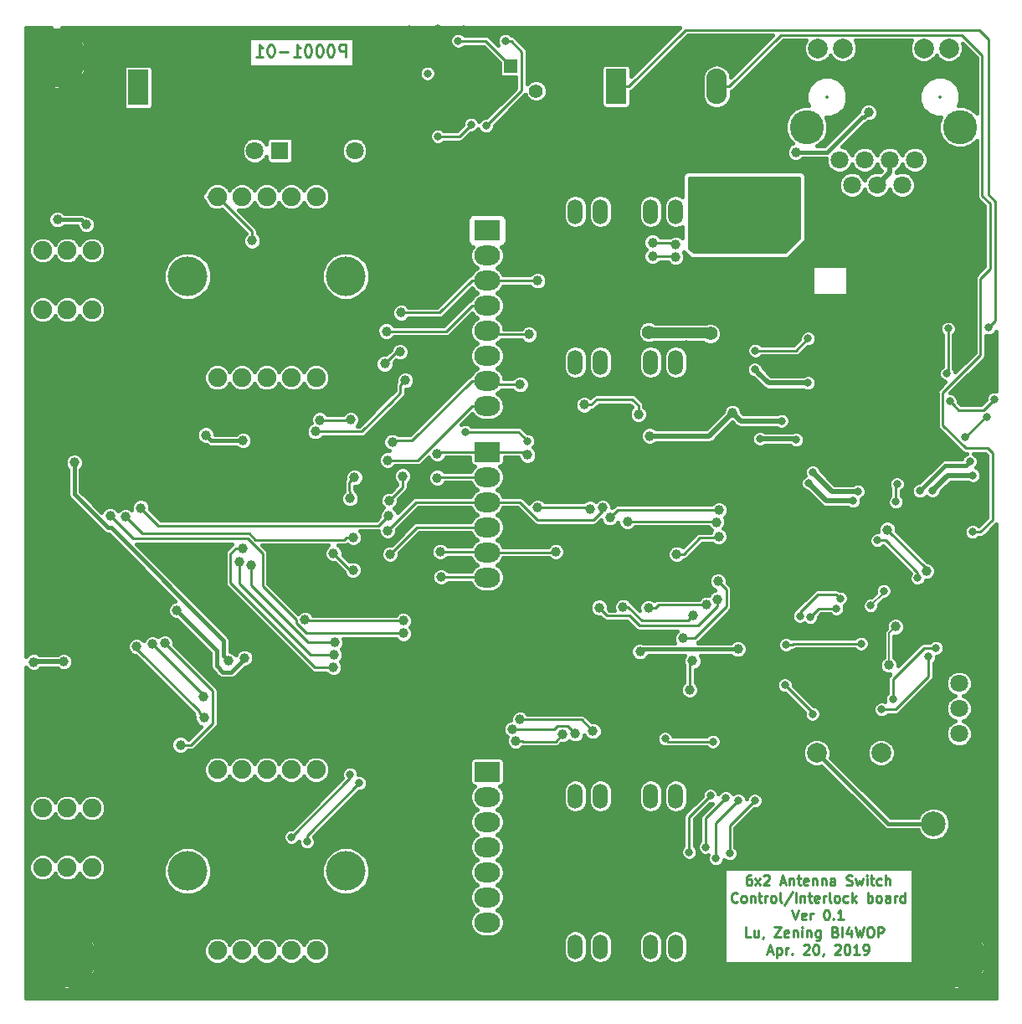
<source format=gbr>
%TF.GenerationSoftware,KiCad,Pcbnew,(6.0.0-rc1-dev-882-gdbc9130da)*%
%TF.CreationDate,2019-08-28T14:52:49+08:00*%
%TF.ProjectId,AntennaSwitch_6x2,416E74656E6E615377697463685F3678,rev?*%
%TF.SameCoordinates,Original*%
%TF.FileFunction,Copper,L2,Bot,Signal*%
%TF.FilePolarity,Positive*%
%FSLAX46Y46*%
G04 Gerber Fmt 4.6, Leading zero omitted, Abs format (unit mm)*
G04 Created by KiCad (PCBNEW (6.0.0-rc1-dev-882-gdbc9130da)) date 2019/8/28 14:52:49*
%MOMM*%
%LPD*%
G01*
G04 APERTURE LIST*
%ADD10C,0.250000*%
%ADD11C,6.000000*%
%ADD12C,0.800000*%
%ADD13C,2.500000*%
%ADD14C,4.000000*%
%ADD15C,1.900000*%
%ADD16O,1.524000X2.524000*%
%ADD17C,2.000000*%
%ADD18C,1.800000*%
%ADD19C,3.450000*%
%ADD20O,2.080000X3.600000*%
%ADD21R,2.080000X3.600000*%
%ADD22C,1.400000*%
%ADD23R,1.400000X1.400000*%
%ADD24O,2.600000X2.000000*%
%ADD25R,2.600000X2.000000*%
%ADD26R,1.800000X1.800000*%
%ADD27C,1.000000*%
%ADD28C,0.381000*%
%ADD29C,0.254000*%
%ADD30C,0.508000*%
%ADD31C,1.016000*%
%ADD32C,0.152400*%
%ADD33C,0.228600*%
%ADD34C,0.350000*%
G04 APERTURE END LIST*
D10*
X83225714Y-53882857D02*
X83225714Y-52682857D01*
X82768571Y-52682857D01*
X82654285Y-52740000D01*
X82597142Y-52797142D01*
X82540000Y-52911428D01*
X82540000Y-53082857D01*
X82597142Y-53197142D01*
X82654285Y-53254285D01*
X82768571Y-53311428D01*
X83225714Y-53311428D01*
X81797142Y-52682857D02*
X81682857Y-52682857D01*
X81568571Y-52740000D01*
X81511428Y-52797142D01*
X81454285Y-52911428D01*
X81397142Y-53140000D01*
X81397142Y-53425714D01*
X81454285Y-53654285D01*
X81511428Y-53768571D01*
X81568571Y-53825714D01*
X81682857Y-53882857D01*
X81797142Y-53882857D01*
X81911428Y-53825714D01*
X81968571Y-53768571D01*
X82025714Y-53654285D01*
X82082857Y-53425714D01*
X82082857Y-53140000D01*
X82025714Y-52911428D01*
X81968571Y-52797142D01*
X81911428Y-52740000D01*
X81797142Y-52682857D01*
X80654285Y-52682857D02*
X80540000Y-52682857D01*
X80425714Y-52740000D01*
X80368571Y-52797142D01*
X80311428Y-52911428D01*
X80254285Y-53140000D01*
X80254285Y-53425714D01*
X80311428Y-53654285D01*
X80368571Y-53768571D01*
X80425714Y-53825714D01*
X80540000Y-53882857D01*
X80654285Y-53882857D01*
X80768571Y-53825714D01*
X80825714Y-53768571D01*
X80882857Y-53654285D01*
X80940000Y-53425714D01*
X80940000Y-53140000D01*
X80882857Y-52911428D01*
X80825714Y-52797142D01*
X80768571Y-52740000D01*
X80654285Y-52682857D01*
X79511428Y-52682857D02*
X79397142Y-52682857D01*
X79282857Y-52740000D01*
X79225714Y-52797142D01*
X79168571Y-52911428D01*
X79111428Y-53140000D01*
X79111428Y-53425714D01*
X79168571Y-53654285D01*
X79225714Y-53768571D01*
X79282857Y-53825714D01*
X79397142Y-53882857D01*
X79511428Y-53882857D01*
X79625714Y-53825714D01*
X79682857Y-53768571D01*
X79740000Y-53654285D01*
X79797142Y-53425714D01*
X79797142Y-53140000D01*
X79740000Y-52911428D01*
X79682857Y-52797142D01*
X79625714Y-52740000D01*
X79511428Y-52682857D01*
X77968571Y-53882857D02*
X78654285Y-53882857D01*
X78311428Y-53882857D02*
X78311428Y-52682857D01*
X78425714Y-52854285D01*
X78540000Y-52968571D01*
X78654285Y-53025714D01*
X77454285Y-53425714D02*
X76540000Y-53425714D01*
X75740000Y-52682857D02*
X75625714Y-52682857D01*
X75511428Y-52740000D01*
X75454285Y-52797142D01*
X75397142Y-52911428D01*
X75340000Y-53140000D01*
X75340000Y-53425714D01*
X75397142Y-53654285D01*
X75454285Y-53768571D01*
X75511428Y-53825714D01*
X75625714Y-53882857D01*
X75740000Y-53882857D01*
X75854285Y-53825714D01*
X75911428Y-53768571D01*
X75968571Y-53654285D01*
X76025714Y-53425714D01*
X76025714Y-53140000D01*
X75968571Y-52911428D01*
X75911428Y-52797142D01*
X75854285Y-52740000D01*
X75740000Y-52682857D01*
X74197142Y-53882857D02*
X74882857Y-53882857D01*
X74540000Y-53882857D02*
X74540000Y-52682857D01*
X74654285Y-52854285D01*
X74768571Y-52968571D01*
X74882857Y-53025714D01*
X124254476Y-136668380D02*
X124064000Y-136668380D01*
X123968761Y-136716000D01*
X123921142Y-136763619D01*
X123825904Y-136906476D01*
X123778285Y-137096952D01*
X123778285Y-137477904D01*
X123825904Y-137573142D01*
X123873523Y-137620761D01*
X123968761Y-137668380D01*
X124159238Y-137668380D01*
X124254476Y-137620761D01*
X124302095Y-137573142D01*
X124349714Y-137477904D01*
X124349714Y-137239809D01*
X124302095Y-137144571D01*
X124254476Y-137096952D01*
X124159238Y-137049333D01*
X123968761Y-137049333D01*
X123873523Y-137096952D01*
X123825904Y-137144571D01*
X123778285Y-137239809D01*
X124683047Y-137668380D02*
X125206857Y-137001714D01*
X124683047Y-137001714D02*
X125206857Y-137668380D01*
X125540190Y-136763619D02*
X125587809Y-136716000D01*
X125683047Y-136668380D01*
X125921142Y-136668380D01*
X126016380Y-136716000D01*
X126064000Y-136763619D01*
X126111619Y-136858857D01*
X126111619Y-136954095D01*
X126064000Y-137096952D01*
X125492571Y-137668380D01*
X126111619Y-137668380D01*
X127254476Y-137382666D02*
X127730666Y-137382666D01*
X127159238Y-137668380D02*
X127492571Y-136668380D01*
X127825904Y-137668380D01*
X128159238Y-137001714D02*
X128159238Y-137668380D01*
X128159238Y-137096952D02*
X128206857Y-137049333D01*
X128302095Y-137001714D01*
X128444952Y-137001714D01*
X128540190Y-137049333D01*
X128587809Y-137144571D01*
X128587809Y-137668380D01*
X128921142Y-137001714D02*
X129302095Y-137001714D01*
X129064000Y-136668380D02*
X129064000Y-137525523D01*
X129111619Y-137620761D01*
X129206857Y-137668380D01*
X129302095Y-137668380D01*
X130016380Y-137620761D02*
X129921142Y-137668380D01*
X129730666Y-137668380D01*
X129635428Y-137620761D01*
X129587809Y-137525523D01*
X129587809Y-137144571D01*
X129635428Y-137049333D01*
X129730666Y-137001714D01*
X129921142Y-137001714D01*
X130016380Y-137049333D01*
X130064000Y-137144571D01*
X130064000Y-137239809D01*
X129587809Y-137335047D01*
X130492571Y-137001714D02*
X130492571Y-137668380D01*
X130492571Y-137096952D02*
X130540190Y-137049333D01*
X130635428Y-137001714D01*
X130778285Y-137001714D01*
X130873523Y-137049333D01*
X130921142Y-137144571D01*
X130921142Y-137668380D01*
X131397333Y-137001714D02*
X131397333Y-137668380D01*
X131397333Y-137096952D02*
X131444952Y-137049333D01*
X131540190Y-137001714D01*
X131683047Y-137001714D01*
X131778285Y-137049333D01*
X131825904Y-137144571D01*
X131825904Y-137668380D01*
X132730666Y-137668380D02*
X132730666Y-137144571D01*
X132683047Y-137049333D01*
X132587809Y-137001714D01*
X132397333Y-137001714D01*
X132302095Y-137049333D01*
X132730666Y-137620761D02*
X132635428Y-137668380D01*
X132397333Y-137668380D01*
X132302095Y-137620761D01*
X132254476Y-137525523D01*
X132254476Y-137430285D01*
X132302095Y-137335047D01*
X132397333Y-137287428D01*
X132635428Y-137287428D01*
X132730666Y-137239809D01*
X133921142Y-137620761D02*
X134064000Y-137668380D01*
X134302095Y-137668380D01*
X134397333Y-137620761D01*
X134444952Y-137573142D01*
X134492571Y-137477904D01*
X134492571Y-137382666D01*
X134444952Y-137287428D01*
X134397333Y-137239809D01*
X134302095Y-137192190D01*
X134111619Y-137144571D01*
X134016380Y-137096952D01*
X133968761Y-137049333D01*
X133921142Y-136954095D01*
X133921142Y-136858857D01*
X133968761Y-136763619D01*
X134016380Y-136716000D01*
X134111619Y-136668380D01*
X134349714Y-136668380D01*
X134492571Y-136716000D01*
X134825904Y-137001714D02*
X135016380Y-137668380D01*
X135206857Y-137192190D01*
X135397333Y-137668380D01*
X135587809Y-137001714D01*
X135968761Y-137668380D02*
X135968761Y-137001714D01*
X135968761Y-136668380D02*
X135921142Y-136716000D01*
X135968761Y-136763619D01*
X136016380Y-136716000D01*
X135968761Y-136668380D01*
X135968761Y-136763619D01*
X136302095Y-137001714D02*
X136683047Y-137001714D01*
X136444952Y-136668380D02*
X136444952Y-137525523D01*
X136492571Y-137620761D01*
X136587809Y-137668380D01*
X136683047Y-137668380D01*
X137444952Y-137620761D02*
X137349714Y-137668380D01*
X137159238Y-137668380D01*
X137064000Y-137620761D01*
X137016380Y-137573142D01*
X136968761Y-137477904D01*
X136968761Y-137192190D01*
X137016380Y-137096952D01*
X137064000Y-137049333D01*
X137159238Y-137001714D01*
X137349714Y-137001714D01*
X137444952Y-137049333D01*
X137873523Y-137668380D02*
X137873523Y-136668380D01*
X138302095Y-137668380D02*
X138302095Y-137144571D01*
X138254476Y-137049333D01*
X138159238Y-137001714D01*
X138016380Y-137001714D01*
X137921142Y-137049333D01*
X137873523Y-137096952D01*
X122873523Y-139323142D02*
X122825904Y-139370761D01*
X122683047Y-139418380D01*
X122587809Y-139418380D01*
X122444952Y-139370761D01*
X122349714Y-139275523D01*
X122302095Y-139180285D01*
X122254476Y-138989809D01*
X122254476Y-138846952D01*
X122302095Y-138656476D01*
X122349714Y-138561238D01*
X122444952Y-138466000D01*
X122587809Y-138418380D01*
X122683047Y-138418380D01*
X122825904Y-138466000D01*
X122873523Y-138513619D01*
X123444952Y-139418380D02*
X123349714Y-139370761D01*
X123302095Y-139323142D01*
X123254476Y-139227904D01*
X123254476Y-138942190D01*
X123302095Y-138846952D01*
X123349714Y-138799333D01*
X123444952Y-138751714D01*
X123587809Y-138751714D01*
X123683047Y-138799333D01*
X123730666Y-138846952D01*
X123778285Y-138942190D01*
X123778285Y-139227904D01*
X123730666Y-139323142D01*
X123683047Y-139370761D01*
X123587809Y-139418380D01*
X123444952Y-139418380D01*
X124206857Y-138751714D02*
X124206857Y-139418380D01*
X124206857Y-138846952D02*
X124254476Y-138799333D01*
X124349714Y-138751714D01*
X124492571Y-138751714D01*
X124587809Y-138799333D01*
X124635428Y-138894571D01*
X124635428Y-139418380D01*
X124968761Y-138751714D02*
X125349714Y-138751714D01*
X125111619Y-138418380D02*
X125111619Y-139275523D01*
X125159238Y-139370761D01*
X125254476Y-139418380D01*
X125349714Y-139418380D01*
X125683047Y-139418380D02*
X125683047Y-138751714D01*
X125683047Y-138942190D02*
X125730666Y-138846952D01*
X125778285Y-138799333D01*
X125873523Y-138751714D01*
X125968761Y-138751714D01*
X126444952Y-139418380D02*
X126349714Y-139370761D01*
X126302095Y-139323142D01*
X126254476Y-139227904D01*
X126254476Y-138942190D01*
X126302095Y-138846952D01*
X126349714Y-138799333D01*
X126444952Y-138751714D01*
X126587809Y-138751714D01*
X126683047Y-138799333D01*
X126730666Y-138846952D01*
X126778285Y-138942190D01*
X126778285Y-139227904D01*
X126730666Y-139323142D01*
X126683047Y-139370761D01*
X126587809Y-139418380D01*
X126444952Y-139418380D01*
X127349714Y-139418380D02*
X127254476Y-139370761D01*
X127206857Y-139275523D01*
X127206857Y-138418380D01*
X128444952Y-138370761D02*
X127587809Y-139656476D01*
X128778285Y-139418380D02*
X128778285Y-138418380D01*
X129254476Y-138751714D02*
X129254476Y-139418380D01*
X129254476Y-138846952D02*
X129302095Y-138799333D01*
X129397333Y-138751714D01*
X129540190Y-138751714D01*
X129635428Y-138799333D01*
X129683047Y-138894571D01*
X129683047Y-139418380D01*
X130016380Y-138751714D02*
X130397333Y-138751714D01*
X130159238Y-138418380D02*
X130159238Y-139275523D01*
X130206857Y-139370761D01*
X130302095Y-139418380D01*
X130397333Y-139418380D01*
X131111619Y-139370761D02*
X131016380Y-139418380D01*
X130825904Y-139418380D01*
X130730666Y-139370761D01*
X130683047Y-139275523D01*
X130683047Y-138894571D01*
X130730666Y-138799333D01*
X130825904Y-138751714D01*
X131016380Y-138751714D01*
X131111619Y-138799333D01*
X131159238Y-138894571D01*
X131159238Y-138989809D01*
X130683047Y-139085047D01*
X131587809Y-139418380D02*
X131587809Y-138751714D01*
X131587809Y-138942190D02*
X131635428Y-138846952D01*
X131683047Y-138799333D01*
X131778285Y-138751714D01*
X131873523Y-138751714D01*
X132349714Y-139418380D02*
X132254476Y-139370761D01*
X132206857Y-139275523D01*
X132206857Y-138418380D01*
X132873523Y-139418380D02*
X132778285Y-139370761D01*
X132730666Y-139323142D01*
X132683047Y-139227904D01*
X132683047Y-138942190D01*
X132730666Y-138846952D01*
X132778285Y-138799333D01*
X132873523Y-138751714D01*
X133016380Y-138751714D01*
X133111619Y-138799333D01*
X133159238Y-138846952D01*
X133206857Y-138942190D01*
X133206857Y-139227904D01*
X133159238Y-139323142D01*
X133111619Y-139370761D01*
X133016380Y-139418380D01*
X132873523Y-139418380D01*
X134064000Y-139370761D02*
X133968761Y-139418380D01*
X133778285Y-139418380D01*
X133683047Y-139370761D01*
X133635428Y-139323142D01*
X133587809Y-139227904D01*
X133587809Y-138942190D01*
X133635428Y-138846952D01*
X133683047Y-138799333D01*
X133778285Y-138751714D01*
X133968761Y-138751714D01*
X134064000Y-138799333D01*
X134492571Y-139418380D02*
X134492571Y-138418380D01*
X134587809Y-139037428D02*
X134873523Y-139418380D01*
X134873523Y-138751714D02*
X134492571Y-139132666D01*
X136064000Y-139418380D02*
X136064000Y-138418380D01*
X136064000Y-138799333D02*
X136159238Y-138751714D01*
X136349714Y-138751714D01*
X136444952Y-138799333D01*
X136492571Y-138846952D01*
X136540190Y-138942190D01*
X136540190Y-139227904D01*
X136492571Y-139323142D01*
X136444952Y-139370761D01*
X136349714Y-139418380D01*
X136159238Y-139418380D01*
X136064000Y-139370761D01*
X137111619Y-139418380D02*
X137016380Y-139370761D01*
X136968761Y-139323142D01*
X136921142Y-139227904D01*
X136921142Y-138942190D01*
X136968761Y-138846952D01*
X137016380Y-138799333D01*
X137111619Y-138751714D01*
X137254476Y-138751714D01*
X137349714Y-138799333D01*
X137397333Y-138846952D01*
X137444952Y-138942190D01*
X137444952Y-139227904D01*
X137397333Y-139323142D01*
X137349714Y-139370761D01*
X137254476Y-139418380D01*
X137111619Y-139418380D01*
X138302095Y-139418380D02*
X138302095Y-138894571D01*
X138254476Y-138799333D01*
X138159238Y-138751714D01*
X137968761Y-138751714D01*
X137873523Y-138799333D01*
X138302095Y-139370761D02*
X138206857Y-139418380D01*
X137968761Y-139418380D01*
X137873523Y-139370761D01*
X137825904Y-139275523D01*
X137825904Y-139180285D01*
X137873523Y-139085047D01*
X137968761Y-139037428D01*
X138206857Y-139037428D01*
X138302095Y-138989809D01*
X138778285Y-139418380D02*
X138778285Y-138751714D01*
X138778285Y-138942190D02*
X138825904Y-138846952D01*
X138873523Y-138799333D01*
X138968761Y-138751714D01*
X139064000Y-138751714D01*
X139825904Y-139418380D02*
X139825904Y-138418380D01*
X139825904Y-139370761D02*
X139730666Y-139418380D01*
X139540190Y-139418380D01*
X139444952Y-139370761D01*
X139397333Y-139323142D01*
X139349714Y-139227904D01*
X139349714Y-138942190D01*
X139397333Y-138846952D01*
X139444952Y-138799333D01*
X139540190Y-138751714D01*
X139730666Y-138751714D01*
X139825904Y-138799333D01*
X128421142Y-140168380D02*
X128754476Y-141168380D01*
X129087809Y-140168380D01*
X129802095Y-141120761D02*
X129706857Y-141168380D01*
X129516380Y-141168380D01*
X129421142Y-141120761D01*
X129373523Y-141025523D01*
X129373523Y-140644571D01*
X129421142Y-140549333D01*
X129516380Y-140501714D01*
X129706857Y-140501714D01*
X129802095Y-140549333D01*
X129849714Y-140644571D01*
X129849714Y-140739809D01*
X129373523Y-140835047D01*
X130278285Y-141168380D02*
X130278285Y-140501714D01*
X130278285Y-140692190D02*
X130325904Y-140596952D01*
X130373523Y-140549333D01*
X130468761Y-140501714D01*
X130564000Y-140501714D01*
X131849714Y-140168380D02*
X131944952Y-140168380D01*
X132040190Y-140216000D01*
X132087809Y-140263619D01*
X132135428Y-140358857D01*
X132183047Y-140549333D01*
X132183047Y-140787428D01*
X132135428Y-140977904D01*
X132087809Y-141073142D01*
X132040190Y-141120761D01*
X131944952Y-141168380D01*
X131849714Y-141168380D01*
X131754476Y-141120761D01*
X131706857Y-141073142D01*
X131659238Y-140977904D01*
X131611619Y-140787428D01*
X131611619Y-140549333D01*
X131659238Y-140358857D01*
X131706857Y-140263619D01*
X131754476Y-140216000D01*
X131849714Y-140168380D01*
X132611619Y-141073142D02*
X132659238Y-141120761D01*
X132611619Y-141168380D01*
X132564000Y-141120761D01*
X132611619Y-141073142D01*
X132611619Y-141168380D01*
X133611619Y-141168380D02*
X133040190Y-141168380D01*
X133325904Y-141168380D02*
X133325904Y-140168380D01*
X133230666Y-140311238D01*
X133135428Y-140406476D01*
X133040190Y-140454095D01*
X124230666Y-142918380D02*
X123754476Y-142918380D01*
X123754476Y-141918380D01*
X124992571Y-142251714D02*
X124992571Y-142918380D01*
X124564000Y-142251714D02*
X124564000Y-142775523D01*
X124611619Y-142870761D01*
X124706857Y-142918380D01*
X124849714Y-142918380D01*
X124944952Y-142870761D01*
X124992571Y-142823142D01*
X125516380Y-142870761D02*
X125516380Y-142918380D01*
X125468761Y-143013619D01*
X125421142Y-143061238D01*
X126611619Y-141918380D02*
X127278285Y-141918380D01*
X126611619Y-142918380D01*
X127278285Y-142918380D01*
X128040190Y-142870761D02*
X127944952Y-142918380D01*
X127754476Y-142918380D01*
X127659238Y-142870761D01*
X127611619Y-142775523D01*
X127611619Y-142394571D01*
X127659238Y-142299333D01*
X127754476Y-142251714D01*
X127944952Y-142251714D01*
X128040190Y-142299333D01*
X128087809Y-142394571D01*
X128087809Y-142489809D01*
X127611619Y-142585047D01*
X128516380Y-142251714D02*
X128516380Y-142918380D01*
X128516380Y-142346952D02*
X128564000Y-142299333D01*
X128659238Y-142251714D01*
X128802095Y-142251714D01*
X128897333Y-142299333D01*
X128944952Y-142394571D01*
X128944952Y-142918380D01*
X129421142Y-142918380D02*
X129421142Y-142251714D01*
X129421142Y-141918380D02*
X129373523Y-141966000D01*
X129421142Y-142013619D01*
X129468761Y-141966000D01*
X129421142Y-141918380D01*
X129421142Y-142013619D01*
X129897333Y-142251714D02*
X129897333Y-142918380D01*
X129897333Y-142346952D02*
X129944952Y-142299333D01*
X130040190Y-142251714D01*
X130183047Y-142251714D01*
X130278285Y-142299333D01*
X130325904Y-142394571D01*
X130325904Y-142918380D01*
X131230666Y-142251714D02*
X131230666Y-143061238D01*
X131183047Y-143156476D01*
X131135428Y-143204095D01*
X131040190Y-143251714D01*
X130897333Y-143251714D01*
X130802095Y-143204095D01*
X131230666Y-142870761D02*
X131135428Y-142918380D01*
X130944952Y-142918380D01*
X130849714Y-142870761D01*
X130802095Y-142823142D01*
X130754476Y-142727904D01*
X130754476Y-142442190D01*
X130802095Y-142346952D01*
X130849714Y-142299333D01*
X130944952Y-142251714D01*
X131135428Y-142251714D01*
X131230666Y-142299333D01*
X132802095Y-142394571D02*
X132944952Y-142442190D01*
X132992571Y-142489809D01*
X133040190Y-142585047D01*
X133040190Y-142727904D01*
X132992571Y-142823142D01*
X132944952Y-142870761D01*
X132849714Y-142918380D01*
X132468761Y-142918380D01*
X132468761Y-141918380D01*
X132802095Y-141918380D01*
X132897333Y-141966000D01*
X132944952Y-142013619D01*
X132992571Y-142108857D01*
X132992571Y-142204095D01*
X132944952Y-142299333D01*
X132897333Y-142346952D01*
X132802095Y-142394571D01*
X132468761Y-142394571D01*
X133468761Y-142918380D02*
X133468761Y-141918380D01*
X134373523Y-142251714D02*
X134373523Y-142918380D01*
X134135428Y-141870761D02*
X133897333Y-142585047D01*
X134516380Y-142585047D01*
X134802095Y-141918380D02*
X135040190Y-142918380D01*
X135230666Y-142204095D01*
X135421142Y-142918380D01*
X135659238Y-141918380D01*
X136230666Y-141918380D02*
X136421142Y-141918380D01*
X136516380Y-141966000D01*
X136611619Y-142061238D01*
X136659238Y-142251714D01*
X136659238Y-142585047D01*
X136611619Y-142775523D01*
X136516380Y-142870761D01*
X136421142Y-142918380D01*
X136230666Y-142918380D01*
X136135428Y-142870761D01*
X136040190Y-142775523D01*
X135992571Y-142585047D01*
X135992571Y-142251714D01*
X136040190Y-142061238D01*
X136135428Y-141966000D01*
X136230666Y-141918380D01*
X137087809Y-142918380D02*
X137087809Y-141918380D01*
X137468761Y-141918380D01*
X137564000Y-141966000D01*
X137611619Y-142013619D01*
X137659238Y-142108857D01*
X137659238Y-142251714D01*
X137611619Y-142346952D01*
X137564000Y-142394571D01*
X137468761Y-142442190D01*
X137087809Y-142442190D01*
X125968761Y-144382666D02*
X126444952Y-144382666D01*
X125873523Y-144668380D02*
X126206857Y-143668380D01*
X126540190Y-144668380D01*
X126873523Y-144001714D02*
X126873523Y-145001714D01*
X126873523Y-144049333D02*
X126968761Y-144001714D01*
X127159238Y-144001714D01*
X127254476Y-144049333D01*
X127302095Y-144096952D01*
X127349714Y-144192190D01*
X127349714Y-144477904D01*
X127302095Y-144573142D01*
X127254476Y-144620761D01*
X127159238Y-144668380D01*
X126968761Y-144668380D01*
X126873523Y-144620761D01*
X127778285Y-144668380D02*
X127778285Y-144001714D01*
X127778285Y-144192190D02*
X127825904Y-144096952D01*
X127873523Y-144049333D01*
X127968761Y-144001714D01*
X128064000Y-144001714D01*
X128397333Y-144573142D02*
X128444952Y-144620761D01*
X128397333Y-144668380D01*
X128349714Y-144620761D01*
X128397333Y-144573142D01*
X128397333Y-144668380D01*
X129587809Y-143763619D02*
X129635428Y-143716000D01*
X129730666Y-143668380D01*
X129968761Y-143668380D01*
X130064000Y-143716000D01*
X130111619Y-143763619D01*
X130159238Y-143858857D01*
X130159238Y-143954095D01*
X130111619Y-144096952D01*
X129540190Y-144668380D01*
X130159238Y-144668380D01*
X130778285Y-143668380D02*
X130873523Y-143668380D01*
X130968761Y-143716000D01*
X131016380Y-143763619D01*
X131064000Y-143858857D01*
X131111619Y-144049333D01*
X131111619Y-144287428D01*
X131064000Y-144477904D01*
X131016380Y-144573142D01*
X130968761Y-144620761D01*
X130873523Y-144668380D01*
X130778285Y-144668380D01*
X130683047Y-144620761D01*
X130635428Y-144573142D01*
X130587809Y-144477904D01*
X130540190Y-144287428D01*
X130540190Y-144049333D01*
X130587809Y-143858857D01*
X130635428Y-143763619D01*
X130683047Y-143716000D01*
X130778285Y-143668380D01*
X131587809Y-144620761D02*
X131587809Y-144668380D01*
X131540190Y-144763619D01*
X131492571Y-144811238D01*
X132730666Y-143763619D02*
X132778285Y-143716000D01*
X132873523Y-143668380D01*
X133111619Y-143668380D01*
X133206857Y-143716000D01*
X133254476Y-143763619D01*
X133302095Y-143858857D01*
X133302095Y-143954095D01*
X133254476Y-144096952D01*
X132683047Y-144668380D01*
X133302095Y-144668380D01*
X133921142Y-143668380D02*
X134016380Y-143668380D01*
X134111619Y-143716000D01*
X134159238Y-143763619D01*
X134206857Y-143858857D01*
X134254476Y-144049333D01*
X134254476Y-144287428D01*
X134206857Y-144477904D01*
X134159238Y-144573142D01*
X134111619Y-144620761D01*
X134016380Y-144668380D01*
X133921142Y-144668380D01*
X133825904Y-144620761D01*
X133778285Y-144573142D01*
X133730666Y-144477904D01*
X133683047Y-144287428D01*
X133683047Y-144049333D01*
X133730666Y-143858857D01*
X133778285Y-143763619D01*
X133825904Y-143716000D01*
X133921142Y-143668380D01*
X135206857Y-144668380D02*
X134635428Y-144668380D01*
X134921142Y-144668380D02*
X134921142Y-143668380D01*
X134825904Y-143811238D01*
X134730666Y-143906476D01*
X134635428Y-143954095D01*
X135683047Y-144668380D02*
X135873523Y-144668380D01*
X135968761Y-144620761D01*
X136016380Y-144573142D01*
X136111619Y-144430285D01*
X136159238Y-144239809D01*
X136159238Y-143858857D01*
X136111619Y-143763619D01*
X136064000Y-143716000D01*
X135968761Y-143668380D01*
X135778285Y-143668380D01*
X135683047Y-143716000D01*
X135635428Y-143763619D01*
X135587809Y-143858857D01*
X135587809Y-144096952D01*
X135635428Y-144192190D01*
X135683047Y-144239809D01*
X135778285Y-144287428D01*
X135968761Y-144287428D01*
X136064000Y-144239809D01*
X136111619Y-144192190D01*
X136159238Y-144096952D01*
D11*
X144399000Y-72009000D03*
D12*
X144399000Y-69634000D03*
X142342190Y-70821500D03*
X142342190Y-73196500D03*
X144399000Y-74384000D03*
X146455810Y-73196500D03*
X146455810Y-70821500D03*
D11*
X55000000Y-145000000D03*
D12*
X55000000Y-142625000D03*
X52943190Y-143812500D03*
X52943190Y-146187500D03*
X55000000Y-147375000D03*
X57056810Y-146187500D03*
X57056810Y-143812500D03*
D11*
X145000000Y-145000000D03*
D12*
X145000000Y-142625000D03*
X142943190Y-143812500D03*
X142943190Y-146187500D03*
X145000000Y-147375000D03*
X147056810Y-146187500D03*
X147056810Y-143812500D03*
D13*
X142722600Y-131445000D03*
D14*
X67268200Y-76090600D03*
X83268200Y-76090600D03*
D15*
X80268200Y-68040600D03*
X77768200Y-68040600D03*
X75268200Y-68040600D03*
X72768200Y-68040600D03*
X70268200Y-68040600D03*
X70268200Y-86340600D03*
X72768200Y-86340600D03*
X75268200Y-86340600D03*
X77768200Y-86340600D03*
X80268200Y-86340600D03*
D16*
X106488100Y-128663700D03*
X109028100Y-128663700D03*
X111568100Y-128663700D03*
X114108100Y-128663700D03*
X116648100Y-128663700D03*
X116648100Y-143903700D03*
X114108100Y-143903700D03*
X111568100Y-143903700D03*
X109028100Y-143903700D03*
X106488100Y-143903700D03*
D17*
X130914000Y-128778000D03*
X130914000Y-124278000D03*
X137414000Y-128778000D03*
X137414000Y-124278000D03*
D18*
X137001200Y-66852800D03*
X134461200Y-66852800D03*
X139541200Y-66852800D03*
X142081200Y-66852800D03*
X133191200Y-64312800D03*
X135731200Y-64312800D03*
X138271200Y-64312800D03*
X140811200Y-64312800D03*
D19*
X129896200Y-61012800D03*
X145386200Y-61012800D03*
D17*
X131016200Y-53062800D03*
X133556200Y-53062800D03*
X141726200Y-53062800D03*
X144266200Y-53062800D03*
D16*
X106488100Y-69544500D03*
X109028100Y-69544500D03*
X111568100Y-69544500D03*
X114108100Y-69544500D03*
X116648100Y-69544500D03*
X116648100Y-84784500D03*
X114108100Y-84784500D03*
X111568100Y-84784500D03*
X109028100Y-84784500D03*
X106488100Y-84784500D03*
D20*
X120777000Y-56896000D03*
X115697000Y-56896000D03*
D21*
X110617000Y-56896000D03*
D22*
X102513000Y-57378600D03*
X105053000Y-54838600D03*
D23*
X99973000Y-54838600D03*
D15*
X57599200Y-79479400D03*
X55099200Y-79479400D03*
X52599200Y-79479400D03*
X57599200Y-73479400D03*
X55099200Y-73479400D03*
X52599200Y-73479400D03*
D14*
X83268200Y-136240700D03*
X67268200Y-136240700D03*
D15*
X70268200Y-144290700D03*
X72768200Y-144290700D03*
X75268200Y-144290700D03*
X77768200Y-144290700D03*
X80268200Y-144290700D03*
X80268200Y-125990700D03*
X77768200Y-125990700D03*
X75268200Y-125990700D03*
X72768200Y-125990700D03*
X70268200Y-125990700D03*
X57599200Y-135867400D03*
X55099200Y-135867400D03*
X52599200Y-135867400D03*
X57599200Y-129867400D03*
X55099200Y-129867400D03*
X52599200Y-129867400D03*
D20*
X67359400Y-57010300D03*
D21*
X62279400Y-57010300D03*
D18*
X145313400Y-119824500D03*
X145313400Y-117284500D03*
X145313400Y-122364500D03*
X145313400Y-124904500D03*
D24*
X97560000Y-111633000D03*
X97560000Y-109093000D03*
X97560000Y-106553000D03*
X97560000Y-104013000D03*
X97560000Y-101473000D03*
X97560000Y-98933000D03*
X97560000Y-96393000D03*
D25*
X97560000Y-93853000D03*
D24*
X97560000Y-89230200D03*
X97560000Y-86690200D03*
X97560000Y-84150200D03*
X97560000Y-81610200D03*
X97560000Y-79070200D03*
X97560000Y-76530200D03*
X97560000Y-73990200D03*
D25*
X97560000Y-71450200D03*
D24*
X97560000Y-143967200D03*
X97560000Y-141427200D03*
X97560000Y-138887200D03*
X97560000Y-136347200D03*
X97560000Y-133807200D03*
X97560000Y-131267200D03*
X97560000Y-128727200D03*
D25*
X97560000Y-126187200D03*
D18*
X84148800Y-63373000D03*
D26*
X86688800Y-63373000D03*
D18*
X74065000Y-63373000D03*
D26*
X76605000Y-63373000D03*
D12*
X56056810Y-52812500D03*
X56056810Y-55187500D03*
X54000000Y-56375000D03*
X51943190Y-55187500D03*
X51943190Y-52812500D03*
X54000000Y-51625000D03*
D11*
X54000000Y-54000000D03*
D12*
X91527500Y-55575200D03*
D27*
X66178300Y-109880400D03*
X73023600Y-114693700D03*
D22*
X120142000Y-81889600D03*
X113919000Y-81762600D03*
D27*
X54735600Y-115062000D03*
X136142600Y-59537600D03*
D12*
X97471100Y-60896500D03*
X99414200Y-52298600D03*
X127341500Y-90716100D03*
X130097400Y-97015300D03*
X134572146Y-98799121D03*
D27*
X51704699Y-115100100D03*
D12*
X95351600Y-91833700D03*
X146704090Y-96215200D03*
X127799360Y-113358143D03*
D27*
X72871200Y-92702041D03*
X69114255Y-92160584D03*
X113030000Y-114046000D03*
X122936000Y-113792000D03*
X114006511Y-92240100D03*
X122372479Y-89882328D03*
X128783850Y-63567111D03*
D12*
X142615021Y-97764740D03*
X139018371Y-97097890D03*
X138890117Y-98901205D03*
X135382000Y-113247577D03*
X101655767Y-92768511D03*
D27*
X138049000Y-101727000D03*
X142011324Y-105914589D03*
D12*
X127672360Y-117431840D03*
X130470522Y-120371850D03*
X130024660Y-86881033D03*
X124699900Y-83616800D03*
X130026690Y-82387595D03*
X125157100Y-92532200D03*
X128814700Y-92621100D03*
X135037700Y-97853500D03*
X130491100Y-95923100D03*
X144181700Y-81394300D03*
X146405600Y-94818200D03*
D27*
X119888000Y-67945000D03*
X121488000Y-67945000D03*
X123088000Y-67945000D03*
X124688000Y-67945000D03*
X119888000Y-69545000D03*
X121488000Y-69545000D03*
X123088000Y-69545000D03*
X124688000Y-69545000D03*
X120269000Y-72771000D03*
X122269000Y-72771000D03*
X124269000Y-72771000D03*
X126269000Y-72771000D03*
X126746000Y-70866000D03*
X126746000Y-68866000D03*
X126746000Y-66866000D03*
D12*
X144080100Y-85928730D03*
X141327989Y-97803571D03*
X124635113Y-85507813D03*
D27*
X71398000Y-114985800D03*
X55802400Y-94932500D03*
X57023000Y-70866000D03*
X54102000Y-70358000D03*
X73696941Y-105276783D03*
X82144866Y-113128835D03*
X72482210Y-104965377D03*
X82082522Y-114381296D03*
X82015200Y-115633500D03*
X72868009Y-103601260D03*
X68919025Y-120738344D03*
X62088900Y-113538000D03*
X63714500Y-113271300D03*
X68896052Y-118584523D03*
X66548178Y-123482100D03*
X64961878Y-113226501D03*
X102665400Y-76555600D03*
X88873200Y-79781400D03*
X87376000Y-81661000D03*
X101784400Y-81978500D03*
X100903400Y-87033100D03*
X87958800Y-92862400D03*
X87499068Y-94698146D03*
X102665400Y-99479100D03*
X92526090Y-94034555D03*
X107988655Y-99599128D03*
X101649403Y-94172616D03*
X108270799Y-122102499D03*
X100902641Y-120934021D03*
X92526090Y-96470439D03*
X87488900Y-101815900D03*
X109238760Y-99500221D03*
X106475400Y-122351800D03*
X100097653Y-121895550D03*
X87747610Y-104192423D03*
X92810200Y-103949500D03*
X104511610Y-103949600D03*
X100442900Y-123101100D03*
X105180000Y-122440700D03*
X92899100Y-106502200D03*
D12*
X145931478Y-92379044D03*
X148102153Y-90319554D03*
X148856700Y-88519000D03*
X144379910Y-88741017D03*
D27*
X73785600Y-72504300D03*
D12*
X84619360Y-127337840D03*
X79330633Y-133271012D03*
X77761360Y-132798840D03*
X83711118Y-126468082D03*
D27*
X89101800Y-112204500D03*
X59434598Y-100342700D03*
X89063700Y-110934500D03*
X79149287Y-110841313D03*
X84035073Y-102514973D03*
X60996700Y-100431600D03*
X82022340Y-104125063D03*
X83994579Y-105794281D03*
X87590500Y-100304600D03*
X62533400Y-99517200D03*
X87654000Y-98780600D03*
X89015089Y-96309689D03*
X80643600Y-90627200D03*
X83767800Y-90589100D03*
X84136100Y-96431100D03*
X83691600Y-98564700D03*
X80182294Y-91793280D03*
X89290154Y-86614000D03*
X87197501Y-84939453D03*
X88738256Y-83746606D03*
D12*
X115571433Y-122875121D03*
X120143433Y-128609131D03*
X117984433Y-134324131D03*
X120397433Y-123148131D03*
D27*
X120911990Y-106925048D03*
X117382511Y-112720490D03*
D12*
X122084360Y-134449840D03*
X124624360Y-129115840D03*
X120687360Y-134957840D03*
X122973360Y-129115840D03*
X119671360Y-133814840D03*
X121703360Y-128861840D03*
D27*
X118049821Y-117918311D03*
X118351804Y-114990510D03*
X114294445Y-72686810D03*
X116650549Y-72909347D03*
X114298600Y-74066400D03*
X116628937Y-74163172D03*
D12*
X132879360Y-109684840D03*
X130242233Y-110577574D03*
X133260360Y-108668840D03*
X129196360Y-110446840D03*
D27*
X116737000Y-104201400D03*
X120991500Y-102412800D03*
X111749918Y-100875798D03*
X120762900Y-100955589D03*
X109987901Y-100505871D03*
X121034427Y-99731327D03*
X120842068Y-108754075D03*
X108888400Y-109601000D03*
X111298655Y-109540789D03*
X118409870Y-110428692D03*
X113872881Y-109634390D03*
X119723827Y-109321600D03*
D12*
X95943942Y-60741309D03*
X92568900Y-61950600D03*
D27*
X107377100Y-89090500D03*
X112863500Y-90043000D03*
D12*
X136347200Y-109397800D03*
X137676970Y-107899200D03*
X141097000Y-106603800D03*
X137058400Y-102793800D03*
X138625401Y-118865252D03*
X142962411Y-113658252D03*
X142225475Y-114555640D03*
X137482401Y-119881252D03*
X94639000Y-52298600D03*
X148316921Y-81280000D03*
X146667423Y-101964147D03*
D27*
X138876169Y-111530542D03*
X138198470Y-115409345D03*
D12*
X141452600Y-107619800D03*
X94353250Y-57873900D03*
X95350200Y-57873900D03*
X89686000Y-55168800D03*
X89660600Y-53162200D03*
X89711400Y-51168300D03*
X92543500Y-51054000D03*
X95223200Y-51168300D03*
D27*
X55243600Y-90754200D03*
X56970800Y-90525600D03*
X58532900Y-90805000D03*
X53872000Y-106286300D03*
X83818600Y-88319078D03*
X84136032Y-99923589D03*
X55840500Y-109816900D03*
X59701300Y-109893100D03*
X87425400Y-109943900D03*
X81227800Y-98044000D03*
X83971000Y-120243600D03*
X78281400Y-89738200D03*
X84297900Y-142392400D03*
X69562542Y-123159280D03*
X124636400Y-109880400D03*
X111292849Y-89633409D03*
X120966100Y-84328000D03*
X107478700Y-102870000D03*
X92044900Y-147739100D03*
X73972800Y-146621500D03*
X111555400Y-111302800D03*
X111517300Y-115557300D03*
D22*
X121093100Y-61442600D03*
D27*
X140287880Y-57744360D03*
X142472280Y-61569600D03*
D12*
X93356300Y-57873900D03*
D27*
X78878300Y-60655200D03*
D12*
X129375860Y-74436340D03*
D27*
X131215000Y-74168000D03*
X133501000Y-74041000D03*
X126960500Y-78867000D03*
D12*
X132929500Y-82550000D03*
X132929500Y-83693000D03*
X135279000Y-89789000D03*
X137311000Y-89789000D03*
X138835000Y-89789000D03*
X136803000Y-81724500D03*
X134771000Y-81661000D03*
X135050400Y-96723200D03*
X136625200Y-96596200D03*
D27*
X126533421Y-89154000D03*
X126452500Y-82737790D03*
D12*
X138015890Y-96570800D03*
D27*
X146088991Y-88392000D03*
D12*
X145193865Y-81100254D03*
X139572469Y-81654215D03*
X145616800Y-77292200D03*
X146188300Y-81673700D03*
X144018000Y-77089000D03*
X140462000Y-74803000D03*
X132715000Y-122174000D03*
X134688401Y-105530252D03*
X145102401Y-103117252D03*
X148756800Y-105657252D03*
X129093294Y-116266294D03*
D27*
X77403509Y-123230743D03*
D12*
X72935360Y-123273840D03*
X146159412Y-103011903D03*
D27*
X113793433Y-121994111D03*
X117067861Y-98437722D03*
X70153400Y-64300100D03*
X66965700Y-64300100D03*
X66624358Y-89374591D03*
D12*
X75311000Y-88392000D03*
X72009000Y-88519000D03*
D22*
X126873000Y-64643000D03*
D12*
X75719184Y-123273840D03*
X141735165Y-92786176D03*
X135540757Y-108757883D03*
X141224000Y-85572600D03*
X145923000Y-97993200D03*
X142976600Y-98780600D03*
X141684313Y-96152298D03*
X137363200Y-104597200D03*
X140106400Y-101930200D03*
X142392400Y-104216200D03*
X143220315Y-93812485D03*
X137795000Y-72161400D03*
X137718800Y-74549000D03*
X98806000Y-56540400D03*
X68249800Y-146507200D03*
X60553600Y-130098800D03*
X55905400Y-125755400D03*
X64338200Y-125806200D03*
X52273200Y-120878600D03*
X52222400Y-111937800D03*
X52324000Y-97002600D03*
X52400200Y-84505800D03*
X57378600Y-84505800D03*
X52324000Y-90652600D03*
X86893400Y-73634600D03*
X86969600Y-77724000D03*
X92811600Y-76479400D03*
X59461400Y-97713800D03*
X63296800Y-97663000D03*
X136144000Y-55981600D03*
X145999200Y-55245000D03*
X128778000Y-58013600D03*
X67538600Y-86741000D03*
X81991200Y-66725800D03*
X96723200Y-68148200D03*
X90678000Y-64846200D03*
X94513400Y-86309200D03*
X100101400Y-78765400D03*
X103936800Y-126619000D03*
X103936800Y-132537200D03*
X103860600Y-135153400D03*
X103809800Y-137591800D03*
X103835200Y-140360400D03*
X105206800Y-108127800D03*
X102133400Y-118668800D03*
X122250200Y-78003400D03*
X122250200Y-80441800D03*
X122250200Y-75565000D03*
X123850400Y-94691200D03*
X106578400Y-95732600D03*
X116941600Y-77216000D03*
X116890800Y-79400400D03*
X106222800Y-117627400D03*
X118491000Y-128676400D03*
X121386600Y-127304800D03*
X60147200Y-144932400D03*
X148183600Y-139547600D03*
X60071000Y-148183600D03*
X52654200Y-139623800D03*
X97663000Y-148209000D03*
X102108000Y-148209000D03*
X106629200Y-148107400D03*
X111988600Y-148107400D03*
X116992400Y-148005800D03*
X122910600Y-148005800D03*
X128270000Y-147929600D03*
X134010400Y-148107400D03*
X103022400Y-51739800D03*
X148132800Y-135382000D03*
X148183600Y-130556000D03*
X147396200Y-116052600D03*
X147421600Y-120929400D03*
X147447000Y-124866400D03*
X147497800Y-99771200D03*
X108712000Y-51612800D03*
X114376200Y-51612800D03*
X64135000Y-60502800D03*
X70662800Y-60553600D03*
X59182000Y-51790600D03*
X63144400Y-51765200D03*
X52451000Y-60553600D03*
X52451000Y-65227200D03*
X52298600Y-69164200D03*
X64160400Y-148158200D03*
X118795800Y-52705000D03*
X123240800Y-52755800D03*
X136499600Y-53162200D03*
X138887200Y-53162200D03*
X128092200Y-53213000D03*
X52527200Y-133096000D03*
X146075400Y-65049400D03*
X146075400Y-67741800D03*
X138582400Y-147955000D03*
X126060200Y-115316000D03*
X123139200Y-115417600D03*
X124815600Y-117525800D03*
D27*
X126308018Y-81605718D03*
D12*
X139948262Y-96658179D03*
X117754729Y-82962710D03*
X145262600Y-84658200D03*
X137806470Y-76510180D03*
X134950200Y-77419200D03*
X57581800Y-133045200D03*
X57632600Y-139573000D03*
X60604400Y-132994400D03*
X60604400Y-138607800D03*
X126423385Y-84506191D03*
D27*
X126509432Y-88028431D03*
D12*
X84074000Y-146050000D03*
D28*
X66678299Y-110380399D02*
X66678299Y-110418499D01*
X66178300Y-109880400D02*
X66678299Y-110380399D01*
X66678299Y-110418499D02*
X70191500Y-113931700D01*
X70191500Y-113931700D02*
X70191500Y-115493800D01*
X70191500Y-115493800D02*
X70826500Y-116128800D01*
X70826500Y-116128800D02*
X71677400Y-116128800D01*
X71677400Y-116128800D02*
X73023600Y-114782600D01*
X73023600Y-114782600D02*
X73023600Y-114693700D01*
D29*
X100709600Y-57658000D02*
X97471100Y-60896500D01*
X97471100Y-60896500D02*
X101054001Y-57313599D01*
X101054001Y-53372716D02*
X101054001Y-57313599D01*
X99979885Y-52298600D02*
X101054001Y-53372716D01*
X99414200Y-52298600D02*
X99979885Y-52298600D01*
D30*
X138271200Y-65582800D02*
X137001200Y-66852800D01*
X138271200Y-64312800D02*
X138271200Y-65582800D01*
D29*
X52589300Y-115062000D02*
X54735600Y-115062000D01*
X127799360Y-113358143D02*
X128434360Y-113358143D01*
X128180360Y-113358143D02*
X128434360Y-113358143D01*
D28*
X122936000Y-113792000D02*
X113284000Y-113792000D01*
X113284000Y-113792000D02*
X113030000Y-114046000D01*
X135476539Y-60037599D02*
X131947027Y-63567111D01*
X131947027Y-63567111D02*
X129490956Y-63567111D01*
X129490956Y-63567111D02*
X128783850Y-63567111D01*
X135642601Y-60037599D02*
X135476539Y-60037599D01*
X136142600Y-59537600D02*
X135642601Y-60037599D01*
D30*
X131881221Y-98799121D02*
X130097400Y-97015300D01*
X134572146Y-98799121D02*
X131881221Y-98799121D01*
X123206251Y-90716100D02*
X122372479Y-89882328D01*
X127341500Y-90716100D02*
X123206251Y-90716100D01*
X120014707Y-92240100D02*
X122372479Y-89882328D01*
X114006511Y-92240100D02*
X120014707Y-92240100D01*
D29*
X138890117Y-98901205D02*
X138890117Y-97226144D01*
X138890117Y-97226144D02*
X139018371Y-97097890D01*
D30*
X143015020Y-97364741D02*
X144043400Y-96336361D01*
X142615021Y-97764740D02*
X143015020Y-97364741D01*
D29*
X144164561Y-96215200D02*
X144043400Y-96336361D01*
D30*
X146704090Y-96215200D02*
X144164561Y-96215200D01*
D31*
X116598700Y-81762600D02*
X116662200Y-81826100D01*
X113919000Y-81762600D02*
X116598700Y-81762600D01*
X114501800Y-81826100D02*
X116662200Y-81826100D01*
X116662200Y-81826100D02*
X120000900Y-81826100D01*
X120015000Y-81762600D02*
X113919000Y-81762600D01*
X120142000Y-81889600D02*
X120015000Y-81762600D01*
D29*
X134816315Y-113247577D02*
X135382000Y-113247577D01*
X128434360Y-113358143D02*
X128544926Y-113247577D01*
X128544926Y-113247577D02*
X134816315Y-113247577D01*
D30*
X51742799Y-115062000D02*
X51704699Y-115100100D01*
X54735600Y-115062000D02*
X51742799Y-115062000D01*
D28*
X69655712Y-92702041D02*
X72871200Y-92702041D01*
X69114255Y-92160584D02*
X69655712Y-92702041D01*
D29*
X95351600Y-91833700D02*
X100720956Y-91833700D01*
X100720956Y-91833700D02*
X101255768Y-92368512D01*
X101255768Y-92368512D02*
X101655767Y-92768511D01*
X142011324Y-105689324D02*
X142011324Y-105914589D01*
X138049000Y-101727000D02*
X142011324Y-105689324D01*
D28*
X138081000Y-131445000D02*
X130914000Y-124278000D01*
X142722600Y-131445000D02*
X138081000Y-131445000D01*
D29*
X127672360Y-117431840D02*
X130470522Y-120230002D01*
X130470522Y-120230002D02*
X130470522Y-120371850D01*
D10*
X128797485Y-83616800D02*
X130026690Y-82387595D01*
X124699900Y-83616800D02*
X128797485Y-83616800D01*
D29*
X144181700Y-85827130D02*
X144080100Y-85928730D01*
X144181700Y-81394300D02*
X144181700Y-85827130D01*
D30*
X128725800Y-92532200D02*
X128814700Y-92621100D01*
X125157100Y-92532200D02*
X128725800Y-92532200D01*
X132421500Y-97853500D02*
X130491100Y-95923100D01*
X135037700Y-97853500D02*
X132421500Y-97853500D01*
D28*
X141327989Y-97803571D02*
X143913361Y-95218199D01*
X146005601Y-95218199D02*
X146405600Y-94818200D01*
X143913361Y-95218199D02*
X146005601Y-95218199D01*
D30*
X125035112Y-85907812D02*
X124635113Y-85507813D01*
X130024660Y-86881033D02*
X126008333Y-86881033D01*
X126008333Y-86881033D02*
X125035112Y-85907812D01*
D28*
X70898001Y-114485801D02*
X70898001Y-112911001D01*
X71398000Y-114985800D02*
X70898001Y-114485801D01*
X70898001Y-112911001D02*
X59510800Y-101523800D01*
X59510800Y-101523800D02*
X59231400Y-101523800D01*
X59231400Y-101523800D02*
X55802400Y-98094800D01*
X55802400Y-98094800D02*
X55802400Y-94932500D01*
X57023000Y-70866000D02*
X56515000Y-70358000D01*
X56515000Y-70358000D02*
X54102000Y-70358000D01*
D29*
X81437760Y-113128835D02*
X82144866Y-113128835D01*
X79472435Y-113128835D02*
X81437760Y-113128835D01*
X73696941Y-105276783D02*
X73696941Y-107353341D01*
X73696941Y-107353341D02*
X79472435Y-113128835D01*
X79721596Y-114381296D02*
X81375416Y-114381296D01*
X81375416Y-114381296D02*
X82082522Y-114381296D01*
X72482210Y-107141910D02*
X79721596Y-114381296D01*
X72482210Y-104965377D02*
X72482210Y-107141910D01*
X71601200Y-107099100D02*
X71601200Y-104160963D01*
X71601200Y-104160963D02*
X72160903Y-103601260D01*
X72160903Y-103601260D02*
X72868009Y-103601260D01*
X82015200Y-115633500D02*
X80135600Y-115633500D01*
X80135600Y-115633500D02*
X71601200Y-107099100D01*
X68419026Y-120238345D02*
X68419026Y-120071326D01*
X68919025Y-120738344D02*
X68419026Y-120238345D01*
X68419026Y-120071326D02*
X62088900Y-113741200D01*
X62088900Y-113741200D02*
X62088900Y-113538000D01*
X63714500Y-113271300D02*
X68172200Y-117729000D01*
X63714500Y-113271300D02*
X68896052Y-118452852D01*
X68896052Y-118452852D02*
X68896052Y-118584523D01*
X69778888Y-121318220D02*
X69778888Y-118043511D01*
X65461877Y-113726500D02*
X64961878Y-113226501D01*
X67615008Y-123482100D02*
X69778888Y-121318220D01*
X69778888Y-118043511D02*
X65461877Y-113726500D01*
X66548178Y-123482100D02*
X67615008Y-123482100D01*
X97560000Y-76530200D02*
X102640000Y-76530200D01*
X102640000Y-76530200D02*
X102665400Y-76555600D01*
X96006000Y-76530200D02*
X92754800Y-79781400D01*
X97560000Y-76530200D02*
X96006000Y-76530200D01*
X92754800Y-79781400D02*
X88873200Y-79781400D01*
X97560000Y-79070200D02*
X96006000Y-79070200D01*
X87693724Y-81670406D02*
X86986618Y-81670406D01*
X96006000Y-79070200D02*
X93405794Y-81670406D01*
X93405794Y-81670406D02*
X87693724Y-81670406D01*
X97928300Y-81978500D02*
X97560000Y-81610200D01*
X101784400Y-81978500D02*
X97928300Y-81978500D01*
X97902900Y-87033100D02*
X97560000Y-86690200D01*
X100903400Y-87033100D02*
X97902900Y-87033100D01*
X96006000Y-86690200D02*
X89986200Y-92710000D01*
X97560000Y-86690200D02*
X96006000Y-86690200D01*
X89986200Y-92710000D02*
X88111200Y-92710000D01*
X88111200Y-92710000D02*
X87958800Y-92862400D01*
X96006000Y-89230200D02*
X90538054Y-94698146D01*
X88206174Y-94698146D02*
X87499068Y-94698146D01*
X97560000Y-89230200D02*
X96006000Y-89230200D01*
X90538054Y-94698146D02*
X88206174Y-94698146D01*
X97560000Y-93853000D02*
X92707645Y-93853000D01*
X92707645Y-93853000D02*
X92526090Y-94034555D01*
X107919427Y-99529900D02*
X107988655Y-99599128D01*
X107868627Y-99479100D02*
X107919427Y-99529900D01*
X102665400Y-99479100D02*
X107868627Y-99479100D01*
X97560000Y-93853000D02*
X101329787Y-93853000D01*
X101329787Y-93853000D02*
X101649403Y-94172616D01*
X108270799Y-122102499D02*
X107102321Y-120934021D01*
X101609747Y-120934021D02*
X100902641Y-120934021D01*
X107102321Y-120934021D02*
X101609747Y-120934021D01*
X92603529Y-96393000D02*
X92526090Y-96470439D01*
X97560000Y-96393000D02*
X92603529Y-96393000D01*
X102650473Y-100733013D02*
X107462613Y-100733013D01*
X100850460Y-98933000D02*
X97560000Y-98933000D01*
X102650473Y-100733013D02*
X100850460Y-98933000D01*
X90371800Y-98933000D02*
X97560000Y-98933000D01*
X87488900Y-101815900D02*
X90371800Y-98933000D01*
X109238760Y-99772222D02*
X109238760Y-99500221D01*
X102650473Y-100733013D02*
X108277969Y-100733013D01*
X108277969Y-100733013D02*
X109238760Y-99772222D01*
X104668218Y-121559698D02*
X104332366Y-121895550D01*
X100804759Y-121895550D02*
X100097653Y-121895550D01*
X104332366Y-121895550D02*
X100804759Y-121895550D01*
X105683298Y-121559698D02*
X104668218Y-121559698D01*
X106475400Y-122351800D02*
X105683298Y-121559698D01*
X90467033Y-101473000D02*
X88247609Y-103692424D01*
X88247609Y-103692424D02*
X87747610Y-104192423D01*
X97560000Y-101473000D02*
X90467033Y-101473000D01*
X97496500Y-103949500D02*
X97560000Y-104013000D01*
X92810200Y-103949500D02*
X97496500Y-103949500D01*
X104448210Y-104013000D02*
X104511610Y-103949600D01*
X97560000Y-104013000D02*
X104448210Y-104013000D01*
X101150006Y-123101100D02*
X101188106Y-123139200D01*
X100442900Y-123101100D02*
X101150006Y-123101100D01*
X104481500Y-123139200D02*
X105180000Y-122440700D01*
X101188106Y-123139200D02*
X104481500Y-123139200D01*
X97509200Y-106502200D02*
X97560000Y-106553000D01*
X92899100Y-106502200D02*
X97509200Y-106502200D01*
X147990968Y-90319554D02*
X148102153Y-90319554D01*
X145931478Y-92379044D02*
X147990968Y-90319554D01*
X145267689Y-89628796D02*
X144779909Y-89141016D01*
X148856700Y-88519000D02*
X147746904Y-89628796D01*
X147746904Y-89628796D02*
X145267689Y-89628796D01*
X144779909Y-89141016D02*
X144379910Y-88741017D01*
X69321900Y-68040600D02*
X69268200Y-68040600D01*
X73785600Y-71558000D02*
X70268200Y-68040600D01*
X73785600Y-72504300D02*
X73785600Y-71558000D01*
X79330633Y-132626567D02*
X79330633Y-132705327D01*
X79330633Y-132705327D02*
X79330633Y-133271012D01*
X84619360Y-127337840D02*
X79330633Y-132626567D01*
X83711118Y-126849082D02*
X83711118Y-126468082D01*
X77761360Y-132798840D02*
X83711118Y-126849082D01*
X79266536Y-112204500D02*
X89101800Y-112204500D01*
X78243311Y-110856911D02*
X78243311Y-111181275D01*
X74841472Y-107455072D02*
X78243311Y-110856911D01*
X74841472Y-104140000D02*
X74841472Y-107455072D01*
X73344183Y-102642711D02*
X74841472Y-104140000D01*
X61734609Y-102642711D02*
X73344183Y-102642711D01*
X59434598Y-100342700D02*
X61734609Y-102642711D01*
X78243311Y-111181275D02*
X79266536Y-112204500D01*
X79242474Y-110934500D02*
X79149287Y-110841313D01*
X89063700Y-110934500D02*
X79242474Y-110934500D01*
X84035073Y-102514973D02*
X83327967Y-102514973D01*
X73518686Y-102134700D02*
X62699800Y-102134700D01*
X62699800Y-102134700D02*
X61496699Y-100931599D01*
X61496699Y-100931599D02*
X60996700Y-100431600D01*
X74128184Y-102744198D02*
X73518686Y-102134700D01*
X83098742Y-102744198D02*
X74128184Y-102744198D01*
X83327967Y-102514973D02*
X83098742Y-102744198D01*
X83691558Y-105794281D02*
X83994579Y-105794281D01*
X82022340Y-104125063D02*
X83691558Y-105794281D01*
X62533400Y-99517200D02*
X64312800Y-101296600D01*
X86598500Y-101296600D02*
X87590500Y-100304600D01*
X64312800Y-101296600D02*
X86598500Y-101296600D01*
X89015089Y-97419511D02*
X89015089Y-96309689D01*
X87654000Y-98780600D02*
X89015089Y-97419511D01*
X83729700Y-90627200D02*
X83767800Y-90589100D01*
X80643600Y-90627200D02*
X83729700Y-90627200D01*
X83636101Y-96931099D02*
X83636101Y-97794699D01*
X84136100Y-96431100D02*
X83636101Y-96931099D01*
X83636101Y-97794699D02*
X83691600Y-97850198D01*
X83691600Y-97850198D02*
X83691600Y-98564700D01*
X80182294Y-91793280D02*
X84871749Y-91793280D01*
X88790155Y-87874874D02*
X87892029Y-88773000D01*
X88790155Y-87113999D02*
X88790155Y-87874874D01*
X89290154Y-86614000D02*
X88790155Y-87113999D01*
X84871749Y-91793280D02*
X87892029Y-88773000D01*
X88390348Y-83746606D02*
X88738256Y-83746606D01*
X87197501Y-84939453D02*
X88390348Y-83746606D01*
X117984433Y-130768131D02*
X120143433Y-128609131D01*
X117984433Y-134324131D02*
X117984433Y-130768131D01*
X115844443Y-123148131D02*
X115571433Y-122875121D01*
X120397433Y-123148131D02*
X115844443Y-123148131D01*
X118089617Y-112720490D02*
X117382511Y-112720490D01*
X121747629Y-109498988D02*
X118526127Y-112720490D01*
X120911990Y-106925048D02*
X121747629Y-107760687D01*
X121747629Y-107760687D02*
X121747629Y-109498988D01*
X118526127Y-112720490D02*
X118089617Y-112720490D01*
X122084360Y-134449840D02*
X122084360Y-131655840D01*
X122084360Y-131655840D02*
X124624360Y-129115840D01*
X120687360Y-131401840D02*
X122973360Y-129115840D01*
X120687360Y-134957840D02*
X120687360Y-131401840D01*
X119671360Y-133814840D02*
X119671360Y-130893840D01*
X121303361Y-129261839D02*
X121703360Y-128861840D01*
X119671360Y-130893840D02*
X121303361Y-129261839D01*
X118049821Y-117918311D02*
X118049821Y-115292493D01*
X118049821Y-115292493D02*
X118351804Y-114990510D01*
X116428012Y-72686810D02*
X116650549Y-72909347D01*
X114294445Y-72686810D02*
X116428012Y-72686810D01*
X116532165Y-74066400D02*
X116628937Y-74163172D01*
X114298600Y-74066400D02*
X116532165Y-74066400D01*
X132879360Y-109684840D02*
X131134967Y-109684840D01*
X131134967Y-109684840D02*
X130642232Y-110177575D01*
X130642232Y-110177575D02*
X130242233Y-110577574D01*
X130993359Y-108268841D02*
X129196360Y-110065840D01*
X132860361Y-108268841D02*
X130993359Y-108268841D01*
X133260360Y-108668840D02*
X132860361Y-108268841D01*
X129196360Y-110065840D02*
X129196360Y-110446840D01*
X117444106Y-104201400D02*
X119093006Y-102552500D01*
X116737000Y-104201400D02*
X117444106Y-104201400D01*
X120851800Y-102552500D02*
X120991500Y-102412800D01*
X119093006Y-102552500D02*
X120851800Y-102552500D01*
X120683109Y-100875798D02*
X120762900Y-100955589D01*
X111749918Y-100875798D02*
X120683109Y-100875798D01*
X110762445Y-99731327D02*
X120327321Y-99731327D01*
X109987901Y-100505871D02*
X110762445Y-99731327D01*
X120327321Y-99731327D02*
X121034427Y-99731327D01*
X120842068Y-109461181D02*
X120842068Y-108754075D01*
X112993181Y-111436699D02*
X118866550Y-111436699D01*
X111978281Y-110421799D02*
X112993181Y-111436699D01*
X118866550Y-111436699D02*
X120842068Y-109461181D01*
X109709199Y-110421799D02*
X111978281Y-110421799D01*
X108888400Y-109601000D02*
X109709199Y-110421799D01*
X118409870Y-110428692D02*
X117909871Y-110928691D01*
X117909871Y-110928691D02*
X113203609Y-110928691D01*
X111815707Y-109540789D02*
X111298655Y-109540789D01*
X113203609Y-110928691D02*
X111815707Y-109540789D01*
X113872881Y-109634390D02*
X114579987Y-109634390D01*
X119016721Y-109321600D02*
X119723827Y-109321600D01*
X114892777Y-109321600D02*
X119016721Y-109321600D01*
X114579987Y-109634390D02*
X114892777Y-109321600D01*
X95943942Y-60741309D02*
X94734651Y-61950600D01*
X94734651Y-61950600D02*
X92568900Y-61950600D01*
X108084206Y-89090500D02*
X108643006Y-88531700D01*
X107377100Y-89090500D02*
X108084206Y-89090500D01*
X108643006Y-88531700D02*
X112215800Y-88531700D01*
X112215800Y-88531700D02*
X112863500Y-89179400D01*
X112863500Y-89179400D02*
X112863500Y-90043000D01*
D32*
X137676970Y-107942480D02*
X137676970Y-107899200D01*
X137676970Y-108068030D02*
X137676970Y-107899200D01*
X136347200Y-109397800D02*
X137676970Y-108068030D01*
D29*
X137624085Y-102793800D02*
X137058400Y-102793800D01*
X137852685Y-102793800D02*
X137624085Y-102793800D01*
X141097000Y-106038115D02*
X137852685Y-102793800D01*
X141097000Y-106603800D02*
X141097000Y-106038115D01*
X142562401Y-113658252D02*
X142962411Y-113658252D01*
X138625401Y-118865252D02*
X138625401Y-116820370D01*
X138625401Y-116820370D02*
X141787519Y-113658252D01*
X141996716Y-113658252D02*
X142562401Y-113658252D01*
X141787519Y-113658252D02*
X141996716Y-113658252D01*
X142225475Y-116535178D02*
X142225475Y-115121325D01*
X138879401Y-119881252D02*
X142225475Y-116535178D01*
X137482401Y-119881252D02*
X138879401Y-119881252D01*
X142225475Y-115121325D02*
X142225475Y-114555640D01*
X97433000Y-52298600D02*
X99973000Y-54838600D01*
X94639000Y-52298600D02*
X97433000Y-52298600D01*
X148971011Y-68566574D02*
X148971011Y-80625910D01*
X117626000Y-51181000D02*
X127067564Y-51181000D01*
X127074776Y-51173788D02*
X147312788Y-51173788D01*
X148248778Y-52109778D02*
X148248778Y-67844341D01*
X147312788Y-51173788D02*
X148248778Y-52109778D01*
X148971011Y-80625910D02*
X148716920Y-80880001D01*
X127067564Y-51181000D02*
X127074776Y-51173788D01*
X110617000Y-56896000D02*
X111911000Y-56896000D01*
X148716920Y-80880001D02*
X148316921Y-81280000D01*
X111911000Y-56896000D02*
X117626000Y-51181000D01*
X148248778Y-67844341D02*
X148971011Y-68566574D01*
X147463853Y-101964147D02*
X148717000Y-100711000D01*
X146667423Y-101964147D02*
X147463853Y-101964147D01*
X148717000Y-94361000D02*
X148717000Y-93980000D01*
X148717000Y-100711000D02*
X148717000Y-94361000D01*
X148717000Y-93980000D02*
X148209000Y-93472000D01*
D33*
X143637000Y-91135200D02*
X145973800Y-93472000D01*
D29*
X148209000Y-93472000D02*
X145973800Y-93472000D01*
D33*
X143637000Y-87864999D02*
X143637000Y-91135200D01*
D29*
X147631001Y-53770800D02*
X147631001Y-67945000D01*
X147467777Y-76327000D02*
X147467777Y-84034222D01*
X145542000Y-51681799D02*
X147631001Y-53770800D01*
X148463000Y-68776999D02*
X148463000Y-75331777D01*
X122071000Y-56896000D02*
X127285201Y-51681799D01*
X120777000Y-56896000D02*
X122071000Y-56896000D01*
X148463000Y-75331777D02*
X147467777Y-76327000D01*
X147467777Y-84034222D02*
X143637000Y-87864999D01*
X127285201Y-51681799D02*
X145542000Y-51681799D01*
X147631001Y-67945000D02*
X148463000Y-68776999D01*
D32*
X138198470Y-114702239D02*
X138198470Y-115409345D01*
X138876169Y-111530542D02*
X138198470Y-112208241D01*
X138198470Y-112208241D02*
X138198470Y-114702239D01*
D28*
G36*
X129095500Y-72184092D02*
X127683092Y-73596500D01*
X118442908Y-73596500D01*
X118046500Y-73200092D01*
X118046500Y-66230500D01*
X129095500Y-66230500D01*
X129095500Y-72184092D01*
X129095500Y-72184092D01*
G37*
X129095500Y-72184092D02*
X127683092Y-73596500D01*
X118442908Y-73596500D01*
X118046500Y-73200092D01*
X118046500Y-66230500D01*
X129095500Y-66230500D01*
X129095500Y-72184092D01*
G36*
X53284067Y-51146629D02*
X53155500Y-51457018D01*
X53155500Y-51792982D01*
X53284067Y-52103371D01*
X53521629Y-52340933D01*
X53832018Y-52469500D01*
X54167982Y-52469500D01*
X54478371Y-52340933D01*
X54715933Y-52103371D01*
X54844500Y-51792982D01*
X54844500Y-51457018D01*
X54715933Y-51146629D01*
X54513804Y-50944500D01*
X117054277Y-50944500D01*
X112110208Y-55888570D01*
X112110208Y-55096000D01*
X112075710Y-54922565D01*
X111977466Y-54775534D01*
X111830435Y-54677290D01*
X111657000Y-54642792D01*
X109577000Y-54642792D01*
X109403565Y-54677290D01*
X109256534Y-54775534D01*
X109158290Y-54922565D01*
X109123792Y-55096000D01*
X109123792Y-58696000D01*
X109158290Y-58869435D01*
X109256534Y-59016466D01*
X109403565Y-59114710D01*
X109577000Y-59149208D01*
X111657000Y-59149208D01*
X111830435Y-59114710D01*
X111977466Y-59016466D01*
X112075710Y-58869435D01*
X112110208Y-58696000D01*
X112110208Y-57439071D01*
X112133988Y-57434341D01*
X112323028Y-57308028D01*
X112354913Y-57260309D01*
X117862723Y-51752500D01*
X126406277Y-51752500D01*
X122246151Y-55912627D01*
X122175368Y-55556777D01*
X121847265Y-55065735D01*
X121356222Y-54737632D01*
X120777000Y-54622417D01*
X120197777Y-54737632D01*
X119706735Y-55065735D01*
X119378632Y-55556778D01*
X119292500Y-55989791D01*
X119292500Y-57802210D01*
X119378633Y-58235223D01*
X119706736Y-58726265D01*
X120197778Y-59054368D01*
X120777000Y-59169583D01*
X121356223Y-59054368D01*
X121847265Y-58726265D01*
X122175368Y-58235223D01*
X122261500Y-57802210D01*
X122261500Y-57440803D01*
X122293988Y-57434341D01*
X122483028Y-57308028D01*
X122514913Y-57260309D01*
X127521924Y-52253299D01*
X129787991Y-52253299D01*
X129571700Y-52775471D01*
X129571700Y-53350129D01*
X129791612Y-53881043D01*
X130197957Y-54287388D01*
X130728871Y-54507300D01*
X131303529Y-54507300D01*
X131834443Y-54287388D01*
X132240788Y-53881043D01*
X132286200Y-53771409D01*
X132331612Y-53881043D01*
X132737957Y-54287388D01*
X133268871Y-54507300D01*
X133843529Y-54507300D01*
X134374443Y-54287388D01*
X134780788Y-53881043D01*
X135000700Y-53350129D01*
X135000700Y-52775471D01*
X134784409Y-52253299D01*
X140497991Y-52253299D01*
X140281700Y-52775471D01*
X140281700Y-53350129D01*
X140501612Y-53881043D01*
X140907957Y-54287388D01*
X141438871Y-54507300D01*
X142013529Y-54507300D01*
X142544443Y-54287388D01*
X142950788Y-53881043D01*
X142996200Y-53771409D01*
X143041612Y-53881043D01*
X143447957Y-54287388D01*
X143978871Y-54507300D01*
X144553529Y-54507300D01*
X145084443Y-54287388D01*
X145490788Y-53881043D01*
X145710700Y-53350129D01*
X145710700Y-52775471D01*
X145628145Y-52576167D01*
X147059501Y-54007523D01*
X147059501Y-59617965D01*
X146615123Y-59173587D01*
X145817740Y-58843300D01*
X145231495Y-58843300D01*
X145425700Y-58374449D01*
X145425700Y-57551151D01*
X145110637Y-56790522D01*
X144528478Y-56208363D01*
X143767849Y-55893300D01*
X142944551Y-55893300D01*
X142183922Y-56208363D01*
X141601763Y-56790522D01*
X141286700Y-57551151D01*
X141286700Y-58374449D01*
X141601763Y-59135078D01*
X142183922Y-59717237D01*
X142944551Y-60032300D01*
X143444087Y-60032300D01*
X143216700Y-60581260D01*
X143216700Y-61444340D01*
X143546987Y-62241723D01*
X144157277Y-62852013D01*
X144954660Y-63182300D01*
X145817740Y-63182300D01*
X146615123Y-62852013D01*
X147059502Y-62407634D01*
X147059502Y-67888714D01*
X147048306Y-67945000D01*
X147092661Y-68167988D01*
X147151716Y-68256369D01*
X147218974Y-68357028D01*
X147266690Y-68388911D01*
X147891500Y-69013722D01*
X147891501Y-75095053D01*
X147103468Y-75883087D01*
X147055749Y-75914972D01*
X146929436Y-76104013D01*
X146896277Y-76270715D01*
X146896277Y-76270719D01*
X146885082Y-76327000D01*
X146896277Y-76383281D01*
X146896278Y-83797498D01*
X144924600Y-85769177D01*
X144924600Y-85760748D01*
X144796033Y-85450359D01*
X144753200Y-85407526D01*
X144753200Y-82017104D01*
X144897633Y-81872671D01*
X145026200Y-81562282D01*
X145026200Y-81226318D01*
X144897633Y-80915929D01*
X144660071Y-80678367D01*
X144349682Y-80549800D01*
X144013718Y-80549800D01*
X143703329Y-80678367D01*
X143465767Y-80915929D01*
X143337200Y-81226318D01*
X143337200Y-81562282D01*
X143465767Y-81872671D01*
X143610200Y-82017104D01*
X143610201Y-85209288D01*
X143601729Y-85212797D01*
X143364167Y-85450359D01*
X143235600Y-85760748D01*
X143235600Y-86096712D01*
X143364167Y-86407101D01*
X143601729Y-86644663D01*
X143912118Y-86773230D01*
X143920547Y-86773230D01*
X143193089Y-87500688D01*
X143098660Y-87642011D01*
X143054305Y-87864999D01*
X143078200Y-87985128D01*
X143078201Y-91080161D01*
X143067253Y-91135200D01*
X143110622Y-91353232D01*
X143115061Y-91359875D01*
X143234129Y-91538072D01*
X143280787Y-91569248D01*
X145493721Y-93782183D01*
X145561772Y-93884028D01*
X145750812Y-94010341D01*
X145917514Y-94043500D01*
X146069105Y-94043500D01*
X145927229Y-94102267D01*
X145689667Y-94339829D01*
X145588860Y-94583199D01*
X143975897Y-94583199D01*
X143913360Y-94570760D01*
X143850823Y-94583199D01*
X143850820Y-94583199D01*
X143665596Y-94620042D01*
X143455552Y-94760390D01*
X143420125Y-94813410D01*
X141274465Y-96959071D01*
X141160007Y-96959071D01*
X140849618Y-97087638D01*
X140612056Y-97325200D01*
X140483489Y-97635589D01*
X140483489Y-97971553D01*
X140612056Y-98281942D01*
X140849618Y-98519504D01*
X141160007Y-98648071D01*
X141495971Y-98648071D01*
X141806360Y-98519504D01*
X141990921Y-98334944D01*
X142136650Y-98480673D01*
X142447039Y-98609240D01*
X142783003Y-98609240D01*
X143093392Y-98480673D01*
X143330954Y-98243111D01*
X143459521Y-97932722D01*
X143459521Y-97908067D01*
X143557578Y-97810010D01*
X144453889Y-96913700D01*
X146208286Y-96913700D01*
X146225719Y-96931133D01*
X146536108Y-97059700D01*
X146872072Y-97059700D01*
X147182461Y-96931133D01*
X147420023Y-96693571D01*
X147548590Y-96383182D01*
X147548590Y-96047218D01*
X147420023Y-95736829D01*
X147182461Y-95499267D01*
X146996051Y-95422053D01*
X147121533Y-95296571D01*
X147250100Y-94986182D01*
X147250100Y-94650218D01*
X147121533Y-94339829D01*
X146883971Y-94102267D01*
X146742095Y-94043500D01*
X147972278Y-94043500D01*
X148145500Y-94216723D01*
X148145500Y-94417285D01*
X148145501Y-94417290D01*
X148145500Y-100474277D01*
X147258679Y-101361099D01*
X147145794Y-101248214D01*
X146835405Y-101119647D01*
X146499441Y-101119647D01*
X146189052Y-101248214D01*
X145951490Y-101485776D01*
X145822923Y-101796165D01*
X145822923Y-102132129D01*
X145951490Y-102442518D01*
X146189052Y-102680080D01*
X146499441Y-102808647D01*
X146835405Y-102808647D01*
X147145794Y-102680080D01*
X147290227Y-102535647D01*
X147407572Y-102535647D01*
X147463853Y-102546842D01*
X147520134Y-102535647D01*
X147520139Y-102535647D01*
X147686841Y-102502488D01*
X147875881Y-102376175D01*
X147907766Y-102328456D01*
X149055501Y-101180722D01*
X149055501Y-149055500D01*
X50944500Y-149055500D01*
X50944500Y-147207018D01*
X54155500Y-147207018D01*
X54155500Y-147542982D01*
X54284067Y-147853371D01*
X54521629Y-148090933D01*
X54832018Y-148219500D01*
X55167982Y-148219500D01*
X55478371Y-148090933D01*
X55715933Y-147853371D01*
X55844500Y-147542982D01*
X55844500Y-147207018D01*
X144155500Y-147207018D01*
X144155500Y-147542982D01*
X144284067Y-147853371D01*
X144521629Y-148090933D01*
X144832018Y-148219500D01*
X145167982Y-148219500D01*
X145478371Y-148090933D01*
X145715933Y-147853371D01*
X145844500Y-147542982D01*
X145844500Y-147207018D01*
X145715933Y-146896629D01*
X145478371Y-146659067D01*
X145167982Y-146530500D01*
X144832018Y-146530500D01*
X144521629Y-146659067D01*
X144284067Y-146896629D01*
X144155500Y-147207018D01*
X55844500Y-147207018D01*
X55715933Y-146896629D01*
X55478371Y-146659067D01*
X55167982Y-146530500D01*
X54832018Y-146530500D01*
X54521629Y-146659067D01*
X54284067Y-146896629D01*
X54155500Y-147207018D01*
X50944500Y-147207018D01*
X50944500Y-146019518D01*
X52098690Y-146019518D01*
X52098690Y-146355482D01*
X52227257Y-146665871D01*
X52464819Y-146903433D01*
X52775208Y-147032000D01*
X53111172Y-147032000D01*
X53421561Y-146903433D01*
X53659123Y-146665871D01*
X53787690Y-146355482D01*
X53787690Y-146019518D01*
X56212310Y-146019518D01*
X56212310Y-146355482D01*
X56340877Y-146665871D01*
X56578439Y-146903433D01*
X56888828Y-147032000D01*
X57224792Y-147032000D01*
X57535181Y-146903433D01*
X57772743Y-146665871D01*
X57901310Y-146355482D01*
X57901310Y-146019518D01*
X142098690Y-146019518D01*
X142098690Y-146355482D01*
X142227257Y-146665871D01*
X142464819Y-146903433D01*
X142775208Y-147032000D01*
X143111172Y-147032000D01*
X143421561Y-146903433D01*
X143659123Y-146665871D01*
X143787690Y-146355482D01*
X143787690Y-146019518D01*
X146212310Y-146019518D01*
X146212310Y-146355482D01*
X146340877Y-146665871D01*
X146578439Y-146903433D01*
X146888828Y-147032000D01*
X147224792Y-147032000D01*
X147535181Y-146903433D01*
X147772743Y-146665871D01*
X147901310Y-146355482D01*
X147901310Y-146019518D01*
X147772743Y-145709129D01*
X147535181Y-145471567D01*
X147224792Y-145343000D01*
X146888828Y-145343000D01*
X146578439Y-145471567D01*
X146340877Y-145709129D01*
X146212310Y-146019518D01*
X143787690Y-146019518D01*
X143659123Y-145709129D01*
X143421561Y-145471567D01*
X143111172Y-145343000D01*
X142775208Y-145343000D01*
X142464819Y-145471567D01*
X142227257Y-145709129D01*
X142098690Y-146019518D01*
X57901310Y-146019518D01*
X57772743Y-145709129D01*
X57535181Y-145471567D01*
X57224792Y-145343000D01*
X56888828Y-145343000D01*
X56578439Y-145471567D01*
X56340877Y-145709129D01*
X56212310Y-146019518D01*
X53787690Y-146019518D01*
X53659123Y-145709129D01*
X53421561Y-145471567D01*
X53111172Y-145343000D01*
X52775208Y-145343000D01*
X52464819Y-145471567D01*
X52227257Y-145709129D01*
X52098690Y-146019518D01*
X50944500Y-146019518D01*
X50944500Y-143644518D01*
X52098690Y-143644518D01*
X52098690Y-143980482D01*
X52227257Y-144290871D01*
X52464819Y-144528433D01*
X52775208Y-144657000D01*
X53111172Y-144657000D01*
X53421561Y-144528433D01*
X53659123Y-144290871D01*
X53787690Y-143980482D01*
X53787690Y-143644518D01*
X56212310Y-143644518D01*
X56212310Y-143980482D01*
X56340877Y-144290871D01*
X56578439Y-144528433D01*
X56888828Y-144657000D01*
X57224792Y-144657000D01*
X57535181Y-144528433D01*
X57772743Y-144290871D01*
X57887709Y-144013317D01*
X68873700Y-144013317D01*
X68873700Y-144568083D01*
X69086000Y-145080621D01*
X69478279Y-145472900D01*
X69990817Y-145685200D01*
X70545583Y-145685200D01*
X71058121Y-145472900D01*
X71450400Y-145080621D01*
X71518200Y-144916937D01*
X71586000Y-145080621D01*
X71978279Y-145472900D01*
X72490817Y-145685200D01*
X73045583Y-145685200D01*
X73558121Y-145472900D01*
X73950400Y-145080621D01*
X74018200Y-144916937D01*
X74086000Y-145080621D01*
X74478279Y-145472900D01*
X74990817Y-145685200D01*
X75545583Y-145685200D01*
X76058121Y-145472900D01*
X76450400Y-145080621D01*
X76518200Y-144916937D01*
X76586000Y-145080621D01*
X76978279Y-145472900D01*
X77490817Y-145685200D01*
X78045583Y-145685200D01*
X78558121Y-145472900D01*
X78950400Y-145080621D01*
X79018200Y-144916937D01*
X79086000Y-145080621D01*
X79478279Y-145472900D01*
X79990817Y-145685200D01*
X80545583Y-145685200D01*
X81058121Y-145472900D01*
X81450400Y-145080621D01*
X81662700Y-144568083D01*
X81662700Y-144013317D01*
X81450400Y-143500779D01*
X81234496Y-143284875D01*
X105281600Y-143284875D01*
X105281600Y-144522526D01*
X105351603Y-144874453D01*
X105618263Y-145273538D01*
X106017348Y-145540197D01*
X106488100Y-145633836D01*
X106958853Y-145540197D01*
X107357938Y-145273538D01*
X107624597Y-144874453D01*
X107694600Y-144522526D01*
X107694600Y-143284875D01*
X107821600Y-143284875D01*
X107821600Y-144522526D01*
X107891603Y-144874453D01*
X108158263Y-145273538D01*
X108557348Y-145540197D01*
X109028100Y-145633836D01*
X109498853Y-145540197D01*
X109897938Y-145273538D01*
X110164597Y-144874453D01*
X110234600Y-144522526D01*
X110234600Y-143284875D01*
X112901600Y-143284875D01*
X112901600Y-144522526D01*
X112971603Y-144874453D01*
X113238263Y-145273538D01*
X113637348Y-145540197D01*
X114108100Y-145633836D01*
X114578853Y-145540197D01*
X114977938Y-145273538D01*
X115244597Y-144874453D01*
X115314600Y-144522526D01*
X115314600Y-143284875D01*
X115441600Y-143284875D01*
X115441600Y-144522526D01*
X115511603Y-144874453D01*
X115778263Y-145273538D01*
X116177348Y-145540197D01*
X116648100Y-145633836D01*
X117118853Y-145540197D01*
X117517938Y-145273538D01*
X117784597Y-144874453D01*
X117854600Y-144522526D01*
X117854600Y-143284874D01*
X117784597Y-142932947D01*
X117517938Y-142533862D01*
X117118852Y-142267203D01*
X116648100Y-142173564D01*
X116177347Y-142267203D01*
X115778262Y-142533862D01*
X115511603Y-142932948D01*
X115441600Y-143284875D01*
X115314600Y-143284875D01*
X115314600Y-143284874D01*
X115244597Y-142932947D01*
X114977938Y-142533862D01*
X114578852Y-142267203D01*
X114108100Y-142173564D01*
X113637347Y-142267203D01*
X113238262Y-142533862D01*
X112971603Y-142932948D01*
X112901600Y-143284875D01*
X110234600Y-143284875D01*
X110234600Y-143284874D01*
X110164597Y-142932947D01*
X109897938Y-142533862D01*
X109498852Y-142267203D01*
X109028100Y-142173564D01*
X108557347Y-142267203D01*
X108158262Y-142533862D01*
X107891603Y-142932948D01*
X107821600Y-143284875D01*
X107694600Y-143284875D01*
X107694600Y-143284874D01*
X107624597Y-142932947D01*
X107357938Y-142533862D01*
X106958852Y-142267203D01*
X106488100Y-142173564D01*
X106017347Y-142267203D01*
X105618262Y-142533862D01*
X105351603Y-142932948D01*
X105281600Y-143284875D01*
X81234496Y-143284875D01*
X81058121Y-143108500D01*
X80545583Y-142896200D01*
X79990817Y-142896200D01*
X79478279Y-143108500D01*
X79086000Y-143500779D01*
X79018200Y-143664463D01*
X78950400Y-143500779D01*
X78558121Y-143108500D01*
X78045583Y-142896200D01*
X77490817Y-142896200D01*
X76978279Y-143108500D01*
X76586000Y-143500779D01*
X76518200Y-143664463D01*
X76450400Y-143500779D01*
X76058121Y-143108500D01*
X75545583Y-142896200D01*
X74990817Y-142896200D01*
X74478279Y-143108500D01*
X74086000Y-143500779D01*
X74018200Y-143664463D01*
X73950400Y-143500779D01*
X73558121Y-143108500D01*
X73045583Y-142896200D01*
X72490817Y-142896200D01*
X71978279Y-143108500D01*
X71586000Y-143500779D01*
X71518200Y-143664463D01*
X71450400Y-143500779D01*
X71058121Y-143108500D01*
X70545583Y-142896200D01*
X69990817Y-142896200D01*
X69478279Y-143108500D01*
X69086000Y-143500779D01*
X68873700Y-144013317D01*
X57887709Y-144013317D01*
X57901310Y-143980482D01*
X57901310Y-143644518D01*
X57772743Y-143334129D01*
X57535181Y-143096567D01*
X57224792Y-142968000D01*
X56888828Y-142968000D01*
X56578439Y-143096567D01*
X56340877Y-143334129D01*
X56212310Y-143644518D01*
X53787690Y-143644518D01*
X53659123Y-143334129D01*
X53421561Y-143096567D01*
X53111172Y-142968000D01*
X52775208Y-142968000D01*
X52464819Y-143096567D01*
X52227257Y-143334129D01*
X52098690Y-143644518D01*
X50944500Y-143644518D01*
X50944500Y-142457018D01*
X54155500Y-142457018D01*
X54155500Y-142792982D01*
X54284067Y-143103371D01*
X54521629Y-143340933D01*
X54832018Y-143469500D01*
X55167982Y-143469500D01*
X55478371Y-143340933D01*
X55715933Y-143103371D01*
X55844500Y-142792982D01*
X55844500Y-142457018D01*
X55715933Y-142146629D01*
X55478371Y-141909067D01*
X55167982Y-141780500D01*
X54832018Y-141780500D01*
X54521629Y-141909067D01*
X54284067Y-142146629D01*
X54155500Y-142457018D01*
X50944500Y-142457018D01*
X50944500Y-135590017D01*
X51204700Y-135590017D01*
X51204700Y-136144783D01*
X51417000Y-136657321D01*
X51809279Y-137049600D01*
X52321817Y-137261900D01*
X52876583Y-137261900D01*
X53389121Y-137049600D01*
X53781400Y-136657321D01*
X53849200Y-136493637D01*
X53917000Y-136657321D01*
X54309279Y-137049600D01*
X54821817Y-137261900D01*
X55376583Y-137261900D01*
X55889121Y-137049600D01*
X56281400Y-136657321D01*
X56349200Y-136493637D01*
X56417000Y-136657321D01*
X56809279Y-137049600D01*
X57321817Y-137261900D01*
X57876583Y-137261900D01*
X58389121Y-137049600D01*
X58781400Y-136657321D01*
X58993700Y-136144783D01*
X58993700Y-135754459D01*
X64823700Y-135754459D01*
X64823700Y-136726941D01*
X65195853Y-137625398D01*
X65883502Y-138313047D01*
X66781959Y-138685200D01*
X67754441Y-138685200D01*
X68652898Y-138313047D01*
X69340547Y-137625398D01*
X69712700Y-136726941D01*
X69712700Y-135754459D01*
X80823700Y-135754459D01*
X80823700Y-136726941D01*
X81195853Y-137625398D01*
X81883502Y-138313047D01*
X82781959Y-138685200D01*
X83754441Y-138685200D01*
X84652898Y-138313047D01*
X85340547Y-137625398D01*
X85712700Y-136726941D01*
X85712700Y-135754459D01*
X85340547Y-134856002D01*
X84652898Y-134168353D01*
X83754441Y-133796200D01*
X82781959Y-133796200D01*
X81883502Y-134168353D01*
X81195853Y-134856002D01*
X80823700Y-135754459D01*
X69712700Y-135754459D01*
X69340547Y-134856002D01*
X68652898Y-134168353D01*
X67754441Y-133796200D01*
X66781959Y-133796200D01*
X65883502Y-134168353D01*
X65195853Y-134856002D01*
X64823700Y-135754459D01*
X58993700Y-135754459D01*
X58993700Y-135590017D01*
X58781400Y-135077479D01*
X58389121Y-134685200D01*
X57876583Y-134472900D01*
X57321817Y-134472900D01*
X56809279Y-134685200D01*
X56417000Y-135077479D01*
X56349200Y-135241163D01*
X56281400Y-135077479D01*
X55889121Y-134685200D01*
X55376583Y-134472900D01*
X54821817Y-134472900D01*
X54309279Y-134685200D01*
X53917000Y-135077479D01*
X53849200Y-135241163D01*
X53781400Y-135077479D01*
X53389121Y-134685200D01*
X52876583Y-134472900D01*
X52321817Y-134472900D01*
X51809279Y-134685200D01*
X51417000Y-135077479D01*
X51204700Y-135590017D01*
X50944500Y-135590017D01*
X50944500Y-132630858D01*
X76916860Y-132630858D01*
X76916860Y-132966822D01*
X77045427Y-133277211D01*
X77282989Y-133514773D01*
X77593378Y-133643340D01*
X77929342Y-133643340D01*
X78239731Y-133514773D01*
X78477293Y-133277211D01*
X78486133Y-133255869D01*
X78486133Y-133438994D01*
X78614700Y-133749383D01*
X78852262Y-133986945D01*
X79162651Y-134115512D01*
X79498615Y-134115512D01*
X79809004Y-133986945D01*
X80046566Y-133749383D01*
X80175133Y-133438994D01*
X80175133Y-133103030D01*
X80046566Y-132792641D01*
X80009674Y-132755749D01*
X84038223Y-128727200D01*
X95787201Y-128727200D01*
X95899311Y-129290816D01*
X96218574Y-129768626D01*
X96560659Y-129997200D01*
X96218574Y-130225774D01*
X95899311Y-130703584D01*
X95787201Y-131267200D01*
X95899311Y-131830816D01*
X96218574Y-132308626D01*
X96560659Y-132537200D01*
X96218574Y-132765774D01*
X95899311Y-133243584D01*
X95787201Y-133807200D01*
X95899311Y-134370816D01*
X96218574Y-134848626D01*
X96560659Y-135077200D01*
X96218574Y-135305774D01*
X95899311Y-135783584D01*
X95787201Y-136347200D01*
X95899311Y-136910816D01*
X96218574Y-137388626D01*
X96560659Y-137617200D01*
X96218574Y-137845774D01*
X95899311Y-138323584D01*
X95787201Y-138887200D01*
X95899311Y-139450816D01*
X96218574Y-139928626D01*
X96560659Y-140157200D01*
X96218574Y-140385774D01*
X95899311Y-140863584D01*
X95787201Y-141427200D01*
X95899311Y-141990816D01*
X96218574Y-142468626D01*
X96696384Y-142787889D01*
X97117731Y-142871700D01*
X98002269Y-142871700D01*
X98423616Y-142787889D01*
X98901426Y-142468626D01*
X99220689Y-141990816D01*
X99332799Y-141427200D01*
X99220689Y-140863584D01*
X98901426Y-140385774D01*
X98559341Y-140157200D01*
X98901426Y-139928626D01*
X99220689Y-139450816D01*
X99332799Y-138887200D01*
X99220689Y-138323584D01*
X98901426Y-137845774D01*
X98559341Y-137617200D01*
X98901426Y-137388626D01*
X99220689Y-136910816D01*
X99332799Y-136347200D01*
X99261549Y-135989000D01*
X121494500Y-135989000D01*
X121494500Y-145628000D01*
X140633500Y-145628000D01*
X140633500Y-143644518D01*
X142098690Y-143644518D01*
X142098690Y-143980482D01*
X142227257Y-144290871D01*
X142464819Y-144528433D01*
X142775208Y-144657000D01*
X143111172Y-144657000D01*
X143421561Y-144528433D01*
X143659123Y-144290871D01*
X143787690Y-143980482D01*
X143787690Y-143644518D01*
X146212310Y-143644518D01*
X146212310Y-143980482D01*
X146340877Y-144290871D01*
X146578439Y-144528433D01*
X146888828Y-144657000D01*
X147224792Y-144657000D01*
X147535181Y-144528433D01*
X147772743Y-144290871D01*
X147901310Y-143980482D01*
X147901310Y-143644518D01*
X147772743Y-143334129D01*
X147535181Y-143096567D01*
X147224792Y-142968000D01*
X146888828Y-142968000D01*
X146578439Y-143096567D01*
X146340877Y-143334129D01*
X146212310Y-143644518D01*
X143787690Y-143644518D01*
X143659123Y-143334129D01*
X143421561Y-143096567D01*
X143111172Y-142968000D01*
X142775208Y-142968000D01*
X142464819Y-143096567D01*
X142227257Y-143334129D01*
X142098690Y-143644518D01*
X140633500Y-143644518D01*
X140633500Y-142457018D01*
X144155500Y-142457018D01*
X144155500Y-142792982D01*
X144284067Y-143103371D01*
X144521629Y-143340933D01*
X144832018Y-143469500D01*
X145167982Y-143469500D01*
X145478371Y-143340933D01*
X145715933Y-143103371D01*
X145844500Y-142792982D01*
X145844500Y-142457018D01*
X145715933Y-142146629D01*
X145478371Y-141909067D01*
X145167982Y-141780500D01*
X144832018Y-141780500D01*
X144521629Y-141909067D01*
X144284067Y-142146629D01*
X144155500Y-142457018D01*
X140633500Y-142457018D01*
X140633500Y-135989000D01*
X121494500Y-135989000D01*
X99261549Y-135989000D01*
X99220689Y-135783584D01*
X98901426Y-135305774D01*
X98559341Y-135077200D01*
X98901426Y-134848626D01*
X99220689Y-134370816D01*
X99263388Y-134156149D01*
X117139933Y-134156149D01*
X117139933Y-134492113D01*
X117268500Y-134802502D01*
X117506062Y-135040064D01*
X117816451Y-135168631D01*
X118152415Y-135168631D01*
X118462804Y-135040064D01*
X118700366Y-134802502D01*
X118828933Y-134492113D01*
X118828933Y-134156149D01*
X118700366Y-133845760D01*
X118555933Y-133701327D01*
X118555933Y-131004853D01*
X120107156Y-129453631D01*
X120303346Y-129453631D01*
X119307049Y-130449929D01*
X119259333Y-130481812D01*
X119227450Y-130529528D01*
X119227449Y-130529529D01*
X119133020Y-130670852D01*
X119088665Y-130893840D01*
X119099861Y-130950126D01*
X119099860Y-133192036D01*
X118955427Y-133336469D01*
X118826860Y-133646858D01*
X118826860Y-133982822D01*
X118955427Y-134293211D01*
X119192989Y-134530773D01*
X119503378Y-134659340D01*
X119839342Y-134659340D01*
X119908847Y-134630550D01*
X119842860Y-134789858D01*
X119842860Y-135125822D01*
X119971427Y-135436211D01*
X120208989Y-135673773D01*
X120519378Y-135802340D01*
X120855342Y-135802340D01*
X121165731Y-135673773D01*
X121403293Y-135436211D01*
X121531860Y-135125822D01*
X121531860Y-135091644D01*
X121605989Y-135165773D01*
X121916378Y-135294340D01*
X122252342Y-135294340D01*
X122562731Y-135165773D01*
X122800293Y-134928211D01*
X122928860Y-134617822D01*
X122928860Y-134281858D01*
X122800293Y-133971469D01*
X122655860Y-133827036D01*
X122655860Y-131892562D01*
X124588083Y-129960340D01*
X124792342Y-129960340D01*
X125102731Y-129831773D01*
X125340293Y-129594211D01*
X125468860Y-129283822D01*
X125468860Y-128947858D01*
X125340293Y-128637469D01*
X125102731Y-128399907D01*
X124792342Y-128271340D01*
X124456378Y-128271340D01*
X124145989Y-128399907D01*
X123908427Y-128637469D01*
X123798860Y-128901988D01*
X123689293Y-128637469D01*
X123451731Y-128399907D01*
X123141342Y-128271340D01*
X122805378Y-128271340D01*
X122494989Y-128399907D01*
X122446278Y-128448618D01*
X122419293Y-128383469D01*
X122181731Y-128145907D01*
X121871342Y-128017340D01*
X121535378Y-128017340D01*
X121224989Y-128145907D01*
X120987427Y-128383469D01*
X120975734Y-128411698D01*
X120859366Y-128130760D01*
X120621804Y-127893198D01*
X120311415Y-127764631D01*
X119975451Y-127764631D01*
X119665062Y-127893198D01*
X119427500Y-128130760D01*
X119298933Y-128441149D01*
X119298933Y-128645408D01*
X117620122Y-130324220D01*
X117572406Y-130356103D01*
X117540523Y-130403819D01*
X117540522Y-130403820D01*
X117446093Y-130545143D01*
X117401738Y-130768131D01*
X117412934Y-130824417D01*
X117412933Y-133701327D01*
X117268500Y-133845760D01*
X117139933Y-134156149D01*
X99263388Y-134156149D01*
X99332799Y-133807200D01*
X99220689Y-133243584D01*
X98901426Y-132765774D01*
X98559341Y-132537200D01*
X98901426Y-132308626D01*
X99220689Y-131830816D01*
X99332799Y-131267200D01*
X99220689Y-130703584D01*
X98901426Y-130225774D01*
X98559341Y-129997200D01*
X98901426Y-129768626D01*
X99220689Y-129290816D01*
X99332799Y-128727200D01*
X99220689Y-128163584D01*
X99141371Y-128044875D01*
X105281600Y-128044875D01*
X105281600Y-129282526D01*
X105351603Y-129634453D01*
X105618263Y-130033538D01*
X106017348Y-130300197D01*
X106488100Y-130393836D01*
X106958853Y-130300197D01*
X107357938Y-130033538D01*
X107624597Y-129634453D01*
X107694600Y-129282526D01*
X107694600Y-128044875D01*
X107821600Y-128044875D01*
X107821600Y-129282526D01*
X107891603Y-129634453D01*
X108158263Y-130033538D01*
X108557348Y-130300197D01*
X109028100Y-130393836D01*
X109498853Y-130300197D01*
X109897938Y-130033538D01*
X110164597Y-129634453D01*
X110234600Y-129282526D01*
X110234600Y-128044875D01*
X112901600Y-128044875D01*
X112901600Y-129282526D01*
X112971603Y-129634453D01*
X113238263Y-130033538D01*
X113637348Y-130300197D01*
X114108100Y-130393836D01*
X114578853Y-130300197D01*
X114977938Y-130033538D01*
X115244597Y-129634453D01*
X115314600Y-129282526D01*
X115314600Y-128044875D01*
X115441600Y-128044875D01*
X115441600Y-129282526D01*
X115511603Y-129634453D01*
X115778263Y-130033538D01*
X116177348Y-130300197D01*
X116648100Y-130393836D01*
X117118853Y-130300197D01*
X117517938Y-130033538D01*
X117784597Y-129634453D01*
X117854600Y-129282526D01*
X117854600Y-128044874D01*
X117784597Y-127692947D01*
X117517938Y-127293862D01*
X117118852Y-127027203D01*
X116648100Y-126933564D01*
X116177347Y-127027203D01*
X115778262Y-127293862D01*
X115511603Y-127692948D01*
X115441600Y-128044875D01*
X115314600Y-128044875D01*
X115314600Y-128044874D01*
X115244597Y-127692947D01*
X114977938Y-127293862D01*
X114578852Y-127027203D01*
X114108100Y-126933564D01*
X113637347Y-127027203D01*
X113238262Y-127293862D01*
X112971603Y-127692948D01*
X112901600Y-128044875D01*
X110234600Y-128044875D01*
X110234600Y-128044874D01*
X110164597Y-127692947D01*
X109897938Y-127293862D01*
X109498852Y-127027203D01*
X109028100Y-126933564D01*
X108557347Y-127027203D01*
X108158262Y-127293862D01*
X107891603Y-127692948D01*
X107821600Y-128044875D01*
X107694600Y-128044875D01*
X107694600Y-128044874D01*
X107624597Y-127692947D01*
X107357938Y-127293862D01*
X106958852Y-127027203D01*
X106488100Y-126933564D01*
X106017347Y-127027203D01*
X105618262Y-127293862D01*
X105351603Y-127692948D01*
X105281600Y-128044875D01*
X99141371Y-128044875D01*
X98901426Y-127685774D01*
X98833531Y-127640408D01*
X98860000Y-127640408D01*
X99033435Y-127605910D01*
X99180466Y-127507666D01*
X99278710Y-127360635D01*
X99313208Y-127187200D01*
X99313208Y-125187200D01*
X99278710Y-125013765D01*
X99180466Y-124866734D01*
X99033435Y-124768490D01*
X98860000Y-124733992D01*
X96260000Y-124733992D01*
X96086565Y-124768490D01*
X95939534Y-124866734D01*
X95841290Y-125013765D01*
X95806792Y-125187200D01*
X95806792Y-127187200D01*
X95841290Y-127360635D01*
X95939534Y-127507666D01*
X96086565Y-127605910D01*
X96260000Y-127640408D01*
X96286469Y-127640408D01*
X96218574Y-127685774D01*
X95899311Y-128163584D01*
X95787201Y-128727200D01*
X84038223Y-128727200D01*
X84583083Y-128182340D01*
X84787342Y-128182340D01*
X85097731Y-128053773D01*
X85335293Y-127816211D01*
X85463860Y-127505822D01*
X85463860Y-127169858D01*
X85335293Y-126859469D01*
X85097731Y-126621907D01*
X84787342Y-126493340D01*
X84555618Y-126493340D01*
X84555618Y-126300100D01*
X84427051Y-125989711D01*
X84189489Y-125752149D01*
X83879100Y-125623582D01*
X83543136Y-125623582D01*
X83232747Y-125752149D01*
X82995185Y-125989711D01*
X82866618Y-126300100D01*
X82866618Y-126636064D01*
X82939635Y-126812342D01*
X77797638Y-131954340D01*
X77593378Y-131954340D01*
X77282989Y-132082907D01*
X77045427Y-132320469D01*
X76916860Y-132630858D01*
X50944500Y-132630858D01*
X50944500Y-129590017D01*
X51204700Y-129590017D01*
X51204700Y-130144783D01*
X51417000Y-130657321D01*
X51809279Y-131049600D01*
X52321817Y-131261900D01*
X52876583Y-131261900D01*
X53389121Y-131049600D01*
X53781400Y-130657321D01*
X53849200Y-130493637D01*
X53917000Y-130657321D01*
X54309279Y-131049600D01*
X54821817Y-131261900D01*
X55376583Y-131261900D01*
X55889121Y-131049600D01*
X56281400Y-130657321D01*
X56349200Y-130493637D01*
X56417000Y-130657321D01*
X56809279Y-131049600D01*
X57321817Y-131261900D01*
X57876583Y-131261900D01*
X58389121Y-131049600D01*
X58781400Y-130657321D01*
X58993700Y-130144783D01*
X58993700Y-129590017D01*
X58781400Y-129077479D01*
X58389121Y-128685200D01*
X57876583Y-128472900D01*
X57321817Y-128472900D01*
X56809279Y-128685200D01*
X56417000Y-129077479D01*
X56349200Y-129241163D01*
X56281400Y-129077479D01*
X55889121Y-128685200D01*
X55376583Y-128472900D01*
X54821817Y-128472900D01*
X54309279Y-128685200D01*
X53917000Y-129077479D01*
X53849200Y-129241163D01*
X53781400Y-129077479D01*
X53389121Y-128685200D01*
X52876583Y-128472900D01*
X52321817Y-128472900D01*
X51809279Y-128685200D01*
X51417000Y-129077479D01*
X51204700Y-129590017D01*
X50944500Y-129590017D01*
X50944500Y-125713317D01*
X68873700Y-125713317D01*
X68873700Y-126268083D01*
X69086000Y-126780621D01*
X69478279Y-127172900D01*
X69990817Y-127385200D01*
X70545583Y-127385200D01*
X71058121Y-127172900D01*
X71450400Y-126780621D01*
X71518200Y-126616937D01*
X71586000Y-126780621D01*
X71978279Y-127172900D01*
X72490817Y-127385200D01*
X73045583Y-127385200D01*
X73558121Y-127172900D01*
X73950400Y-126780621D01*
X74018200Y-126616937D01*
X74086000Y-126780621D01*
X74478279Y-127172900D01*
X74990817Y-127385200D01*
X75545583Y-127385200D01*
X76058121Y-127172900D01*
X76450400Y-126780621D01*
X76518200Y-126616937D01*
X76586000Y-126780621D01*
X76978279Y-127172900D01*
X77490817Y-127385200D01*
X78045583Y-127385200D01*
X78558121Y-127172900D01*
X78950400Y-126780621D01*
X79018200Y-126616937D01*
X79086000Y-126780621D01*
X79478279Y-127172900D01*
X79990817Y-127385200D01*
X80545583Y-127385200D01*
X81058121Y-127172900D01*
X81450400Y-126780621D01*
X81662700Y-126268083D01*
X81662700Y-125713317D01*
X81450400Y-125200779D01*
X81058121Y-124808500D01*
X80545583Y-124596200D01*
X79990817Y-124596200D01*
X79478279Y-124808500D01*
X79086000Y-125200779D01*
X79018200Y-125364463D01*
X78950400Y-125200779D01*
X78558121Y-124808500D01*
X78045583Y-124596200D01*
X77490817Y-124596200D01*
X76978279Y-124808500D01*
X76586000Y-125200779D01*
X76518200Y-125364463D01*
X76450400Y-125200779D01*
X76058121Y-124808500D01*
X75545583Y-124596200D01*
X74990817Y-124596200D01*
X74478279Y-124808500D01*
X74086000Y-125200779D01*
X74018200Y-125364463D01*
X73950400Y-125200779D01*
X73558121Y-124808500D01*
X73045583Y-124596200D01*
X72490817Y-124596200D01*
X71978279Y-124808500D01*
X71586000Y-125200779D01*
X71518200Y-125364463D01*
X71450400Y-125200779D01*
X71058121Y-124808500D01*
X70545583Y-124596200D01*
X69990817Y-124596200D01*
X69478279Y-124808500D01*
X69086000Y-125200779D01*
X68873700Y-125713317D01*
X50944500Y-125713317D01*
X50944500Y-115675626D01*
X51169683Y-115900809D01*
X51516826Y-116044600D01*
X51892572Y-116044600D01*
X52239715Y-115900809D01*
X52380024Y-115760500D01*
X54098375Y-115760500D01*
X54200584Y-115862709D01*
X54547727Y-116006500D01*
X54923473Y-116006500D01*
X55270616Y-115862709D01*
X55536309Y-115597016D01*
X55680100Y-115249873D01*
X55680100Y-114874127D01*
X55536309Y-114526984D01*
X55270616Y-114261291D01*
X54923473Y-114117500D01*
X54547727Y-114117500D01*
X54200584Y-114261291D01*
X54098375Y-114363500D01*
X52303824Y-114363500D01*
X52239715Y-114299391D01*
X51892572Y-114155600D01*
X51516826Y-114155600D01*
X51169683Y-114299391D01*
X50944500Y-114524574D01*
X50944500Y-113350127D01*
X61144400Y-113350127D01*
X61144400Y-113725873D01*
X61288191Y-114073016D01*
X61553884Y-114338709D01*
X61901027Y-114482500D01*
X62021978Y-114482500D01*
X67850858Y-120311381D01*
X67880685Y-120461332D01*
X67974525Y-120601774D01*
X67974525Y-120926217D01*
X68118316Y-121273360D01*
X68384009Y-121539053D01*
X68642685Y-121646200D01*
X67378286Y-122910600D01*
X67312403Y-122910600D01*
X67083194Y-122681391D01*
X66736051Y-122537600D01*
X66360305Y-122537600D01*
X66013162Y-122681391D01*
X65747469Y-122947084D01*
X65603678Y-123294227D01*
X65603678Y-123669973D01*
X65747469Y-124017116D01*
X66013162Y-124282809D01*
X66360305Y-124426600D01*
X66736051Y-124426600D01*
X67083194Y-124282809D01*
X67312403Y-124053600D01*
X67558727Y-124053600D01*
X67615008Y-124064795D01*
X67671289Y-124053600D01*
X67671294Y-124053600D01*
X67837996Y-124020441D01*
X68027036Y-123894128D01*
X68058921Y-123846409D01*
X70143201Y-121762130D01*
X70190916Y-121730248D01*
X70205997Y-121707677D01*
X99153153Y-121707677D01*
X99153153Y-122083423D01*
X99296944Y-122430566D01*
X99562637Y-122696259D01*
X99584517Y-122705322D01*
X99498400Y-122913227D01*
X99498400Y-123288973D01*
X99642191Y-123636116D01*
X99907884Y-123901809D01*
X100255027Y-124045600D01*
X100630773Y-124045600D01*
X100977916Y-123901809D01*
X101162853Y-123716872D01*
X101188106Y-123721895D01*
X101244388Y-123710700D01*
X104425219Y-123710700D01*
X104481500Y-123721895D01*
X104537781Y-123710700D01*
X104537786Y-123710700D01*
X104704488Y-123677541D01*
X104893528Y-123551228D01*
X104925413Y-123503509D01*
X105043722Y-123385200D01*
X105367873Y-123385200D01*
X105715016Y-123241409D01*
X105872150Y-123084275D01*
X105940384Y-123152509D01*
X106287527Y-123296300D01*
X106663273Y-123296300D01*
X107010416Y-123152509D01*
X107276109Y-122886816D01*
X107419900Y-122539673D01*
X107419900Y-122516345D01*
X107470090Y-122637515D01*
X107735783Y-122903208D01*
X108082926Y-123046999D01*
X108458672Y-123046999D01*
X108805815Y-122903208D01*
X109001884Y-122707139D01*
X114726933Y-122707139D01*
X114726933Y-123043103D01*
X114855500Y-123353492D01*
X115093062Y-123591054D01*
X115403451Y-123719621D01*
X115739415Y-123719621D01*
X115755212Y-123713078D01*
X115788157Y-123719631D01*
X115788161Y-123719631D01*
X115844442Y-123730826D01*
X115900723Y-123719631D01*
X119774629Y-123719631D01*
X119919062Y-123864064D01*
X120229451Y-123992631D01*
X120565415Y-123992631D01*
X120570146Y-123990671D01*
X129469500Y-123990671D01*
X129469500Y-124565329D01*
X129689412Y-125096243D01*
X130095757Y-125502588D01*
X130626671Y-125722500D01*
X131201329Y-125722500D01*
X131384573Y-125646598D01*
X137587766Y-131849792D01*
X137623191Y-131902809D01*
X137676208Y-131938234D01*
X137676210Y-131938236D01*
X137833235Y-132043157D01*
X138018459Y-132080000D01*
X138018463Y-132080000D01*
X138081000Y-132092439D01*
X138143537Y-132080000D01*
X141151512Y-132080000D01*
X141286072Y-132404857D01*
X141762743Y-132881528D01*
X142385543Y-133139500D01*
X143059657Y-133139500D01*
X143682457Y-132881528D01*
X144159128Y-132404857D01*
X144417100Y-131782057D01*
X144417100Y-131107943D01*
X144159128Y-130485143D01*
X143682457Y-130008472D01*
X143059657Y-129750500D01*
X142385543Y-129750500D01*
X141762743Y-130008472D01*
X141286072Y-130485143D01*
X141151512Y-130810000D01*
X138344026Y-130810000D01*
X132282598Y-124748573D01*
X132358500Y-124565329D01*
X132358500Y-123990671D01*
X135969500Y-123990671D01*
X135969500Y-124565329D01*
X136189412Y-125096243D01*
X136595757Y-125502588D01*
X137126671Y-125722500D01*
X137701329Y-125722500D01*
X138232243Y-125502588D01*
X138638588Y-125096243D01*
X138858500Y-124565329D01*
X138858500Y-123990671D01*
X138638588Y-123459757D01*
X138232243Y-123053412D01*
X137701329Y-122833500D01*
X137126671Y-122833500D01*
X136595757Y-123053412D01*
X136189412Y-123459757D01*
X135969500Y-123990671D01*
X132358500Y-123990671D01*
X132138588Y-123459757D01*
X131732243Y-123053412D01*
X131201329Y-122833500D01*
X130626671Y-122833500D01*
X130095757Y-123053412D01*
X129689412Y-123459757D01*
X129469500Y-123990671D01*
X120570146Y-123990671D01*
X120875804Y-123864064D01*
X121113366Y-123626502D01*
X121241933Y-123316113D01*
X121241933Y-122980149D01*
X121113366Y-122669760D01*
X120875804Y-122432198D01*
X120565415Y-122303631D01*
X120229451Y-122303631D01*
X119919062Y-122432198D01*
X119774629Y-122576631D01*
X116361875Y-122576631D01*
X116287366Y-122396750D01*
X116049804Y-122159188D01*
X115739415Y-122030621D01*
X115403451Y-122030621D01*
X115093062Y-122159188D01*
X114855500Y-122396750D01*
X114726933Y-122707139D01*
X109001884Y-122707139D01*
X109071508Y-122637515D01*
X109215299Y-122290372D01*
X109215299Y-121914626D01*
X109071508Y-121567483D01*
X108805815Y-121301790D01*
X108458672Y-121157999D01*
X108134522Y-121157999D01*
X107546234Y-120569712D01*
X107514349Y-120521993D01*
X107325309Y-120395680D01*
X107158607Y-120362521D01*
X107158602Y-120362521D01*
X107102321Y-120351326D01*
X107046040Y-120362521D01*
X101666866Y-120362521D01*
X101437657Y-120133312D01*
X101090514Y-119989521D01*
X100714768Y-119989521D01*
X100367625Y-120133312D01*
X100101932Y-120399005D01*
X99958141Y-120746148D01*
X99958141Y-120951050D01*
X99909780Y-120951050D01*
X99562637Y-121094841D01*
X99296944Y-121360534D01*
X99153153Y-121707677D01*
X70205997Y-121707677D01*
X70317229Y-121541208D01*
X70350388Y-121374506D01*
X70350388Y-121374502D01*
X70361583Y-121318221D01*
X70350388Y-121261940D01*
X70350388Y-118099793D01*
X70361583Y-118043511D01*
X70350388Y-117987229D01*
X70350388Y-117987225D01*
X70317229Y-117820523D01*
X70190916Y-117631483D01*
X70143200Y-117599600D01*
X65906378Y-113362779D01*
X65906378Y-113038628D01*
X65762587Y-112691485D01*
X65496894Y-112425792D01*
X65149751Y-112282001D01*
X64774005Y-112282001D01*
X64426862Y-112425792D01*
X64315790Y-112536865D01*
X64249516Y-112470591D01*
X63902373Y-112326800D01*
X63526627Y-112326800D01*
X63179484Y-112470591D01*
X62913791Y-112736284D01*
X62828594Y-112941969D01*
X62623916Y-112737291D01*
X62276773Y-112593500D01*
X61901027Y-112593500D01*
X61553884Y-112737291D01*
X61288191Y-113002984D01*
X61144400Y-113350127D01*
X50944500Y-113350127D01*
X50944500Y-94744627D01*
X54857900Y-94744627D01*
X54857900Y-95120373D01*
X55001691Y-95467516D01*
X55167401Y-95633226D01*
X55167400Y-98032263D01*
X55154961Y-98094800D01*
X55167400Y-98157337D01*
X55167400Y-98157340D01*
X55204243Y-98342564D01*
X55344591Y-98552609D01*
X55397614Y-98588038D01*
X58738164Y-101928589D01*
X58773591Y-101981609D01*
X58983635Y-102121957D01*
X59168859Y-102158800D01*
X59168864Y-102158800D01*
X59231399Y-102171239D01*
X59255434Y-102166458D01*
X66024875Y-108935900D01*
X65990427Y-108935900D01*
X65643284Y-109079691D01*
X65377591Y-109345384D01*
X65233800Y-109692527D01*
X65233800Y-110068273D01*
X65377591Y-110415416D01*
X65643284Y-110681109D01*
X65990427Y-110824900D01*
X66186141Y-110824900D01*
X66220491Y-110876308D01*
X66273511Y-110911735D01*
X69556500Y-114194726D01*
X69556501Y-115431259D01*
X69544061Y-115493800D01*
X69593343Y-115741564D01*
X69646670Y-115821373D01*
X69733692Y-115951609D01*
X69786712Y-115987036D01*
X70333265Y-116533591D01*
X70368691Y-116586609D01*
X70421708Y-116622034D01*
X70421710Y-116622036D01*
X70562198Y-116715907D01*
X70578735Y-116726957D01*
X70763959Y-116763800D01*
X70763963Y-116763800D01*
X70826500Y-116776239D01*
X70889037Y-116763800D01*
X71614863Y-116763800D01*
X71677400Y-116776239D01*
X71739937Y-116763800D01*
X71739941Y-116763800D01*
X71925165Y-116726957D01*
X72135209Y-116586609D01*
X72170638Y-116533586D01*
X73066025Y-115638200D01*
X73211473Y-115638200D01*
X73558616Y-115494409D01*
X73824309Y-115228716D01*
X73968100Y-114881573D01*
X73968100Y-114505827D01*
X73824309Y-114158684D01*
X73558616Y-113892991D01*
X73211473Y-113749200D01*
X72835727Y-113749200D01*
X72488584Y-113892991D01*
X72222891Y-114158684D01*
X72130254Y-114382329D01*
X71933016Y-114185091D01*
X71585873Y-114041300D01*
X71533001Y-114041300D01*
X71533001Y-112973537D01*
X71545440Y-112911000D01*
X71533001Y-112848463D01*
X71533001Y-112848460D01*
X71496158Y-112663236D01*
X71355810Y-112453192D01*
X71302790Y-112417765D01*
X62099235Y-103214211D01*
X71732184Y-103214211D01*
X71716994Y-103236946D01*
X71236888Y-103717053D01*
X71189173Y-103748935D01*
X71157290Y-103796651D01*
X71157289Y-103796652D01*
X71062860Y-103937975D01*
X71018505Y-104160963D01*
X71029701Y-104217249D01*
X71029700Y-107042819D01*
X71018505Y-107099100D01*
X71029700Y-107155381D01*
X71029700Y-107155385D01*
X71062859Y-107322087D01*
X71189172Y-107511128D01*
X71236891Y-107543013D01*
X79691689Y-115997812D01*
X79723572Y-116045528D01*
X79912612Y-116171841D01*
X80079314Y-116205000D01*
X80079318Y-116205000D01*
X80135599Y-116216195D01*
X80191880Y-116205000D01*
X81250975Y-116205000D01*
X81480184Y-116434209D01*
X81827327Y-116578000D01*
X82203073Y-116578000D01*
X82550216Y-116434209D01*
X82815909Y-116168516D01*
X82959700Y-115821373D01*
X82959700Y-115445627D01*
X82815909Y-115098484D01*
X82758484Y-115041059D01*
X82883231Y-114916312D01*
X83027022Y-114569169D01*
X83027022Y-114193423D01*
X82883231Y-113846280D01*
X82823189Y-113786238D01*
X82945575Y-113663851D01*
X83089366Y-113316708D01*
X83089366Y-112940962D01*
X83021037Y-112776000D01*
X88337575Y-112776000D01*
X88566784Y-113005209D01*
X88913927Y-113149000D01*
X89289673Y-113149000D01*
X89636816Y-113005209D01*
X89902509Y-112739516D01*
X90046300Y-112392373D01*
X90046300Y-112016627D01*
X89902509Y-111669484D01*
X89783475Y-111550450D01*
X89864409Y-111469516D01*
X90008200Y-111122373D01*
X90008200Y-110746627D01*
X89864409Y-110399484D01*
X89598716Y-110133791D01*
X89251573Y-109990000D01*
X88875827Y-109990000D01*
X88528684Y-110133791D01*
X88299475Y-110363000D01*
X79973483Y-110363000D01*
X79949996Y-110306297D01*
X79684303Y-110040604D01*
X79337160Y-109896813D01*
X78961414Y-109896813D01*
X78614271Y-110040604D01*
X78424749Y-110230126D01*
X77607750Y-109413127D01*
X107943900Y-109413127D01*
X107943900Y-109788873D01*
X108087691Y-110136016D01*
X108353384Y-110401709D01*
X108700527Y-110545500D01*
X109024677Y-110545500D01*
X109265287Y-110786110D01*
X109297171Y-110833827D01*
X109486211Y-110960140D01*
X109652913Y-110993299D01*
X109652917Y-110993299D01*
X109709198Y-111004494D01*
X109765479Y-110993299D01*
X111741559Y-110993299D01*
X112549270Y-111801011D01*
X112581153Y-111848727D01*
X112770193Y-111975040D01*
X112936895Y-112008199D01*
X112936899Y-112008199D01*
X112993180Y-112019394D01*
X113049461Y-112008199D01*
X116759077Y-112008199D01*
X116581802Y-112185474D01*
X116438011Y-112532617D01*
X116438011Y-112908363D01*
X116541000Y-113157000D01*
X113351862Y-113157000D01*
X113217873Y-113101500D01*
X112842127Y-113101500D01*
X112494984Y-113245291D01*
X112229291Y-113510984D01*
X112085500Y-113858127D01*
X112085500Y-114233873D01*
X112229291Y-114581016D01*
X112494984Y-114846709D01*
X112842127Y-114990500D01*
X113217873Y-114990500D01*
X113565016Y-114846709D01*
X113830709Y-114581016D01*
X113894504Y-114427000D01*
X117579589Y-114427000D01*
X117551095Y-114455494D01*
X117407304Y-114802637D01*
X117407304Y-115178383D01*
X117478322Y-115349836D01*
X117478321Y-117154086D01*
X117249112Y-117383295D01*
X117105321Y-117730438D01*
X117105321Y-118106184D01*
X117249112Y-118453327D01*
X117514805Y-118719020D01*
X117861948Y-118862811D01*
X118237694Y-118862811D01*
X118584837Y-118719020D01*
X118850530Y-118453327D01*
X118994321Y-118106184D01*
X118994321Y-117730438D01*
X118850530Y-117383295D01*
X118731093Y-117263858D01*
X126827860Y-117263858D01*
X126827860Y-117599822D01*
X126956427Y-117910211D01*
X127193989Y-118147773D01*
X127504378Y-118276340D01*
X127708638Y-118276340D01*
X129628993Y-120196696D01*
X129626022Y-120203868D01*
X129626022Y-120539832D01*
X129754589Y-120850221D01*
X129992151Y-121087783D01*
X130302540Y-121216350D01*
X130638504Y-121216350D01*
X130948893Y-121087783D01*
X131186455Y-120850221D01*
X131315022Y-120539832D01*
X131315022Y-120203868D01*
X131186455Y-119893479D01*
X131006246Y-119713270D01*
X136637901Y-119713270D01*
X136637901Y-120049234D01*
X136766468Y-120359623D01*
X137004030Y-120597185D01*
X137314419Y-120725752D01*
X137650383Y-120725752D01*
X137960772Y-120597185D01*
X138105205Y-120452752D01*
X138823120Y-120452752D01*
X138879401Y-120463947D01*
X138935682Y-120452752D01*
X138935687Y-120452752D01*
X139102389Y-120419593D01*
X139291429Y-120293280D01*
X139323314Y-120245561D01*
X142551813Y-117017062D01*
X143968900Y-117017062D01*
X143968900Y-117551938D01*
X144173588Y-118046098D01*
X144551802Y-118424312D01*
X144866103Y-118554500D01*
X144551802Y-118684688D01*
X144173588Y-119062902D01*
X143968900Y-119557062D01*
X143968900Y-120091938D01*
X144173588Y-120586098D01*
X144551802Y-120964312D01*
X144866103Y-121094500D01*
X144551802Y-121224688D01*
X144173588Y-121602902D01*
X143968900Y-122097062D01*
X143968900Y-122631938D01*
X144173588Y-123126098D01*
X144551802Y-123504312D01*
X145045962Y-123709000D01*
X145580838Y-123709000D01*
X146074998Y-123504312D01*
X146453212Y-123126098D01*
X146657900Y-122631938D01*
X146657900Y-122097062D01*
X146453212Y-121602902D01*
X146074998Y-121224688D01*
X145760697Y-121094500D01*
X146074998Y-120964312D01*
X146453212Y-120586098D01*
X146657900Y-120091938D01*
X146657900Y-119557062D01*
X146453212Y-119062902D01*
X146074998Y-118684688D01*
X145760697Y-118554500D01*
X146074998Y-118424312D01*
X146453212Y-118046098D01*
X146657900Y-117551938D01*
X146657900Y-117017062D01*
X146453212Y-116522902D01*
X146074998Y-116144688D01*
X145580838Y-115940000D01*
X145045962Y-115940000D01*
X144551802Y-116144688D01*
X144173588Y-116522902D01*
X143968900Y-117017062D01*
X142551813Y-117017062D01*
X142589788Y-116979088D01*
X142637503Y-116947206D01*
X142763816Y-116758166D01*
X142796975Y-116591464D01*
X142796975Y-116591460D01*
X142808170Y-116535179D01*
X142796975Y-116478898D01*
X142796975Y-115178444D01*
X142941408Y-115034011D01*
X143069975Y-114723622D01*
X143069975Y-114502752D01*
X143130393Y-114502752D01*
X143440782Y-114374185D01*
X143678344Y-114136623D01*
X143806911Y-113826234D01*
X143806911Y-113490270D01*
X143678344Y-113179881D01*
X143440782Y-112942319D01*
X143130393Y-112813752D01*
X142794429Y-112813752D01*
X142484040Y-112942319D01*
X142339607Y-113086752D01*
X141843799Y-113086752D01*
X141787518Y-113075557D01*
X141731237Y-113086752D01*
X141731233Y-113086752D01*
X141564531Y-113119911D01*
X141375491Y-113246224D01*
X141343608Y-113293940D01*
X139142970Y-115494579D01*
X139142970Y-115221472D01*
X138999179Y-114874329D01*
X138733486Y-114608636D01*
X138719170Y-114602706D01*
X138719170Y-112475042D01*
X139064042Y-112475042D01*
X139411185Y-112331251D01*
X139676878Y-112065558D01*
X139820669Y-111718415D01*
X139820669Y-111342669D01*
X139676878Y-110995526D01*
X139411185Y-110729833D01*
X139064042Y-110586042D01*
X138688296Y-110586042D01*
X138341153Y-110729833D01*
X138075460Y-110995526D01*
X137931669Y-111342669D01*
X137931669Y-111718415D01*
X137937599Y-111732732D01*
X137866547Y-111803784D01*
X137823066Y-111832837D01*
X137707981Y-112005075D01*
X137679355Y-112148990D01*
X137667569Y-112208241D01*
X137677770Y-112259524D01*
X137677771Y-114602706D01*
X137663454Y-114608636D01*
X137397761Y-114874329D01*
X137253970Y-115221472D01*
X137253970Y-115597218D01*
X137397761Y-115944361D01*
X137663454Y-116210054D01*
X138010597Y-116353845D01*
X138283704Y-116353845D01*
X138261090Y-116376459D01*
X138213374Y-116408342D01*
X138181491Y-116456058D01*
X138181490Y-116456059D01*
X138087061Y-116597382D01*
X138042706Y-116820370D01*
X138053902Y-116876656D01*
X138053901Y-118242448D01*
X137909468Y-118386881D01*
X137780901Y-118697270D01*
X137780901Y-119033234D01*
X137809691Y-119102739D01*
X137650383Y-119036752D01*
X137314419Y-119036752D01*
X137004030Y-119165319D01*
X136766468Y-119402881D01*
X136637901Y-119713270D01*
X131006246Y-119713270D01*
X130948893Y-119655917D01*
X130638504Y-119527350D01*
X130576093Y-119527350D01*
X128516860Y-117468118D01*
X128516860Y-117263858D01*
X128388293Y-116953469D01*
X128150731Y-116715907D01*
X127840342Y-116587340D01*
X127504378Y-116587340D01*
X127193989Y-116715907D01*
X126956427Y-116953469D01*
X126827860Y-117263858D01*
X118731093Y-117263858D01*
X118621321Y-117154086D01*
X118621321Y-115901192D01*
X118886820Y-115791219D01*
X119152513Y-115525526D01*
X119296304Y-115178383D01*
X119296304Y-114802637D01*
X119152513Y-114455494D01*
X119124019Y-114427000D01*
X122235275Y-114427000D01*
X122400984Y-114592709D01*
X122748127Y-114736500D01*
X123123873Y-114736500D01*
X123471016Y-114592709D01*
X123736709Y-114327016D01*
X123880500Y-113979873D01*
X123880500Y-113604127D01*
X123736709Y-113256984D01*
X123669886Y-113190161D01*
X126954860Y-113190161D01*
X126954860Y-113526125D01*
X127083427Y-113836514D01*
X127320989Y-114074076D01*
X127631378Y-114202643D01*
X127967342Y-114202643D01*
X128277731Y-114074076D01*
X128414850Y-113936957D01*
X128434360Y-113940838D01*
X128490641Y-113929643D01*
X128490646Y-113929643D01*
X128657348Y-113896484D01*
X128773195Y-113819077D01*
X134759196Y-113819077D01*
X134903629Y-113963510D01*
X135214018Y-114092077D01*
X135549982Y-114092077D01*
X135860371Y-113963510D01*
X136097933Y-113725948D01*
X136226500Y-113415559D01*
X136226500Y-113079595D01*
X136097933Y-112769206D01*
X135860371Y-112531644D01*
X135549982Y-112403077D01*
X135214018Y-112403077D01*
X134903629Y-112531644D01*
X134759196Y-112676077D01*
X128601207Y-112676077D01*
X128544926Y-112664882D01*
X128488645Y-112676077D01*
X128488640Y-112676077D01*
X128340971Y-112705450D01*
X128277731Y-112642210D01*
X127967342Y-112513643D01*
X127631378Y-112513643D01*
X127320989Y-112642210D01*
X127083427Y-112879772D01*
X126954860Y-113190161D01*
X123669886Y-113190161D01*
X123471016Y-112991291D01*
X123123873Y-112847500D01*
X122748127Y-112847500D01*
X122400984Y-112991291D01*
X122235275Y-113157000D01*
X118901515Y-113157000D01*
X118938155Y-113132518D01*
X118970040Y-113084799D01*
X121775981Y-110278858D01*
X128351860Y-110278858D01*
X128351860Y-110614822D01*
X128480427Y-110925211D01*
X128717989Y-111162773D01*
X129028378Y-111291340D01*
X129364342Y-111291340D01*
X129645313Y-111174958D01*
X129763862Y-111293507D01*
X130074251Y-111422074D01*
X130410215Y-111422074D01*
X130720604Y-111293507D01*
X130958166Y-111055945D01*
X131086733Y-110745556D01*
X131086733Y-110541296D01*
X131371690Y-110256340D01*
X132256556Y-110256340D01*
X132400989Y-110400773D01*
X132711378Y-110529340D01*
X133047342Y-110529340D01*
X133357731Y-110400773D01*
X133595293Y-110163211D01*
X133723860Y-109852822D01*
X133723860Y-109516858D01*
X133679339Y-109409374D01*
X133738731Y-109384773D01*
X133893686Y-109229818D01*
X135502700Y-109229818D01*
X135502700Y-109565782D01*
X135631267Y-109876171D01*
X135868829Y-110113733D01*
X136179218Y-110242300D01*
X136515182Y-110242300D01*
X136825571Y-110113733D01*
X137063133Y-109876171D01*
X137191700Y-109565782D01*
X137191700Y-109289680D01*
X137737681Y-108743700D01*
X137844952Y-108743700D01*
X138155341Y-108615133D01*
X138392903Y-108377571D01*
X138521470Y-108067182D01*
X138521470Y-107731218D01*
X138392903Y-107420829D01*
X138155341Y-107183267D01*
X137844952Y-107054700D01*
X137508988Y-107054700D01*
X137198599Y-107183267D01*
X136961037Y-107420829D01*
X136832470Y-107731218D01*
X136832470Y-108067182D01*
X136864386Y-108144234D01*
X136455320Y-108553300D01*
X136179218Y-108553300D01*
X135868829Y-108681867D01*
X135631267Y-108919429D01*
X135502700Y-109229818D01*
X133893686Y-109229818D01*
X133976293Y-109147211D01*
X134104860Y-108836822D01*
X134104860Y-108500858D01*
X133976293Y-108190469D01*
X133738731Y-107952907D01*
X133428342Y-107824340D01*
X133223790Y-107824340D01*
X133083349Y-107730500D01*
X132916647Y-107697341D01*
X132916642Y-107697341D01*
X132860361Y-107686146D01*
X132804080Y-107697341D01*
X131049639Y-107697341D01*
X130993358Y-107686146D01*
X130937077Y-107697341D01*
X130937073Y-107697341D01*
X130770371Y-107730500D01*
X130581331Y-107856813D01*
X130549448Y-107904529D01*
X128832051Y-109621927D01*
X128784332Y-109653812D01*
X128738494Y-109722414D01*
X128717989Y-109730907D01*
X128480427Y-109968469D01*
X128351860Y-110278858D01*
X121775981Y-110278858D01*
X122111941Y-109942899D01*
X122159657Y-109911016D01*
X122191540Y-109863300D01*
X122285970Y-109721977D01*
X122293640Y-109683414D01*
X122319129Y-109555274D01*
X122319129Y-109555271D01*
X122330324Y-109498988D01*
X122319129Y-109442706D01*
X122319129Y-107816967D01*
X122330324Y-107760686D01*
X122319129Y-107704405D01*
X122319129Y-107704401D01*
X122285970Y-107537699D01*
X122159657Y-107348659D01*
X122111941Y-107316777D01*
X121856490Y-107061325D01*
X121856490Y-106737175D01*
X121712699Y-106390032D01*
X121447006Y-106124339D01*
X121099863Y-105980548D01*
X120724117Y-105980548D01*
X120376974Y-106124339D01*
X120111281Y-106390032D01*
X119967490Y-106737175D01*
X119967490Y-107112921D01*
X120111281Y-107460064D01*
X120376974Y-107725757D01*
X120616762Y-107825080D01*
X120307052Y-107953366D01*
X120041359Y-108219059D01*
X119966495Y-108399797D01*
X119911700Y-108377100D01*
X119535954Y-108377100D01*
X119188811Y-108520891D01*
X118959602Y-108750100D01*
X114949058Y-108750100D01*
X114892777Y-108738905D01*
X114836496Y-108750100D01*
X114836491Y-108750100D01*
X114669789Y-108783259D01*
X114482571Y-108908355D01*
X114407897Y-108833681D01*
X114060754Y-108689890D01*
X113685008Y-108689890D01*
X113337865Y-108833681D01*
X113072172Y-109099374D01*
X112928381Y-109446517D01*
X112928381Y-109822263D01*
X112944628Y-109861488D01*
X112259620Y-109176480D01*
X112227735Y-109128761D01*
X112120677Y-109057227D01*
X112099364Y-109005773D01*
X111833671Y-108740080D01*
X111486528Y-108596289D01*
X111110782Y-108596289D01*
X110763639Y-108740080D01*
X110497946Y-109005773D01*
X110354155Y-109352916D01*
X110354155Y-109728662D01*
X110404539Y-109850299D01*
X109945922Y-109850299D01*
X109832900Y-109737277D01*
X109832900Y-109413127D01*
X109689109Y-109065984D01*
X109423416Y-108800291D01*
X109076273Y-108656500D01*
X108700527Y-108656500D01*
X108353384Y-108800291D01*
X108087691Y-109065984D01*
X107943900Y-109413127D01*
X77607750Y-109413127D01*
X75412972Y-107218350D01*
X75412972Y-104196280D01*
X75424167Y-104139999D01*
X75412972Y-104083718D01*
X75412972Y-104083714D01*
X75379813Y-103917012D01*
X75253500Y-103727972D01*
X75205785Y-103696090D01*
X74825393Y-103315698D01*
X81508221Y-103315698D01*
X81487324Y-103324354D01*
X81221631Y-103590047D01*
X81077840Y-103937190D01*
X81077840Y-104312936D01*
X81221631Y-104660079D01*
X81487324Y-104925772D01*
X81834467Y-105069563D01*
X82158618Y-105069563D01*
X83050079Y-105961025D01*
X83050079Y-105982154D01*
X83193870Y-106329297D01*
X83459563Y-106594990D01*
X83806706Y-106738781D01*
X84182452Y-106738781D01*
X84529595Y-106594990D01*
X84795288Y-106329297D01*
X84939079Y-105982154D01*
X84939079Y-105606408D01*
X84795288Y-105259265D01*
X84529595Y-104993572D01*
X84182452Y-104849781D01*
X83806706Y-104849781D01*
X83628921Y-104923422D01*
X82966840Y-104261341D01*
X82966840Y-103937190D01*
X82823049Y-103590047D01*
X82557356Y-103324354D01*
X82536459Y-103315698D01*
X83042461Y-103315698D01*
X83098742Y-103326893D01*
X83155023Y-103315698D01*
X83155028Y-103315698D01*
X83321730Y-103282539D01*
X83408761Y-103224386D01*
X83500057Y-103315682D01*
X83847200Y-103459473D01*
X84222946Y-103459473D01*
X84570089Y-103315682D01*
X84835782Y-103049989D01*
X84979573Y-102702846D01*
X84979573Y-102327100D01*
X84835782Y-101979957D01*
X84723925Y-101868100D01*
X86542219Y-101868100D01*
X86544400Y-101868534D01*
X86544400Y-102003773D01*
X86688191Y-102350916D01*
X86953884Y-102616609D01*
X87301027Y-102760400D01*
X87676773Y-102760400D01*
X88023916Y-102616609D01*
X88289609Y-102350916D01*
X88433400Y-102003773D01*
X88433400Y-101679622D01*
X90608523Y-99504500D01*
X95904579Y-99504500D01*
X96218574Y-99974426D01*
X96560659Y-100203000D01*
X96218574Y-100431574D01*
X95904579Y-100901500D01*
X90523315Y-100901500D01*
X90467033Y-100890305D01*
X90410751Y-100901500D01*
X90410747Y-100901500D01*
X90259434Y-100931598D01*
X90244045Y-100934659D01*
X90102722Y-101029088D01*
X90102721Y-101029089D01*
X90055005Y-101060972D01*
X90023122Y-101108688D01*
X87883888Y-103247923D01*
X87559737Y-103247923D01*
X87212594Y-103391714D01*
X86946901Y-103657407D01*
X86803110Y-104004550D01*
X86803110Y-104380296D01*
X86946901Y-104727439D01*
X87212594Y-104993132D01*
X87559737Y-105136923D01*
X87935483Y-105136923D01*
X88282626Y-104993132D01*
X88548319Y-104727439D01*
X88692110Y-104380296D01*
X88692110Y-104056145D01*
X90703756Y-102044500D01*
X95904579Y-102044500D01*
X96218574Y-102514426D01*
X96560659Y-102743000D01*
X96218574Y-102971574D01*
X95947008Y-103378000D01*
X93574425Y-103378000D01*
X93345216Y-103148791D01*
X92998073Y-103005000D01*
X92622327Y-103005000D01*
X92275184Y-103148791D01*
X92009491Y-103414484D01*
X91865700Y-103761627D01*
X91865700Y-104137373D01*
X92009491Y-104484516D01*
X92275184Y-104750209D01*
X92622327Y-104894000D01*
X92998073Y-104894000D01*
X93345216Y-104750209D01*
X93574425Y-104521000D01*
X95888248Y-104521000D01*
X95899311Y-104576616D01*
X96218574Y-105054426D01*
X96560659Y-105283000D01*
X96218574Y-105511574D01*
X95938522Y-105930700D01*
X93663325Y-105930700D01*
X93434116Y-105701491D01*
X93086973Y-105557700D01*
X92711227Y-105557700D01*
X92364084Y-105701491D01*
X92098391Y-105967184D01*
X91954600Y-106314327D01*
X91954600Y-106690073D01*
X92098391Y-107037216D01*
X92364084Y-107302909D01*
X92711227Y-107446700D01*
X93086973Y-107446700D01*
X93434116Y-107302909D01*
X93663325Y-107073700D01*
X95890774Y-107073700D01*
X95899311Y-107116616D01*
X96218574Y-107594426D01*
X96696384Y-107913689D01*
X97117731Y-107997500D01*
X98002269Y-107997500D01*
X98423616Y-107913689D01*
X98901426Y-107594426D01*
X99220689Y-107116616D01*
X99332799Y-106553000D01*
X99220689Y-105989384D01*
X98901426Y-105511574D01*
X98559341Y-105283000D01*
X98901426Y-105054426D01*
X99215421Y-104584500D01*
X103810785Y-104584500D01*
X103976594Y-104750309D01*
X104323737Y-104894100D01*
X104699483Y-104894100D01*
X105046626Y-104750309D01*
X105312319Y-104484616D01*
X105456110Y-104137473D01*
X105456110Y-103761727D01*
X105312319Y-103414584D01*
X105046626Y-103148891D01*
X104699483Y-103005100D01*
X104323737Y-103005100D01*
X103976594Y-103148891D01*
X103710901Y-103414584D01*
X103699752Y-103441500D01*
X99215421Y-103441500D01*
X98901426Y-102971574D01*
X98559341Y-102743000D01*
X98901426Y-102514426D01*
X99220689Y-102036616D01*
X99332799Y-101473000D01*
X99220689Y-100909384D01*
X98901426Y-100431574D01*
X98559341Y-100203000D01*
X98901426Y-99974426D01*
X99215421Y-99504500D01*
X100613738Y-99504500D01*
X102206562Y-101097325D01*
X102238445Y-101145041D01*
X102286161Y-101176924D01*
X102427484Y-101271354D01*
X102451018Y-101276035D01*
X102594187Y-101304513D01*
X102594190Y-101304513D01*
X102650473Y-101315708D01*
X102706755Y-101304513D01*
X108221688Y-101304513D01*
X108277969Y-101315708D01*
X108334250Y-101304513D01*
X108334255Y-101304513D01*
X108500957Y-101271354D01*
X108689997Y-101145041D01*
X108721882Y-101097322D01*
X109067436Y-100751769D01*
X109187192Y-101040887D01*
X109452885Y-101306580D01*
X109800028Y-101450371D01*
X110175774Y-101450371D01*
X110522917Y-101306580D01*
X110788610Y-101040887D01*
X110805418Y-101000309D01*
X110805418Y-101063671D01*
X110949209Y-101410814D01*
X111214902Y-101676507D01*
X111562045Y-101820298D01*
X111937791Y-101820298D01*
X112284934Y-101676507D01*
X112514143Y-101447298D01*
X119944253Y-101447298D01*
X119962191Y-101490605D01*
X120227884Y-101756298D01*
X120287559Y-101781016D01*
X120190791Y-101877784D01*
X120148038Y-101981000D01*
X119149288Y-101981000D01*
X119093006Y-101969805D01*
X119036723Y-101981000D01*
X119036720Y-101981000D01*
X118922232Y-102003773D01*
X118870017Y-102014159D01*
X118754552Y-102091311D01*
X118680978Y-102140472D01*
X118649095Y-102188188D01*
X117354304Y-103482979D01*
X117272016Y-103400691D01*
X116924873Y-103256900D01*
X116549127Y-103256900D01*
X116201984Y-103400691D01*
X115936291Y-103666384D01*
X115792500Y-104013527D01*
X115792500Y-104389273D01*
X115936291Y-104736416D01*
X116201984Y-105002109D01*
X116549127Y-105145900D01*
X116924873Y-105145900D01*
X117272016Y-105002109D01*
X117501432Y-104772693D01*
X117667094Y-104739741D01*
X117856134Y-104613428D01*
X117888019Y-104565709D01*
X119329729Y-103124000D01*
X120366975Y-103124000D01*
X120456484Y-103213509D01*
X120803627Y-103357300D01*
X121179373Y-103357300D01*
X121526516Y-103213509D01*
X121792209Y-102947816D01*
X121925584Y-102625818D01*
X136213900Y-102625818D01*
X136213900Y-102961782D01*
X136342467Y-103272171D01*
X136580029Y-103509733D01*
X136890418Y-103638300D01*
X137226382Y-103638300D01*
X137536771Y-103509733D01*
X137648583Y-103397921D01*
X140379610Y-106128947D01*
X140252500Y-106435818D01*
X140252500Y-106771782D01*
X140381067Y-107082171D01*
X140618629Y-107319733D01*
X140929018Y-107448300D01*
X141264982Y-107448300D01*
X141575371Y-107319733D01*
X141812933Y-107082171D01*
X141905336Y-106859089D01*
X142199197Y-106859089D01*
X142546340Y-106715298D01*
X142812033Y-106449605D01*
X142955824Y-106102462D01*
X142955824Y-105726716D01*
X142812033Y-105379573D01*
X142546340Y-105113880D01*
X142199197Y-104970089D01*
X142100312Y-104970089D01*
X138993500Y-101863278D01*
X138993500Y-101539127D01*
X138849709Y-101191984D01*
X138584016Y-100926291D01*
X138236873Y-100782500D01*
X137861127Y-100782500D01*
X137513984Y-100926291D01*
X137248291Y-101191984D01*
X137104500Y-101539127D01*
X137104500Y-101914873D01*
X137118760Y-101949300D01*
X136890418Y-101949300D01*
X136580029Y-102077867D01*
X136342467Y-102315429D01*
X136213900Y-102625818D01*
X121925584Y-102625818D01*
X121936000Y-102600673D01*
X121936000Y-102224927D01*
X121792209Y-101877784D01*
X121526516Y-101612091D01*
X121466841Y-101587373D01*
X121563609Y-101490605D01*
X121707400Y-101143462D01*
X121707400Y-100767716D01*
X121597964Y-100503515D01*
X121835136Y-100266343D01*
X121978927Y-99919200D01*
X121978927Y-99543454D01*
X121835136Y-99196311D01*
X121569443Y-98930618D01*
X121222300Y-98786827D01*
X120846554Y-98786827D01*
X120499411Y-98930618D01*
X120270202Y-99159827D01*
X110818727Y-99159827D01*
X110762445Y-99148632D01*
X110706163Y-99159827D01*
X110706159Y-99159827D01*
X110539457Y-99192986D01*
X110350417Y-99319299D01*
X110318534Y-99367015D01*
X110183260Y-99502289D01*
X110183260Y-99312348D01*
X110039469Y-98965205D01*
X109773776Y-98699512D01*
X109426633Y-98555721D01*
X109050887Y-98555721D01*
X108703744Y-98699512D01*
X108564254Y-98839002D01*
X108523671Y-98798419D01*
X108176528Y-98654628D01*
X107800782Y-98654628D01*
X107453639Y-98798419D01*
X107344458Y-98907600D01*
X103429625Y-98907600D01*
X103200416Y-98678391D01*
X102853273Y-98534600D01*
X102477527Y-98534600D01*
X102130384Y-98678391D01*
X101864691Y-98944084D01*
X101807599Y-99081917D01*
X101294373Y-98568691D01*
X101262488Y-98520972D01*
X101073448Y-98394659D01*
X100906746Y-98361500D01*
X100906741Y-98361500D01*
X100850460Y-98350305D01*
X100794179Y-98361500D01*
X99215421Y-98361500D01*
X98901426Y-97891574D01*
X98559341Y-97663000D01*
X98901426Y-97434426D01*
X99220689Y-96956616D01*
X99242429Y-96847318D01*
X129252900Y-96847318D01*
X129252900Y-97183282D01*
X129381467Y-97493671D01*
X129619029Y-97731233D01*
X129929418Y-97859800D01*
X129954073Y-97859800D01*
X131338662Y-99244390D01*
X131377631Y-99302711D01*
X131608680Y-99457093D01*
X131812427Y-99497621D01*
X131812431Y-99497621D01*
X131881221Y-99511304D01*
X131950011Y-99497621D01*
X134076342Y-99497621D01*
X134093775Y-99515054D01*
X134404164Y-99643621D01*
X134740128Y-99643621D01*
X135050517Y-99515054D01*
X135288079Y-99277492D01*
X135416646Y-98967103D01*
X135416646Y-98733223D01*
X138045617Y-98733223D01*
X138045617Y-99069187D01*
X138174184Y-99379576D01*
X138411746Y-99617138D01*
X138722135Y-99745705D01*
X139058099Y-99745705D01*
X139368488Y-99617138D01*
X139606050Y-99379576D01*
X139734617Y-99069187D01*
X139734617Y-98733223D01*
X139606050Y-98422834D01*
X139461617Y-98278401D01*
X139461617Y-97828372D01*
X139496742Y-97813823D01*
X139734304Y-97576261D01*
X139862871Y-97265872D01*
X139862871Y-96929908D01*
X139734304Y-96619519D01*
X139496742Y-96381957D01*
X139186353Y-96253390D01*
X138850389Y-96253390D01*
X138540000Y-96381957D01*
X138302438Y-96619519D01*
X138173871Y-96929908D01*
X138173871Y-97265872D01*
X138302438Y-97576261D01*
X138318618Y-97592441D01*
X138318617Y-98278401D01*
X138174184Y-98422834D01*
X138045617Y-98733223D01*
X135416646Y-98733223D01*
X135416646Y-98631139D01*
X135409390Y-98613622D01*
X135516071Y-98569433D01*
X135753633Y-98331871D01*
X135882200Y-98021482D01*
X135882200Y-97685518D01*
X135753633Y-97375129D01*
X135516071Y-97137567D01*
X135205682Y-97009000D01*
X134869718Y-97009000D01*
X134559329Y-97137567D01*
X134541896Y-97155000D01*
X132710828Y-97155000D01*
X131335600Y-95779773D01*
X131335600Y-95755118D01*
X131207033Y-95444729D01*
X130969471Y-95207167D01*
X130659082Y-95078600D01*
X130323118Y-95078600D01*
X130012729Y-95207167D01*
X129775167Y-95444729D01*
X129646600Y-95755118D01*
X129646600Y-96091082D01*
X129716202Y-96259117D01*
X129619029Y-96299367D01*
X129381467Y-96536929D01*
X129252900Y-96847318D01*
X99242429Y-96847318D01*
X99332799Y-96393000D01*
X99220689Y-95829384D01*
X98901426Y-95351574D01*
X98833531Y-95306208D01*
X98860000Y-95306208D01*
X99033435Y-95271710D01*
X99180466Y-95173466D01*
X99278710Y-95026435D01*
X99313208Y-94853000D01*
X99313208Y-94424500D01*
X100731417Y-94424500D01*
X100848694Y-94707632D01*
X101114387Y-94973325D01*
X101461530Y-95117116D01*
X101837276Y-95117116D01*
X102184419Y-94973325D01*
X102450112Y-94707632D01*
X102593903Y-94360489D01*
X102593903Y-93984743D01*
X102450112Y-93637600D01*
X102215547Y-93403035D01*
X102371700Y-93246882D01*
X102500267Y-92936493D01*
X102500267Y-92600529D01*
X102371700Y-92290140D01*
X102134138Y-92052578D01*
X102133291Y-92052227D01*
X113062011Y-92052227D01*
X113062011Y-92427973D01*
X113205802Y-92775116D01*
X113471495Y-93040809D01*
X113818638Y-93184600D01*
X114194384Y-93184600D01*
X114541527Y-93040809D01*
X114643736Y-92938600D01*
X119945917Y-92938600D01*
X120014707Y-92952283D01*
X120083497Y-92938600D01*
X120083501Y-92938600D01*
X120287248Y-92898072D01*
X120518297Y-92743690D01*
X120557267Y-92685367D01*
X120878416Y-92364218D01*
X124312600Y-92364218D01*
X124312600Y-92700182D01*
X124441167Y-93010571D01*
X124678729Y-93248133D01*
X124989118Y-93376700D01*
X125325082Y-93376700D01*
X125635471Y-93248133D01*
X125652904Y-93230700D01*
X128229996Y-93230700D01*
X128336329Y-93337033D01*
X128646718Y-93465600D01*
X128982682Y-93465600D01*
X129293071Y-93337033D01*
X129530633Y-93099471D01*
X129659200Y-92789082D01*
X129659200Y-92453118D01*
X129530633Y-92142729D01*
X129293071Y-91905167D01*
X128982682Y-91776600D01*
X128646718Y-91776600D01*
X128508866Y-91833700D01*
X125652904Y-91833700D01*
X125635471Y-91816267D01*
X125325082Y-91687700D01*
X124989118Y-91687700D01*
X124678729Y-91816267D01*
X124441167Y-92053829D01*
X124312600Y-92364218D01*
X120878416Y-92364218D01*
X122372479Y-90870156D01*
X122663694Y-91161372D01*
X122702661Y-91219690D01*
X122760979Y-91258657D01*
X122760981Y-91258659D01*
X122933710Y-91374072D01*
X123206251Y-91428284D01*
X123275045Y-91414600D01*
X126845696Y-91414600D01*
X126863129Y-91432033D01*
X127173518Y-91560600D01*
X127509482Y-91560600D01*
X127819871Y-91432033D01*
X128057433Y-91194471D01*
X128186000Y-90884082D01*
X128186000Y-90548118D01*
X128057433Y-90237729D01*
X127819871Y-90000167D01*
X127509482Y-89871600D01*
X127173518Y-89871600D01*
X126863129Y-90000167D01*
X126845696Y-90017600D01*
X123495579Y-90017600D01*
X123316979Y-89839000D01*
X123316979Y-89694455D01*
X123173188Y-89347312D01*
X122907495Y-89081619D01*
X122560352Y-88937828D01*
X122184606Y-88937828D01*
X121837463Y-89081619D01*
X121571770Y-89347312D01*
X121427979Y-89694455D01*
X121427979Y-89839000D01*
X119725380Y-91541600D01*
X114643736Y-91541600D01*
X114541527Y-91439391D01*
X114194384Y-91295600D01*
X113818638Y-91295600D01*
X113471495Y-91439391D01*
X113205802Y-91705084D01*
X113062011Y-92052227D01*
X102133291Y-92052227D01*
X101823749Y-91924011D01*
X101619490Y-91924011D01*
X101164869Y-91469390D01*
X101132984Y-91421672D01*
X100943944Y-91295359D01*
X100777242Y-91262200D01*
X100777237Y-91262200D01*
X100720956Y-91251005D01*
X100664675Y-91262200D01*
X95974404Y-91262200D01*
X95829971Y-91117767D01*
X95519582Y-90989200D01*
X95183618Y-90989200D01*
X94964434Y-91079989D01*
X96040021Y-90004402D01*
X96218574Y-90271626D01*
X96696384Y-90590889D01*
X97117731Y-90674700D01*
X98002269Y-90674700D01*
X98423616Y-90590889D01*
X98901426Y-90271626D01*
X99220689Y-89793816D01*
X99332799Y-89230200D01*
X99267641Y-88902627D01*
X106432600Y-88902627D01*
X106432600Y-89278373D01*
X106576391Y-89625516D01*
X106842084Y-89891209D01*
X107189227Y-90035000D01*
X107564973Y-90035000D01*
X107912116Y-89891209D01*
X108141532Y-89661793D01*
X108307194Y-89628841D01*
X108496234Y-89502528D01*
X108528119Y-89454810D01*
X108879729Y-89103200D01*
X111979078Y-89103200D01*
X112223326Y-89347449D01*
X112062791Y-89507984D01*
X111919000Y-89855127D01*
X111919000Y-90230873D01*
X112062791Y-90578016D01*
X112328484Y-90843709D01*
X112675627Y-90987500D01*
X113051373Y-90987500D01*
X113398516Y-90843709D01*
X113664209Y-90578016D01*
X113808000Y-90230873D01*
X113808000Y-89855127D01*
X113664209Y-89507984D01*
X113435000Y-89278775D01*
X113435000Y-89235680D01*
X113446195Y-89179399D01*
X113435000Y-89123118D01*
X113435000Y-89123114D01*
X113401841Y-88956412D01*
X113275528Y-88767372D01*
X113227812Y-88735489D01*
X112659713Y-88167391D01*
X112627828Y-88119672D01*
X112438788Y-87993359D01*
X112272086Y-87960200D01*
X112272081Y-87960200D01*
X112215800Y-87949005D01*
X112159519Y-87960200D01*
X108699288Y-87960200D01*
X108643006Y-87949005D01*
X108586724Y-87960200D01*
X108586720Y-87960200D01*
X108420018Y-87993359D01*
X108278695Y-88087788D01*
X108278694Y-88087789D01*
X108230978Y-88119672D01*
X108199095Y-88167388D01*
X107994404Y-88372079D01*
X107912116Y-88289791D01*
X107564973Y-88146000D01*
X107189227Y-88146000D01*
X106842084Y-88289791D01*
X106576391Y-88555484D01*
X106432600Y-88902627D01*
X99267641Y-88902627D01*
X99220689Y-88666584D01*
X98901426Y-88188774D01*
X98559341Y-87960200D01*
X98901426Y-87731626D01*
X98986302Y-87604600D01*
X100139175Y-87604600D01*
X100368384Y-87833809D01*
X100715527Y-87977600D01*
X101091273Y-87977600D01*
X101438416Y-87833809D01*
X101704109Y-87568116D01*
X101847900Y-87220973D01*
X101847900Y-86845227D01*
X101704109Y-86498084D01*
X101438416Y-86232391D01*
X101091273Y-86088600D01*
X100715527Y-86088600D01*
X100368384Y-86232391D01*
X100139175Y-86461600D01*
X99287328Y-86461600D01*
X99220689Y-86126584D01*
X98901426Y-85648774D01*
X98559341Y-85420200D01*
X98901426Y-85191626D01*
X99220689Y-84713816D01*
X99329720Y-84165675D01*
X105281600Y-84165675D01*
X105281600Y-85403326D01*
X105351603Y-85755253D01*
X105618263Y-86154338D01*
X106017348Y-86420997D01*
X106488100Y-86514636D01*
X106958853Y-86420997D01*
X107357938Y-86154338D01*
X107624597Y-85755253D01*
X107694600Y-85403326D01*
X107694600Y-84165675D01*
X107821600Y-84165675D01*
X107821600Y-85403326D01*
X107891603Y-85755253D01*
X108158263Y-86154338D01*
X108557348Y-86420997D01*
X109028100Y-86514636D01*
X109498853Y-86420997D01*
X109897938Y-86154338D01*
X110164597Y-85755253D01*
X110234600Y-85403326D01*
X110234600Y-84165675D01*
X112901600Y-84165675D01*
X112901600Y-85403326D01*
X112971603Y-85755253D01*
X113238263Y-86154338D01*
X113637348Y-86420997D01*
X114108100Y-86514636D01*
X114578853Y-86420997D01*
X114977938Y-86154338D01*
X115244597Y-85755253D01*
X115314600Y-85403326D01*
X115314600Y-84165675D01*
X115441600Y-84165675D01*
X115441600Y-85403326D01*
X115511603Y-85755253D01*
X115778263Y-86154338D01*
X116177348Y-86420997D01*
X116648100Y-86514636D01*
X117118853Y-86420997D01*
X117517938Y-86154338D01*
X117784597Y-85755253D01*
X117854600Y-85403326D01*
X117854600Y-85339831D01*
X123790613Y-85339831D01*
X123790613Y-85675795D01*
X123919180Y-85986184D01*
X124156742Y-86223746D01*
X124467131Y-86352313D01*
X124491786Y-86352313D01*
X124492554Y-86353081D01*
X125465774Y-87326302D01*
X125504743Y-87384623D01*
X125735792Y-87539005D01*
X125939539Y-87579533D01*
X125939543Y-87579533D01*
X126008332Y-87593216D01*
X126077121Y-87579533D01*
X129528856Y-87579533D01*
X129546289Y-87596966D01*
X129856678Y-87725533D01*
X130192642Y-87725533D01*
X130503031Y-87596966D01*
X130740593Y-87359404D01*
X130869160Y-87049015D01*
X130869160Y-86713051D01*
X130740593Y-86402662D01*
X130503031Y-86165100D01*
X130192642Y-86036533D01*
X129856678Y-86036533D01*
X129546289Y-86165100D01*
X129528856Y-86182533D01*
X126297661Y-86182533D01*
X125480381Y-85365254D01*
X125479613Y-85364486D01*
X125479613Y-85339831D01*
X125351046Y-85029442D01*
X125113484Y-84791880D01*
X124803095Y-84663313D01*
X124467131Y-84663313D01*
X124156742Y-84791880D01*
X123919180Y-85029442D01*
X123790613Y-85339831D01*
X117854600Y-85339831D01*
X117854600Y-84165674D01*
X117784597Y-83813747D01*
X117540761Y-83448818D01*
X123855400Y-83448818D01*
X123855400Y-83784782D01*
X123983967Y-84095171D01*
X124221529Y-84332733D01*
X124531918Y-84461300D01*
X124867882Y-84461300D01*
X125178271Y-84332733D01*
X125324704Y-84186300D01*
X128741395Y-84186300D01*
X128797485Y-84197457D01*
X128853575Y-84186300D01*
X129019693Y-84153257D01*
X129208072Y-84027387D01*
X129239849Y-83979829D01*
X129987584Y-83232095D01*
X130194672Y-83232095D01*
X130505061Y-83103528D01*
X130742623Y-82865966D01*
X130871190Y-82555577D01*
X130871190Y-82219613D01*
X130742623Y-81909224D01*
X130505061Y-81671662D01*
X130194672Y-81543095D01*
X129858708Y-81543095D01*
X129548319Y-81671662D01*
X129310757Y-81909224D01*
X129182190Y-82219613D01*
X129182190Y-82426701D01*
X128561592Y-83047300D01*
X125324704Y-83047300D01*
X125178271Y-82900867D01*
X124867882Y-82772300D01*
X124531918Y-82772300D01*
X124221529Y-82900867D01*
X123983967Y-83138429D01*
X123855400Y-83448818D01*
X117540761Y-83448818D01*
X117517938Y-83414662D01*
X117118852Y-83148003D01*
X116648100Y-83054364D01*
X116177347Y-83148003D01*
X115778262Y-83414662D01*
X115511603Y-83813748D01*
X115441600Y-84165675D01*
X115314600Y-84165675D01*
X115314600Y-84165674D01*
X115244597Y-83813747D01*
X114977938Y-83414662D01*
X114578852Y-83148003D01*
X114108100Y-83054364D01*
X113637347Y-83148003D01*
X113238262Y-83414662D01*
X112971603Y-83813748D01*
X112901600Y-84165675D01*
X110234600Y-84165675D01*
X110234600Y-84165674D01*
X110164597Y-83813747D01*
X109897938Y-83414662D01*
X109498852Y-83148003D01*
X109028100Y-83054364D01*
X108557347Y-83148003D01*
X108158262Y-83414662D01*
X107891603Y-83813748D01*
X107821600Y-84165675D01*
X107694600Y-84165675D01*
X107694600Y-84165674D01*
X107624597Y-83813747D01*
X107357938Y-83414662D01*
X106958852Y-83148003D01*
X106488100Y-83054364D01*
X106017347Y-83148003D01*
X105618262Y-83414662D01*
X105351603Y-83813748D01*
X105281600Y-84165675D01*
X99329720Y-84165675D01*
X99332799Y-84150200D01*
X99220689Y-83586584D01*
X98901426Y-83108774D01*
X98559341Y-82880200D01*
X98901426Y-82651626D01*
X98969330Y-82550000D01*
X101020175Y-82550000D01*
X101249384Y-82779209D01*
X101596527Y-82923000D01*
X101972273Y-82923000D01*
X102319416Y-82779209D01*
X102585109Y-82513516D01*
X102728900Y-82166373D01*
X102728900Y-81790627D01*
X102622994Y-81534945D01*
X112774500Y-81534945D01*
X112774500Y-81990255D01*
X112948740Y-82410907D01*
X113270693Y-82732860D01*
X113691345Y-82907100D01*
X114146655Y-82907100D01*
X114456881Y-82778600D01*
X116568390Y-82778600D01*
X116662200Y-82797260D01*
X116756010Y-82778600D01*
X119412433Y-82778600D01*
X119493693Y-82859860D01*
X119914345Y-83034100D01*
X120369655Y-83034100D01*
X120790307Y-82859860D01*
X121112260Y-82537907D01*
X121286500Y-82117255D01*
X121286500Y-81661945D01*
X121112260Y-81241293D01*
X120790307Y-80919340D01*
X120369655Y-80745100D01*
X119914345Y-80745100D01*
X119757421Y-80810100D01*
X116692510Y-80810100D01*
X116598700Y-80791440D01*
X116504890Y-80810100D01*
X114585067Y-80810100D01*
X114567307Y-80792340D01*
X114146655Y-80618100D01*
X113691345Y-80618100D01*
X113270693Y-80792340D01*
X112948740Y-81114293D01*
X112774500Y-81534945D01*
X102622994Y-81534945D01*
X102585109Y-81443484D01*
X102319416Y-81177791D01*
X101972273Y-81034000D01*
X101596527Y-81034000D01*
X101249384Y-81177791D01*
X101020175Y-81407000D01*
X99292380Y-81407000D01*
X99220689Y-81046584D01*
X98901426Y-80568774D01*
X98559341Y-80340200D01*
X98901426Y-80111626D01*
X99220689Y-79633816D01*
X99332799Y-79070200D01*
X99220689Y-78506584D01*
X98901426Y-78028774D01*
X98559341Y-77800200D01*
X98901426Y-77571626D01*
X99215421Y-77101700D01*
X101875775Y-77101700D01*
X102130384Y-77356309D01*
X102477527Y-77500100D01*
X102853273Y-77500100D01*
X103200416Y-77356309D01*
X103466109Y-77090616D01*
X103609900Y-76743473D01*
X103609900Y-76367727D01*
X103466109Y-76020584D01*
X103200416Y-75754891D01*
X102853273Y-75611100D01*
X102477527Y-75611100D01*
X102130384Y-75754891D01*
X101926575Y-75958700D01*
X99215421Y-75958700D01*
X98901426Y-75488774D01*
X98559341Y-75260200D01*
X98708681Y-75160414D01*
X130390909Y-75160414D01*
X130416309Y-77827414D01*
X130431503Y-77900174D01*
X130473385Y-77961581D01*
X130535578Y-78002285D01*
X130606800Y-78016100D01*
X133908800Y-78016100D01*
X133981701Y-78001599D01*
X134043504Y-77960304D01*
X134084799Y-77898501D01*
X134099300Y-77825600D01*
X134099300Y-75158600D01*
X134084799Y-75085699D01*
X134043504Y-75023896D01*
X133981701Y-74982601D01*
X133908800Y-74968100D01*
X130581400Y-74968100D01*
X130508499Y-74982601D01*
X130446696Y-75023896D01*
X130405401Y-75085699D01*
X130390909Y-75160414D01*
X98708681Y-75160414D01*
X98901426Y-75031626D01*
X99220689Y-74553816D01*
X99332799Y-73990200D01*
X99220689Y-73426584D01*
X99022551Y-73130050D01*
X99132541Y-73108172D01*
X99363590Y-72953790D01*
X99517972Y-72722741D01*
X99562489Y-72498937D01*
X113349945Y-72498937D01*
X113349945Y-72874683D01*
X113493736Y-73221826D01*
X113650593Y-73378683D01*
X113497891Y-73531384D01*
X113354100Y-73878527D01*
X113354100Y-74254273D01*
X113497891Y-74601416D01*
X113763584Y-74867109D01*
X114110727Y-75010900D01*
X114486473Y-75010900D01*
X114833616Y-74867109D01*
X115062825Y-74637900D01*
X115803256Y-74637900D01*
X115828228Y-74698188D01*
X116093921Y-74963881D01*
X116441064Y-75107672D01*
X116816810Y-75107672D01*
X117163953Y-74963881D01*
X117429646Y-74698188D01*
X117573437Y-74351045D01*
X117573437Y-73975299D01*
X117452778Y-73684002D01*
X117959888Y-74191112D01*
X118145296Y-74314997D01*
X118364000Y-74358500D01*
X127762000Y-74358500D01*
X127980704Y-74314997D01*
X128166112Y-74191112D01*
X129690112Y-72667112D01*
X129813997Y-72481704D01*
X129857500Y-72263000D01*
X129857500Y-66040000D01*
X129813997Y-65821296D01*
X129690112Y-65635888D01*
X129504704Y-65512003D01*
X129286000Y-65468500D01*
X117856000Y-65468500D01*
X117637296Y-65512003D01*
X117451888Y-65635888D01*
X117328003Y-65821296D01*
X117284500Y-66040000D01*
X117284500Y-68018685D01*
X117118852Y-67908003D01*
X116648100Y-67814364D01*
X116177347Y-67908003D01*
X115778262Y-68174662D01*
X115511603Y-68573748D01*
X115441600Y-68925675D01*
X115441600Y-70163326D01*
X115511603Y-70515253D01*
X115778263Y-70914338D01*
X116177348Y-71180997D01*
X116648100Y-71274636D01*
X117118853Y-71180997D01*
X117284500Y-71070316D01*
X117284500Y-72207573D01*
X117185565Y-72108638D01*
X116838422Y-71964847D01*
X116462676Y-71964847D01*
X116115533Y-72108638D01*
X116108861Y-72115310D01*
X115058670Y-72115310D01*
X114829461Y-71886101D01*
X114482318Y-71742310D01*
X114106572Y-71742310D01*
X113759429Y-71886101D01*
X113493736Y-72151794D01*
X113349945Y-72498937D01*
X99562489Y-72498937D01*
X99572184Y-72450200D01*
X99572184Y-70450200D01*
X99517972Y-70177659D01*
X99363590Y-69946610D01*
X99132541Y-69792228D01*
X98860000Y-69738016D01*
X96260000Y-69738016D01*
X95987459Y-69792228D01*
X95756410Y-69946610D01*
X95602028Y-70177659D01*
X95547816Y-70450200D01*
X95547816Y-72450200D01*
X95602028Y-72722741D01*
X95756410Y-72953790D01*
X95987459Y-73108172D01*
X96097449Y-73130050D01*
X95899311Y-73426584D01*
X95787201Y-73990200D01*
X95899311Y-74553816D01*
X96218574Y-75031626D01*
X96560659Y-75260200D01*
X96218574Y-75488774D01*
X95899311Y-75966584D01*
X95898867Y-75968814D01*
X95783012Y-75991859D01*
X95593972Y-76118172D01*
X95562089Y-76165888D01*
X92518078Y-79209900D01*
X89637425Y-79209900D01*
X89408216Y-78980691D01*
X89061073Y-78836900D01*
X88685327Y-78836900D01*
X88338184Y-78980691D01*
X88072491Y-79246384D01*
X87928700Y-79593527D01*
X87928700Y-79969273D01*
X88072491Y-80316416D01*
X88338184Y-80582109D01*
X88685327Y-80725900D01*
X89061073Y-80725900D01*
X89408216Y-80582109D01*
X89637425Y-80352900D01*
X92698519Y-80352900D01*
X92754800Y-80364095D01*
X92811081Y-80352900D01*
X92811086Y-80352900D01*
X92977788Y-80319741D01*
X93166828Y-80193428D01*
X93198713Y-80145709D01*
X96040021Y-77304402D01*
X96218574Y-77571626D01*
X96560659Y-77800200D01*
X96218574Y-78028774D01*
X95899311Y-78506584D01*
X95898867Y-78508814D01*
X95783012Y-78531859D01*
X95641688Y-78626288D01*
X95641685Y-78626291D01*
X95593972Y-78658172D01*
X95562091Y-78705885D01*
X93169072Y-81098906D01*
X88149631Y-81098906D01*
X87911016Y-80860291D01*
X87563873Y-80716500D01*
X87188127Y-80716500D01*
X86840984Y-80860291D01*
X86575291Y-81125984D01*
X86431500Y-81473127D01*
X86431500Y-81531762D01*
X86403922Y-81670406D01*
X86431500Y-81809050D01*
X86431500Y-81848873D01*
X86446740Y-81885665D01*
X86448277Y-81893394D01*
X86452655Y-81899947D01*
X86575291Y-82196016D01*
X86840984Y-82461709D01*
X87188127Y-82605500D01*
X87563873Y-82605500D01*
X87911016Y-82461709D01*
X88130819Y-82241906D01*
X93349513Y-82241906D01*
X93405794Y-82253101D01*
X93462075Y-82241906D01*
X93462080Y-82241906D01*
X93628782Y-82208747D01*
X93817822Y-82082434D01*
X93849707Y-82034715D01*
X96040021Y-79844403D01*
X96218574Y-80111626D01*
X96560659Y-80340200D01*
X96218574Y-80568774D01*
X95899311Y-81046584D01*
X95787201Y-81610200D01*
X95899311Y-82173816D01*
X96218574Y-82651626D01*
X96560659Y-82880200D01*
X96218574Y-83108774D01*
X95899311Y-83586584D01*
X95787201Y-84150200D01*
X95899311Y-84713816D01*
X96218574Y-85191626D01*
X96560659Y-85420200D01*
X96218574Y-85648774D01*
X95899311Y-86126584D01*
X95898867Y-86128814D01*
X95821574Y-86144189D01*
X95783011Y-86151859D01*
X95676451Y-86223061D01*
X95593972Y-86278172D01*
X95562089Y-86325888D01*
X89749478Y-92138500D01*
X88570625Y-92138500D01*
X88493816Y-92061691D01*
X88146673Y-91917900D01*
X87770927Y-91917900D01*
X87423784Y-92061691D01*
X87158091Y-92327384D01*
X87014300Y-92674527D01*
X87014300Y-93050273D01*
X87158091Y-93397416D01*
X87423784Y-93663109D01*
X87642360Y-93753646D01*
X87311195Y-93753646D01*
X86964052Y-93897437D01*
X86698359Y-94163130D01*
X86554568Y-94510273D01*
X86554568Y-94886019D01*
X86698359Y-95233162D01*
X86964052Y-95498855D01*
X87311195Y-95642646D01*
X87686941Y-95642646D01*
X88034084Y-95498855D01*
X88263293Y-95269646D01*
X90481773Y-95269646D01*
X90538054Y-95280841D01*
X90594335Y-95269646D01*
X90594340Y-95269646D01*
X90761042Y-95236487D01*
X90950082Y-95110174D01*
X90981967Y-95062455D01*
X91652003Y-94392420D01*
X91725381Y-94569571D01*
X91991074Y-94835264D01*
X92338217Y-94979055D01*
X92713963Y-94979055D01*
X93061106Y-94835264D01*
X93326799Y-94569571D01*
X93386889Y-94424500D01*
X95806792Y-94424500D01*
X95806792Y-94853000D01*
X95841290Y-95026435D01*
X95939534Y-95173466D01*
X96086565Y-95271710D01*
X96260000Y-95306208D01*
X96286469Y-95306208D01*
X96218574Y-95351574D01*
X95904579Y-95821500D01*
X93212876Y-95821500D01*
X93061106Y-95669730D01*
X92713963Y-95525939D01*
X92338217Y-95525939D01*
X91991074Y-95669730D01*
X91725381Y-95935423D01*
X91581590Y-96282566D01*
X91581590Y-96658312D01*
X91725381Y-97005455D01*
X91991074Y-97271148D01*
X92338217Y-97414939D01*
X92713963Y-97414939D01*
X93061106Y-97271148D01*
X93326799Y-97005455D01*
X93343763Y-96964500D01*
X95904579Y-96964500D01*
X96218574Y-97434426D01*
X96560659Y-97663000D01*
X96218574Y-97891574D01*
X95904579Y-98361500D01*
X90428080Y-98361500D01*
X90371799Y-98350305D01*
X90315518Y-98361500D01*
X90315514Y-98361500D01*
X90148812Y-98394659D01*
X89959772Y-98520972D01*
X89927889Y-98568688D01*
X88489558Y-100007020D01*
X88391209Y-99769584D01*
X88195975Y-99574350D01*
X88454709Y-99315616D01*
X88598500Y-98968473D01*
X88598500Y-98644322D01*
X89379402Y-97863421D01*
X89427117Y-97831539D01*
X89472252Y-97763991D01*
X89553430Y-97642499D01*
X89556471Y-97627210D01*
X89586589Y-97475797D01*
X89586589Y-97475793D01*
X89597784Y-97419511D01*
X89586589Y-97363229D01*
X89586589Y-97073914D01*
X89815798Y-96844705D01*
X89959589Y-96497562D01*
X89959589Y-96121816D01*
X89815798Y-95774673D01*
X89550105Y-95508980D01*
X89202962Y-95365189D01*
X88827216Y-95365189D01*
X88480073Y-95508980D01*
X88214380Y-95774673D01*
X88070589Y-96121816D01*
X88070589Y-96497562D01*
X88214380Y-96844705D01*
X88443589Y-97073914D01*
X88443589Y-97182788D01*
X87790278Y-97836100D01*
X87466127Y-97836100D01*
X87118984Y-97979891D01*
X86853291Y-98245584D01*
X86709500Y-98592727D01*
X86709500Y-98968473D01*
X86853291Y-99315616D01*
X87048525Y-99510850D01*
X86789791Y-99769584D01*
X86646000Y-100116727D01*
X86646000Y-100440878D01*
X86361778Y-100725100D01*
X64549524Y-100725100D01*
X63477900Y-99653477D01*
X63477900Y-99329327D01*
X63334109Y-98982184D01*
X63068416Y-98716491D01*
X62721273Y-98572700D01*
X62345527Y-98572700D01*
X61998384Y-98716491D01*
X61732691Y-98982184D01*
X61588900Y-99329327D01*
X61588900Y-99688075D01*
X61531716Y-99630891D01*
X61184573Y-99487100D01*
X60808827Y-99487100D01*
X60461684Y-99630891D01*
X60249830Y-99842745D01*
X60235307Y-99807684D01*
X59969614Y-99541991D01*
X59622471Y-99398200D01*
X59246725Y-99398200D01*
X58899582Y-99541991D01*
X58633889Y-99807684D01*
X58569283Y-99963658D01*
X56982452Y-98376827D01*
X82747100Y-98376827D01*
X82747100Y-98752573D01*
X82890891Y-99099716D01*
X83156584Y-99365409D01*
X83503727Y-99509200D01*
X83879473Y-99509200D01*
X84226616Y-99365409D01*
X84492309Y-99099716D01*
X84636100Y-98752573D01*
X84636100Y-98376827D01*
X84492309Y-98029684D01*
X84264729Y-97802104D01*
X84263100Y-97793916D01*
X84263100Y-97793912D01*
X84229941Y-97627210D01*
X84207601Y-97593776D01*
X84207601Y-97375600D01*
X84323973Y-97375600D01*
X84671116Y-97231809D01*
X84936809Y-96966116D01*
X85080600Y-96618973D01*
X85080600Y-96243227D01*
X84936809Y-95896084D01*
X84671116Y-95630391D01*
X84323973Y-95486600D01*
X83948227Y-95486600D01*
X83601084Y-95630391D01*
X83335391Y-95896084D01*
X83191600Y-96243227D01*
X83191600Y-96567670D01*
X83097760Y-96708112D01*
X83064601Y-96874814D01*
X83064601Y-96874818D01*
X83053406Y-96931099D01*
X83064601Y-96987380D01*
X83064601Y-97738418D01*
X83053406Y-97794699D01*
X83064601Y-97850980D01*
X83064601Y-97850985D01*
X83065429Y-97855146D01*
X82890891Y-98029684D01*
X82747100Y-98376827D01*
X56982452Y-98376827D01*
X56437400Y-97831776D01*
X56437400Y-95633225D01*
X56603109Y-95467516D01*
X56746900Y-95120373D01*
X56746900Y-94744627D01*
X56603109Y-94397484D01*
X56337416Y-94131791D01*
X55990273Y-93988000D01*
X55614527Y-93988000D01*
X55267384Y-94131791D01*
X55001691Y-94397484D01*
X54857900Y-94744627D01*
X50944500Y-94744627D01*
X50944500Y-91972711D01*
X68169755Y-91972711D01*
X68169755Y-92348457D01*
X68313546Y-92695600D01*
X68579239Y-92961293D01*
X68926382Y-93105084D01*
X69160729Y-93105084D01*
X69162477Y-93106832D01*
X69197903Y-93159850D01*
X69250920Y-93195275D01*
X69250922Y-93195277D01*
X69330338Y-93248341D01*
X69407947Y-93300198D01*
X69593171Y-93337041D01*
X69593175Y-93337041D01*
X69655712Y-93349480D01*
X69718249Y-93337041D01*
X72170475Y-93337041D01*
X72336184Y-93502750D01*
X72683327Y-93646541D01*
X73059073Y-93646541D01*
X73406216Y-93502750D01*
X73671909Y-93237057D01*
X73815700Y-92889914D01*
X73815700Y-92514168D01*
X73671909Y-92167025D01*
X73406216Y-91901332D01*
X73059073Y-91757541D01*
X72683327Y-91757541D01*
X72336184Y-91901332D01*
X72170475Y-92067041D01*
X70058755Y-92067041D01*
X70058755Y-91972711D01*
X69914964Y-91625568D01*
X69894803Y-91605407D01*
X79237794Y-91605407D01*
X79237794Y-91981153D01*
X79381585Y-92328296D01*
X79647278Y-92593989D01*
X79994421Y-92737780D01*
X80370167Y-92737780D01*
X80717310Y-92593989D01*
X80946519Y-92364780D01*
X84815468Y-92364780D01*
X84871749Y-92375975D01*
X84928030Y-92364780D01*
X84928035Y-92364780D01*
X85094737Y-92331621D01*
X85283777Y-92205308D01*
X85315662Y-92157589D01*
X88335940Y-89137312D01*
X88335942Y-89137309D01*
X89154467Y-88318785D01*
X89202183Y-88286902D01*
X89328496Y-88097862D01*
X89361655Y-87931160D01*
X89361655Y-87931155D01*
X89372850Y-87874874D01*
X89361655Y-87818593D01*
X89361655Y-87558500D01*
X89478027Y-87558500D01*
X89825170Y-87414709D01*
X90090863Y-87149016D01*
X90234654Y-86801873D01*
X90234654Y-86426127D01*
X90090863Y-86078984D01*
X89825170Y-85813291D01*
X89478027Y-85669500D01*
X89102281Y-85669500D01*
X88755138Y-85813291D01*
X88489445Y-86078984D01*
X88345654Y-86426127D01*
X88345654Y-86750570D01*
X88251814Y-86891012D01*
X88218655Y-87057714D01*
X88218655Y-87057718D01*
X88207460Y-87113999D01*
X88218655Y-87170280D01*
X88218655Y-87638151D01*
X87527720Y-88329087D01*
X87527717Y-88329089D01*
X84635027Y-91221780D01*
X84470845Y-91221780D01*
X84568509Y-91124116D01*
X84712300Y-90776973D01*
X84712300Y-90401227D01*
X84568509Y-90054084D01*
X84302816Y-89788391D01*
X83955673Y-89644600D01*
X83579927Y-89644600D01*
X83232784Y-89788391D01*
X82967091Y-90054084D01*
X82966422Y-90055700D01*
X81407825Y-90055700D01*
X81178616Y-89826491D01*
X80831473Y-89682700D01*
X80455727Y-89682700D01*
X80108584Y-89826491D01*
X79842891Y-90092184D01*
X79699100Y-90439327D01*
X79699100Y-90815073D01*
X79754266Y-90948255D01*
X79647278Y-90992571D01*
X79381585Y-91258264D01*
X79237794Y-91605407D01*
X69894803Y-91605407D01*
X69649271Y-91359875D01*
X69302128Y-91216084D01*
X68926382Y-91216084D01*
X68579239Y-91359875D01*
X68313546Y-91625568D01*
X68169755Y-91972711D01*
X50944500Y-91972711D01*
X50944500Y-86063217D01*
X68873700Y-86063217D01*
X68873700Y-86617983D01*
X69086000Y-87130521D01*
X69478279Y-87522800D01*
X69990817Y-87735100D01*
X70545583Y-87735100D01*
X71058121Y-87522800D01*
X71450400Y-87130521D01*
X71518200Y-86966837D01*
X71586000Y-87130521D01*
X71978279Y-87522800D01*
X72490817Y-87735100D01*
X73045583Y-87735100D01*
X73558121Y-87522800D01*
X73950400Y-87130521D01*
X74018200Y-86966837D01*
X74086000Y-87130521D01*
X74478279Y-87522800D01*
X74990817Y-87735100D01*
X75545583Y-87735100D01*
X76058121Y-87522800D01*
X76450400Y-87130521D01*
X76518200Y-86966837D01*
X76586000Y-87130521D01*
X76978279Y-87522800D01*
X77490817Y-87735100D01*
X78045583Y-87735100D01*
X78558121Y-87522800D01*
X78950400Y-87130521D01*
X79018200Y-86966837D01*
X79086000Y-87130521D01*
X79478279Y-87522800D01*
X79990817Y-87735100D01*
X80545583Y-87735100D01*
X81058121Y-87522800D01*
X81450400Y-87130521D01*
X81662700Y-86617983D01*
X81662700Y-86063217D01*
X81450400Y-85550679D01*
X81058121Y-85158400D01*
X80545583Y-84946100D01*
X79990817Y-84946100D01*
X79478279Y-85158400D01*
X79086000Y-85550679D01*
X79018200Y-85714363D01*
X78950400Y-85550679D01*
X78558121Y-85158400D01*
X78045583Y-84946100D01*
X77490817Y-84946100D01*
X76978279Y-85158400D01*
X76586000Y-85550679D01*
X76518200Y-85714363D01*
X76450400Y-85550679D01*
X76058121Y-85158400D01*
X75545583Y-84946100D01*
X74990817Y-84946100D01*
X74478279Y-85158400D01*
X74086000Y-85550679D01*
X74018200Y-85714363D01*
X73950400Y-85550679D01*
X73558121Y-85158400D01*
X73045583Y-84946100D01*
X72490817Y-84946100D01*
X71978279Y-85158400D01*
X71586000Y-85550679D01*
X71518200Y-85714363D01*
X71450400Y-85550679D01*
X71058121Y-85158400D01*
X70545583Y-84946100D01*
X69990817Y-84946100D01*
X69478279Y-85158400D01*
X69086000Y-85550679D01*
X68873700Y-86063217D01*
X50944500Y-86063217D01*
X50944500Y-84751580D01*
X86253001Y-84751580D01*
X86253001Y-85127326D01*
X86396792Y-85474469D01*
X86662485Y-85740162D01*
X87009628Y-85883953D01*
X87385374Y-85883953D01*
X87732517Y-85740162D01*
X87998210Y-85474469D01*
X88142001Y-85127326D01*
X88142001Y-84803175D01*
X88340858Y-84604318D01*
X88550383Y-84691106D01*
X88926129Y-84691106D01*
X89273272Y-84547315D01*
X89538965Y-84281622D01*
X89682756Y-83934479D01*
X89682756Y-83558733D01*
X89538965Y-83211590D01*
X89273272Y-82945897D01*
X88926129Y-82802106D01*
X88550383Y-82802106D01*
X88203240Y-82945897D01*
X87937547Y-83211590D01*
X87810555Y-83518176D01*
X87333779Y-83994953D01*
X87009628Y-83994953D01*
X86662485Y-84138744D01*
X86396792Y-84404437D01*
X86253001Y-84751580D01*
X50944500Y-84751580D01*
X50944500Y-79202017D01*
X51204700Y-79202017D01*
X51204700Y-79756783D01*
X51417000Y-80269321D01*
X51809279Y-80661600D01*
X52321817Y-80873900D01*
X52876583Y-80873900D01*
X53389121Y-80661600D01*
X53781400Y-80269321D01*
X53849200Y-80105637D01*
X53917000Y-80269321D01*
X54309279Y-80661600D01*
X54821817Y-80873900D01*
X55376583Y-80873900D01*
X55889121Y-80661600D01*
X56281400Y-80269321D01*
X56349200Y-80105637D01*
X56417000Y-80269321D01*
X56809279Y-80661600D01*
X57321817Y-80873900D01*
X57876583Y-80873900D01*
X58389121Y-80661600D01*
X58781400Y-80269321D01*
X58993700Y-79756783D01*
X58993700Y-79202017D01*
X58781400Y-78689479D01*
X58389121Y-78297200D01*
X57876583Y-78084900D01*
X57321817Y-78084900D01*
X56809279Y-78297200D01*
X56417000Y-78689479D01*
X56349200Y-78853163D01*
X56281400Y-78689479D01*
X55889121Y-78297200D01*
X55376583Y-78084900D01*
X54821817Y-78084900D01*
X54309279Y-78297200D01*
X53917000Y-78689479D01*
X53849200Y-78853163D01*
X53781400Y-78689479D01*
X53389121Y-78297200D01*
X52876583Y-78084900D01*
X52321817Y-78084900D01*
X51809279Y-78297200D01*
X51417000Y-78689479D01*
X51204700Y-79202017D01*
X50944500Y-79202017D01*
X50944500Y-75604359D01*
X64823700Y-75604359D01*
X64823700Y-76576841D01*
X65195853Y-77475298D01*
X65883502Y-78162947D01*
X66781959Y-78535100D01*
X67754441Y-78535100D01*
X68652898Y-78162947D01*
X69340547Y-77475298D01*
X69712700Y-76576841D01*
X69712700Y-75604359D01*
X80823700Y-75604359D01*
X80823700Y-76576841D01*
X81195853Y-77475298D01*
X81883502Y-78162947D01*
X82781959Y-78535100D01*
X83754441Y-78535100D01*
X84652898Y-78162947D01*
X85340547Y-77475298D01*
X85712700Y-76576841D01*
X85712700Y-75604359D01*
X85340547Y-74705902D01*
X84652898Y-74018253D01*
X83754441Y-73646100D01*
X82781959Y-73646100D01*
X81883502Y-74018253D01*
X81195853Y-74705902D01*
X80823700Y-75604359D01*
X69712700Y-75604359D01*
X69340547Y-74705902D01*
X68652898Y-74018253D01*
X67754441Y-73646100D01*
X66781959Y-73646100D01*
X65883502Y-74018253D01*
X65195853Y-74705902D01*
X64823700Y-75604359D01*
X50944500Y-75604359D01*
X50944500Y-73202017D01*
X51204700Y-73202017D01*
X51204700Y-73756783D01*
X51417000Y-74269321D01*
X51809279Y-74661600D01*
X52321817Y-74873900D01*
X52876583Y-74873900D01*
X53389121Y-74661600D01*
X53781400Y-74269321D01*
X53849200Y-74105637D01*
X53917000Y-74269321D01*
X54309279Y-74661600D01*
X54821817Y-74873900D01*
X55376583Y-74873900D01*
X55889121Y-74661600D01*
X56281400Y-74269321D01*
X56349200Y-74105637D01*
X56417000Y-74269321D01*
X56809279Y-74661600D01*
X57321817Y-74873900D01*
X57876583Y-74873900D01*
X58389121Y-74661600D01*
X58781400Y-74269321D01*
X58993700Y-73756783D01*
X58993700Y-73202017D01*
X58781400Y-72689479D01*
X58389121Y-72297200D01*
X57876583Y-72084900D01*
X57321817Y-72084900D01*
X56809279Y-72297200D01*
X56417000Y-72689479D01*
X56349200Y-72853163D01*
X56281400Y-72689479D01*
X55889121Y-72297200D01*
X55376583Y-72084900D01*
X54821817Y-72084900D01*
X54309279Y-72297200D01*
X53917000Y-72689479D01*
X53849200Y-72853163D01*
X53781400Y-72689479D01*
X53389121Y-72297200D01*
X52876583Y-72084900D01*
X52321817Y-72084900D01*
X51809279Y-72297200D01*
X51417000Y-72689479D01*
X51204700Y-73202017D01*
X50944500Y-73202017D01*
X50944500Y-70170127D01*
X53157500Y-70170127D01*
X53157500Y-70545873D01*
X53301291Y-70893016D01*
X53566984Y-71158709D01*
X53914127Y-71302500D01*
X54289873Y-71302500D01*
X54637016Y-71158709D01*
X54802725Y-70993000D01*
X56078500Y-70993000D01*
X56078500Y-71053873D01*
X56222291Y-71401016D01*
X56487984Y-71666709D01*
X56835127Y-71810500D01*
X57210873Y-71810500D01*
X57558016Y-71666709D01*
X57823709Y-71401016D01*
X57967500Y-71053873D01*
X57967500Y-70678127D01*
X57823709Y-70330984D01*
X57558016Y-70065291D01*
X57210873Y-69921500D01*
X56987047Y-69921500D01*
X56972809Y-69900191D01*
X56762765Y-69759843D01*
X56577541Y-69723000D01*
X56577537Y-69723000D01*
X56515000Y-69710561D01*
X56452463Y-69723000D01*
X54802725Y-69723000D01*
X54637016Y-69557291D01*
X54289873Y-69413500D01*
X53914127Y-69413500D01*
X53566984Y-69557291D01*
X53301291Y-69822984D01*
X53157500Y-70170127D01*
X50944500Y-70170127D01*
X50944500Y-68040600D01*
X68685504Y-68040600D01*
X68729859Y-68263588D01*
X68856172Y-68452628D01*
X68957522Y-68520348D01*
X69086000Y-68830521D01*
X69478279Y-69222800D01*
X69990817Y-69435100D01*
X70545583Y-69435100D01*
X70764005Y-69344627D01*
X73186776Y-71767399D01*
X72984891Y-71969284D01*
X72841100Y-72316427D01*
X72841100Y-72692173D01*
X72984891Y-73039316D01*
X73250584Y-73305009D01*
X73597727Y-73448800D01*
X73973473Y-73448800D01*
X74320616Y-73305009D01*
X74586309Y-73039316D01*
X74730100Y-72692173D01*
X74730100Y-72316427D01*
X74586309Y-71969284D01*
X74357100Y-71740075D01*
X74357100Y-71614282D01*
X74368295Y-71558000D01*
X74357100Y-71501717D01*
X74357100Y-71501714D01*
X74323941Y-71335012D01*
X74323941Y-71335011D01*
X74229511Y-71193688D01*
X74197628Y-71145972D01*
X74149912Y-71114089D01*
X72456855Y-69421032D01*
X72490817Y-69435100D01*
X73045583Y-69435100D01*
X73558121Y-69222800D01*
X73950400Y-68830521D01*
X74018200Y-68666837D01*
X74086000Y-68830521D01*
X74478279Y-69222800D01*
X74990817Y-69435100D01*
X75545583Y-69435100D01*
X76058121Y-69222800D01*
X76450400Y-68830521D01*
X76518200Y-68666837D01*
X76586000Y-68830521D01*
X76978279Y-69222800D01*
X77490817Y-69435100D01*
X78045583Y-69435100D01*
X78558121Y-69222800D01*
X78950400Y-68830521D01*
X79018200Y-68666837D01*
X79086000Y-68830521D01*
X79478279Y-69222800D01*
X79990817Y-69435100D01*
X80545583Y-69435100D01*
X81058121Y-69222800D01*
X81355246Y-68925675D01*
X105281600Y-68925675D01*
X105281600Y-70163326D01*
X105351603Y-70515253D01*
X105618263Y-70914338D01*
X106017348Y-71180997D01*
X106488100Y-71274636D01*
X106958853Y-71180997D01*
X107357938Y-70914338D01*
X107624597Y-70515253D01*
X107694600Y-70163326D01*
X107694600Y-68925675D01*
X107821600Y-68925675D01*
X107821600Y-70163326D01*
X107891603Y-70515253D01*
X108158263Y-70914338D01*
X108557348Y-71180997D01*
X109028100Y-71274636D01*
X109498853Y-71180997D01*
X109897938Y-70914338D01*
X110164597Y-70515253D01*
X110234600Y-70163326D01*
X110234600Y-68925675D01*
X112901600Y-68925675D01*
X112901600Y-70163326D01*
X112971603Y-70515253D01*
X113238263Y-70914338D01*
X113637348Y-71180997D01*
X114108100Y-71274636D01*
X114578853Y-71180997D01*
X114977938Y-70914338D01*
X115244597Y-70515253D01*
X115314600Y-70163326D01*
X115314600Y-68925674D01*
X115244597Y-68573747D01*
X114977938Y-68174662D01*
X114578852Y-67908003D01*
X114108100Y-67814364D01*
X113637347Y-67908003D01*
X113238262Y-68174662D01*
X112971603Y-68573748D01*
X112901600Y-68925675D01*
X110234600Y-68925675D01*
X110234600Y-68925674D01*
X110164597Y-68573747D01*
X109897938Y-68174662D01*
X109498852Y-67908003D01*
X109028100Y-67814364D01*
X108557347Y-67908003D01*
X108158262Y-68174662D01*
X107891603Y-68573748D01*
X107821600Y-68925675D01*
X107694600Y-68925675D01*
X107694600Y-68925674D01*
X107624597Y-68573747D01*
X107357938Y-68174662D01*
X106958852Y-67908003D01*
X106488100Y-67814364D01*
X106017347Y-67908003D01*
X105618262Y-68174662D01*
X105351603Y-68573748D01*
X105281600Y-68925675D01*
X81355246Y-68925675D01*
X81450400Y-68830521D01*
X81662700Y-68317983D01*
X81662700Y-67763217D01*
X81450400Y-67250679D01*
X81058121Y-66858400D01*
X80545583Y-66646100D01*
X79990817Y-66646100D01*
X79478279Y-66858400D01*
X79086000Y-67250679D01*
X79018200Y-67414363D01*
X78950400Y-67250679D01*
X78558121Y-66858400D01*
X78045583Y-66646100D01*
X77490817Y-66646100D01*
X76978279Y-66858400D01*
X76586000Y-67250679D01*
X76518200Y-67414363D01*
X76450400Y-67250679D01*
X76058121Y-66858400D01*
X75545583Y-66646100D01*
X74990817Y-66646100D01*
X74478279Y-66858400D01*
X74086000Y-67250679D01*
X74018200Y-67414363D01*
X73950400Y-67250679D01*
X73558121Y-66858400D01*
X73045583Y-66646100D01*
X72490817Y-66646100D01*
X71978279Y-66858400D01*
X71586000Y-67250679D01*
X71518200Y-67414363D01*
X71450400Y-67250679D01*
X71058121Y-66858400D01*
X70545583Y-66646100D01*
X69990817Y-66646100D01*
X69478279Y-66858400D01*
X69086000Y-67250679D01*
X68957522Y-67560852D01*
X68856172Y-67628572D01*
X68729859Y-67817612D01*
X68685504Y-68040600D01*
X50944500Y-68040600D01*
X50944500Y-63105562D01*
X72720500Y-63105562D01*
X72720500Y-63640438D01*
X72925188Y-64134598D01*
X73303402Y-64512812D01*
X73797562Y-64717500D01*
X74332438Y-64717500D01*
X74826598Y-64512812D01*
X75204812Y-64134598D01*
X75251792Y-64021178D01*
X75251792Y-64273000D01*
X75286290Y-64446435D01*
X75384534Y-64593466D01*
X75531565Y-64691710D01*
X75705000Y-64726208D01*
X77505000Y-64726208D01*
X77678435Y-64691710D01*
X77825466Y-64593466D01*
X77923710Y-64446435D01*
X77958208Y-64273000D01*
X77958208Y-63105562D01*
X82804300Y-63105562D01*
X82804300Y-63640438D01*
X83008988Y-64134598D01*
X83387202Y-64512812D01*
X83881362Y-64717500D01*
X84416238Y-64717500D01*
X84910398Y-64512812D01*
X85288612Y-64134598D01*
X85493300Y-63640438D01*
X85493300Y-63105562D01*
X85288612Y-62611402D01*
X84910398Y-62233188D01*
X84416238Y-62028500D01*
X83881362Y-62028500D01*
X83387202Y-62233188D01*
X83008988Y-62611402D01*
X82804300Y-63105562D01*
X77958208Y-63105562D01*
X77958208Y-62473000D01*
X77923710Y-62299565D01*
X77825466Y-62152534D01*
X77678435Y-62054290D01*
X77505000Y-62019792D01*
X75705000Y-62019792D01*
X75531565Y-62054290D01*
X75384534Y-62152534D01*
X75286290Y-62299565D01*
X75251792Y-62473000D01*
X75251792Y-62724822D01*
X75204812Y-62611402D01*
X74826598Y-62233188D01*
X74332438Y-62028500D01*
X73797562Y-62028500D01*
X73303402Y-62233188D01*
X72925188Y-62611402D01*
X72720500Y-63105562D01*
X50944500Y-63105562D01*
X50944500Y-61782618D01*
X91724400Y-61782618D01*
X91724400Y-62118582D01*
X91852967Y-62428971D01*
X92090529Y-62666533D01*
X92400918Y-62795100D01*
X92736882Y-62795100D01*
X93047271Y-62666533D01*
X93191704Y-62522100D01*
X94678370Y-62522100D01*
X94734651Y-62533295D01*
X94790932Y-62522100D01*
X94790937Y-62522100D01*
X94957639Y-62488941D01*
X95146679Y-62362628D01*
X95178564Y-62314909D01*
X95907665Y-61585809D01*
X96111924Y-61585809D01*
X96422313Y-61457242D01*
X96659875Y-61219680D01*
X96675380Y-61182248D01*
X96755167Y-61374871D01*
X96992729Y-61612433D01*
X97303118Y-61741000D01*
X97639082Y-61741000D01*
X97949471Y-61612433D01*
X98187033Y-61374871D01*
X98315600Y-61064482D01*
X98315600Y-60860222D01*
X98594562Y-60581260D01*
X127726700Y-60581260D01*
X127726700Y-61444340D01*
X128056987Y-62241723D01*
X128484182Y-62668918D01*
X128248834Y-62766402D01*
X127983141Y-63032095D01*
X127839350Y-63379238D01*
X127839350Y-63754984D01*
X127983141Y-64102127D01*
X128248834Y-64367820D01*
X128595977Y-64511611D01*
X128971723Y-64511611D01*
X129318866Y-64367820D01*
X129484575Y-64202111D01*
X131846700Y-64202111D01*
X131846700Y-64580238D01*
X132051388Y-65074398D01*
X132429602Y-65452612D01*
X132923762Y-65657300D01*
X133458638Y-65657300D01*
X133952798Y-65452612D01*
X134331012Y-65074398D01*
X134461200Y-64760097D01*
X134591388Y-65074398D01*
X134969602Y-65452612D01*
X135463762Y-65657300D01*
X135998638Y-65657300D01*
X136492798Y-65452612D01*
X136871012Y-65074398D01*
X137001200Y-64760097D01*
X137131388Y-65074398D01*
X137461581Y-65404591D01*
X137331736Y-65534436D01*
X137268638Y-65508300D01*
X136733762Y-65508300D01*
X136239602Y-65712988D01*
X135861388Y-66091202D01*
X135731200Y-66405503D01*
X135601012Y-66091202D01*
X135222798Y-65712988D01*
X134728638Y-65508300D01*
X134193762Y-65508300D01*
X133699602Y-65712988D01*
X133321388Y-66091202D01*
X133116700Y-66585362D01*
X133116700Y-67120238D01*
X133321388Y-67614398D01*
X133699602Y-67992612D01*
X134193762Y-68197300D01*
X134728638Y-68197300D01*
X135222798Y-67992612D01*
X135601012Y-67614398D01*
X135731200Y-67300097D01*
X135861388Y-67614398D01*
X136239602Y-67992612D01*
X136733762Y-68197300D01*
X137268638Y-68197300D01*
X137762798Y-67992612D01*
X138141012Y-67614398D01*
X138271200Y-67300097D01*
X138401388Y-67614398D01*
X138779602Y-67992612D01*
X139273762Y-68197300D01*
X139808638Y-68197300D01*
X140302798Y-67992612D01*
X140681012Y-67614398D01*
X140885700Y-67120238D01*
X140885700Y-66585362D01*
X140681012Y-66091202D01*
X140302798Y-65712988D01*
X139808638Y-65508300D01*
X139273762Y-65508300D01*
X138973460Y-65632689D01*
X138983383Y-65582801D01*
X138969700Y-65514012D01*
X138969700Y-65478748D01*
X139032798Y-65452612D01*
X139411012Y-65074398D01*
X139541200Y-64760097D01*
X139671388Y-65074398D01*
X140049602Y-65452612D01*
X140543762Y-65657300D01*
X141078638Y-65657300D01*
X141572798Y-65452612D01*
X141951012Y-65074398D01*
X142155700Y-64580238D01*
X142155700Y-64045362D01*
X141951012Y-63551202D01*
X141572798Y-63172988D01*
X141078638Y-62968300D01*
X140543762Y-62968300D01*
X140049602Y-63172988D01*
X139671388Y-63551202D01*
X139541200Y-63865503D01*
X139411012Y-63551202D01*
X139032798Y-63172988D01*
X138538638Y-62968300D01*
X138003762Y-62968300D01*
X137509602Y-63172988D01*
X137131388Y-63551202D01*
X137001200Y-63865503D01*
X136871012Y-63551202D01*
X136492798Y-63172988D01*
X135998638Y-62968300D01*
X135463762Y-62968300D01*
X134969602Y-63172988D01*
X134591388Y-63551202D01*
X134461200Y-63865503D01*
X134331012Y-63551202D01*
X133952798Y-63172988D01*
X133458638Y-62968300D01*
X133443863Y-62968300D01*
X135748112Y-60664052D01*
X135890366Y-60635756D01*
X136100410Y-60495408D01*
X136109302Y-60482100D01*
X136330473Y-60482100D01*
X136677616Y-60338309D01*
X136943309Y-60072616D01*
X137087100Y-59725473D01*
X137087100Y-59349727D01*
X136943309Y-59002584D01*
X136677616Y-58736891D01*
X136330473Y-58593100D01*
X135954727Y-58593100D01*
X135607584Y-58736891D01*
X135341891Y-59002584D01*
X135198100Y-59349727D01*
X135198100Y-59459938D01*
X135071749Y-59544363D01*
X135071747Y-59544365D01*
X135018730Y-59579790D01*
X134983305Y-59632807D01*
X131684003Y-62932111D01*
X130931749Y-62932111D01*
X131125123Y-62852013D01*
X131735413Y-62241723D01*
X132065700Y-61444340D01*
X132065700Y-60581260D01*
X131838313Y-60032300D01*
X132337849Y-60032300D01*
X133098478Y-59717237D01*
X133680637Y-59135078D01*
X133995700Y-58374449D01*
X133995700Y-57551151D01*
X133680637Y-56790522D01*
X133098478Y-56208363D01*
X132337849Y-55893300D01*
X131514551Y-55893300D01*
X130753922Y-56208363D01*
X130171763Y-56790522D01*
X129856700Y-57551151D01*
X129856700Y-58374449D01*
X130050905Y-58843300D01*
X129464660Y-58843300D01*
X128667277Y-59173587D01*
X128056987Y-59783877D01*
X127726700Y-60581260D01*
X98594562Y-60581260D01*
X98657501Y-60518321D01*
X101153512Y-58022312D01*
X101153514Y-58022309D01*
X101418313Y-57757510D01*
X101428369Y-57750791D01*
X101542740Y-58026907D01*
X101864693Y-58348860D01*
X102285345Y-58523100D01*
X102740655Y-58523100D01*
X103161307Y-58348860D01*
X103483260Y-58026907D01*
X103657500Y-57606255D01*
X103657500Y-57150945D01*
X103483260Y-56730293D01*
X103161307Y-56408340D01*
X102740655Y-56234100D01*
X102285345Y-56234100D01*
X101864693Y-56408340D01*
X101625501Y-56647532D01*
X101625501Y-53428996D01*
X101636696Y-53372715D01*
X101625501Y-53316434D01*
X101625501Y-53316430D01*
X101592342Y-53149728D01*
X101466029Y-52960688D01*
X101418313Y-52928806D01*
X100423798Y-51934291D01*
X100391913Y-51886572D01*
X100202873Y-51760259D01*
X100037211Y-51727307D01*
X99892571Y-51582667D01*
X99582182Y-51454100D01*
X99246218Y-51454100D01*
X98935829Y-51582667D01*
X98698267Y-51820229D01*
X98569700Y-52130618D01*
X98569700Y-52466582D01*
X98683187Y-52740565D01*
X97876913Y-51934291D01*
X97845028Y-51886572D01*
X97655988Y-51760259D01*
X97489286Y-51727100D01*
X97489281Y-51727100D01*
X97433000Y-51715905D01*
X97376719Y-51727100D01*
X95261804Y-51727100D01*
X95117371Y-51582667D01*
X94806982Y-51454100D01*
X94471018Y-51454100D01*
X94160629Y-51582667D01*
X93923067Y-51820229D01*
X93794500Y-52130618D01*
X93794500Y-52466582D01*
X93923067Y-52776971D01*
X94160629Y-53014533D01*
X94471018Y-53143100D01*
X94806982Y-53143100D01*
X95117371Y-53014533D01*
X95261804Y-52870100D01*
X97196278Y-52870100D01*
X98819792Y-54493615D01*
X98819792Y-55538600D01*
X98854290Y-55712035D01*
X98952534Y-55859066D01*
X99099565Y-55957310D01*
X99273000Y-55991808D01*
X100482502Y-55991808D01*
X100482502Y-57076875D01*
X100345291Y-57214086D01*
X100345288Y-57214088D01*
X97507378Y-60052000D01*
X97303118Y-60052000D01*
X96992729Y-60180567D01*
X96755167Y-60418129D01*
X96739662Y-60455561D01*
X96659875Y-60262938D01*
X96422313Y-60025376D01*
X96111924Y-59896809D01*
X95775960Y-59896809D01*
X95465571Y-60025376D01*
X95228009Y-60262938D01*
X95099442Y-60573327D01*
X95099442Y-60777586D01*
X94497929Y-61379100D01*
X93191704Y-61379100D01*
X93047271Y-61234667D01*
X92736882Y-61106100D01*
X92400918Y-61106100D01*
X92090529Y-61234667D01*
X91852967Y-61472229D01*
X91724400Y-61782618D01*
X50944500Y-61782618D01*
X50944500Y-56207018D01*
X53155500Y-56207018D01*
X53155500Y-56542982D01*
X53284067Y-56853371D01*
X53521629Y-57090933D01*
X53832018Y-57219500D01*
X54167982Y-57219500D01*
X54478371Y-57090933D01*
X54715933Y-56853371D01*
X54844500Y-56542982D01*
X54844500Y-56207018D01*
X54715933Y-55896629D01*
X54478371Y-55659067D01*
X54167982Y-55530500D01*
X53832018Y-55530500D01*
X53521629Y-55659067D01*
X53284067Y-55896629D01*
X53155500Y-56207018D01*
X50944500Y-56207018D01*
X50944500Y-55019518D01*
X51098690Y-55019518D01*
X51098690Y-55355482D01*
X51227257Y-55665871D01*
X51464819Y-55903433D01*
X51775208Y-56032000D01*
X52111172Y-56032000D01*
X52421561Y-55903433D01*
X52659123Y-55665871D01*
X52787690Y-55355482D01*
X52787690Y-55019518D01*
X55212310Y-55019518D01*
X55212310Y-55355482D01*
X55340877Y-55665871D01*
X55578439Y-55903433D01*
X55888828Y-56032000D01*
X56224792Y-56032000D01*
X56535181Y-55903433D01*
X56772743Y-55665871D01*
X56901310Y-55355482D01*
X56901310Y-55210300D01*
X60786192Y-55210300D01*
X60786192Y-58810300D01*
X60820690Y-58983735D01*
X60918934Y-59130766D01*
X61065965Y-59229010D01*
X61239400Y-59263508D01*
X63319400Y-59263508D01*
X63492835Y-59229010D01*
X63639866Y-59130766D01*
X63738110Y-58983735D01*
X63772608Y-58810300D01*
X63772608Y-55407218D01*
X90683000Y-55407218D01*
X90683000Y-55743182D01*
X90811567Y-56053571D01*
X91049129Y-56291133D01*
X91359518Y-56419700D01*
X91695482Y-56419700D01*
X92005871Y-56291133D01*
X92243433Y-56053571D01*
X92372000Y-55743182D01*
X92372000Y-55407218D01*
X92243433Y-55096829D01*
X92005871Y-54859267D01*
X91695482Y-54730700D01*
X91359518Y-54730700D01*
X91049129Y-54859267D01*
X90811567Y-55096829D01*
X90683000Y-55407218D01*
X63772608Y-55407218D01*
X63772608Y-55210300D01*
X63738110Y-55036865D01*
X63639866Y-54889834D01*
X63492835Y-54791590D01*
X63319400Y-54757092D01*
X61239400Y-54757092D01*
X61065965Y-54791590D01*
X60918934Y-54889834D01*
X60820690Y-55036865D01*
X60786192Y-55210300D01*
X56901310Y-55210300D01*
X56901310Y-55019518D01*
X56772743Y-54709129D01*
X56535181Y-54471567D01*
X56224792Y-54343000D01*
X55888828Y-54343000D01*
X55578439Y-54471567D01*
X55340877Y-54709129D01*
X55212310Y-55019518D01*
X52787690Y-55019518D01*
X52659123Y-54709129D01*
X52421561Y-54471567D01*
X52111172Y-54343000D01*
X51775208Y-54343000D01*
X51464819Y-54471567D01*
X51227257Y-54709129D01*
X51098690Y-55019518D01*
X50944500Y-55019518D01*
X50944500Y-52644518D01*
X51098690Y-52644518D01*
X51098690Y-52980482D01*
X51227257Y-53290871D01*
X51464819Y-53528433D01*
X51775208Y-53657000D01*
X52111172Y-53657000D01*
X52421561Y-53528433D01*
X52659123Y-53290871D01*
X52787690Y-52980482D01*
X52787690Y-52644518D01*
X55212310Y-52644518D01*
X55212310Y-52980482D01*
X55340877Y-53290871D01*
X55578439Y-53528433D01*
X55888828Y-53657000D01*
X56224792Y-53657000D01*
X56535181Y-53528433D01*
X56772743Y-53290871D01*
X56901310Y-52980482D01*
X56901310Y-52644518D01*
X56772743Y-52334129D01*
X56535181Y-52096567D01*
X56227207Y-51969000D01*
X73399072Y-51969000D01*
X73399072Y-54908000D01*
X84080929Y-54908000D01*
X84080929Y-51969000D01*
X73399072Y-51969000D01*
X56227207Y-51969000D01*
X56224792Y-51968000D01*
X55888828Y-51968000D01*
X55578439Y-52096567D01*
X55340877Y-52334129D01*
X55212310Y-52644518D01*
X52787690Y-52644518D01*
X52659123Y-52334129D01*
X52421561Y-52096567D01*
X52111172Y-51968000D01*
X51775208Y-51968000D01*
X51464819Y-52096567D01*
X51227257Y-52334129D01*
X51098690Y-52644518D01*
X50944500Y-52644518D01*
X50944500Y-50944500D01*
X53486196Y-50944500D01*
X53284067Y-51146629D01*
X53284067Y-51146629D01*
G37*
X53284067Y-51146629D02*
X53155500Y-51457018D01*
X53155500Y-51792982D01*
X53284067Y-52103371D01*
X53521629Y-52340933D01*
X53832018Y-52469500D01*
X54167982Y-52469500D01*
X54478371Y-52340933D01*
X54715933Y-52103371D01*
X54844500Y-51792982D01*
X54844500Y-51457018D01*
X54715933Y-51146629D01*
X54513804Y-50944500D01*
X117054277Y-50944500D01*
X112110208Y-55888570D01*
X112110208Y-55096000D01*
X112075710Y-54922565D01*
X111977466Y-54775534D01*
X111830435Y-54677290D01*
X111657000Y-54642792D01*
X109577000Y-54642792D01*
X109403565Y-54677290D01*
X109256534Y-54775534D01*
X109158290Y-54922565D01*
X109123792Y-55096000D01*
X109123792Y-58696000D01*
X109158290Y-58869435D01*
X109256534Y-59016466D01*
X109403565Y-59114710D01*
X109577000Y-59149208D01*
X111657000Y-59149208D01*
X111830435Y-59114710D01*
X111977466Y-59016466D01*
X112075710Y-58869435D01*
X112110208Y-58696000D01*
X112110208Y-57439071D01*
X112133988Y-57434341D01*
X112323028Y-57308028D01*
X112354913Y-57260309D01*
X117862723Y-51752500D01*
X126406277Y-51752500D01*
X122246151Y-55912627D01*
X122175368Y-55556777D01*
X121847265Y-55065735D01*
X121356222Y-54737632D01*
X120777000Y-54622417D01*
X120197777Y-54737632D01*
X119706735Y-55065735D01*
X119378632Y-55556778D01*
X119292500Y-55989791D01*
X119292500Y-57802210D01*
X119378633Y-58235223D01*
X119706736Y-58726265D01*
X120197778Y-59054368D01*
X120777000Y-59169583D01*
X121356223Y-59054368D01*
X121847265Y-58726265D01*
X122175368Y-58235223D01*
X122261500Y-57802210D01*
X122261500Y-57440803D01*
X122293988Y-57434341D01*
X122483028Y-57308028D01*
X122514913Y-57260309D01*
X127521924Y-52253299D01*
X129787991Y-52253299D01*
X129571700Y-52775471D01*
X129571700Y-53350129D01*
X129791612Y-53881043D01*
X130197957Y-54287388D01*
X130728871Y-54507300D01*
X131303529Y-54507300D01*
X131834443Y-54287388D01*
X132240788Y-53881043D01*
X132286200Y-53771409D01*
X132331612Y-53881043D01*
X132737957Y-54287388D01*
X133268871Y-54507300D01*
X133843529Y-54507300D01*
X134374443Y-54287388D01*
X134780788Y-53881043D01*
X135000700Y-53350129D01*
X135000700Y-52775471D01*
X134784409Y-52253299D01*
X140497991Y-52253299D01*
X140281700Y-52775471D01*
X140281700Y-53350129D01*
X140501612Y-53881043D01*
X140907957Y-54287388D01*
X141438871Y-54507300D01*
X142013529Y-54507300D01*
X142544443Y-54287388D01*
X142950788Y-53881043D01*
X142996200Y-53771409D01*
X143041612Y-53881043D01*
X143447957Y-54287388D01*
X143978871Y-54507300D01*
X144553529Y-54507300D01*
X145084443Y-54287388D01*
X145490788Y-53881043D01*
X145710700Y-53350129D01*
X145710700Y-52775471D01*
X145628145Y-52576167D01*
X147059501Y-54007523D01*
X147059501Y-59617965D01*
X146615123Y-59173587D01*
X145817740Y-58843300D01*
X145231495Y-58843300D01*
X145425700Y-58374449D01*
X145425700Y-57551151D01*
X145110637Y-56790522D01*
X144528478Y-56208363D01*
X143767849Y-55893300D01*
X142944551Y-55893300D01*
X142183922Y-56208363D01*
X141601763Y-56790522D01*
X141286700Y-57551151D01*
X141286700Y-58374449D01*
X141601763Y-59135078D01*
X142183922Y-59717237D01*
X142944551Y-60032300D01*
X143444087Y-60032300D01*
X143216700Y-60581260D01*
X143216700Y-61444340D01*
X143546987Y-62241723D01*
X144157277Y-62852013D01*
X144954660Y-63182300D01*
X145817740Y-63182300D01*
X146615123Y-62852013D01*
X147059502Y-62407634D01*
X147059502Y-67888714D01*
X147048306Y-67945000D01*
X147092661Y-68167988D01*
X147151716Y-68256369D01*
X147218974Y-68357028D01*
X147266690Y-68388911D01*
X147891500Y-69013722D01*
X147891501Y-75095053D01*
X147103468Y-75883087D01*
X147055749Y-75914972D01*
X146929436Y-76104013D01*
X146896277Y-76270715D01*
X146896277Y-76270719D01*
X146885082Y-76327000D01*
X146896277Y-76383281D01*
X146896278Y-83797498D01*
X144924600Y-85769177D01*
X144924600Y-85760748D01*
X144796033Y-85450359D01*
X144753200Y-85407526D01*
X144753200Y-82017104D01*
X144897633Y-81872671D01*
X145026200Y-81562282D01*
X145026200Y-81226318D01*
X144897633Y-80915929D01*
X144660071Y-80678367D01*
X144349682Y-80549800D01*
X144013718Y-80549800D01*
X143703329Y-80678367D01*
X143465767Y-80915929D01*
X143337200Y-81226318D01*
X143337200Y-81562282D01*
X143465767Y-81872671D01*
X143610200Y-82017104D01*
X143610201Y-85209288D01*
X143601729Y-85212797D01*
X143364167Y-85450359D01*
X143235600Y-85760748D01*
X143235600Y-86096712D01*
X143364167Y-86407101D01*
X143601729Y-86644663D01*
X143912118Y-86773230D01*
X143920547Y-86773230D01*
X143193089Y-87500688D01*
X143098660Y-87642011D01*
X143054305Y-87864999D01*
X143078200Y-87985128D01*
X143078201Y-91080161D01*
X143067253Y-91135200D01*
X143110622Y-91353232D01*
X143115061Y-91359875D01*
X143234129Y-91538072D01*
X143280787Y-91569248D01*
X145493721Y-93782183D01*
X145561772Y-93884028D01*
X145750812Y-94010341D01*
X145917514Y-94043500D01*
X146069105Y-94043500D01*
X145927229Y-94102267D01*
X145689667Y-94339829D01*
X145588860Y-94583199D01*
X143975897Y-94583199D01*
X143913360Y-94570760D01*
X143850823Y-94583199D01*
X143850820Y-94583199D01*
X143665596Y-94620042D01*
X143455552Y-94760390D01*
X143420125Y-94813410D01*
X141274465Y-96959071D01*
X141160007Y-96959071D01*
X140849618Y-97087638D01*
X140612056Y-97325200D01*
X140483489Y-97635589D01*
X140483489Y-97971553D01*
X140612056Y-98281942D01*
X140849618Y-98519504D01*
X141160007Y-98648071D01*
X141495971Y-98648071D01*
X141806360Y-98519504D01*
X141990921Y-98334944D01*
X142136650Y-98480673D01*
X142447039Y-98609240D01*
X142783003Y-98609240D01*
X143093392Y-98480673D01*
X143330954Y-98243111D01*
X143459521Y-97932722D01*
X143459521Y-97908067D01*
X143557578Y-97810010D01*
X144453889Y-96913700D01*
X146208286Y-96913700D01*
X146225719Y-96931133D01*
X146536108Y-97059700D01*
X146872072Y-97059700D01*
X147182461Y-96931133D01*
X147420023Y-96693571D01*
X147548590Y-96383182D01*
X147548590Y-96047218D01*
X147420023Y-95736829D01*
X147182461Y-95499267D01*
X146996051Y-95422053D01*
X147121533Y-95296571D01*
X147250100Y-94986182D01*
X147250100Y-94650218D01*
X147121533Y-94339829D01*
X146883971Y-94102267D01*
X146742095Y-94043500D01*
X147972278Y-94043500D01*
X148145500Y-94216723D01*
X148145500Y-94417285D01*
X148145501Y-94417290D01*
X148145500Y-100474277D01*
X147258679Y-101361099D01*
X147145794Y-101248214D01*
X146835405Y-101119647D01*
X146499441Y-101119647D01*
X146189052Y-101248214D01*
X145951490Y-101485776D01*
X145822923Y-101796165D01*
X145822923Y-102132129D01*
X145951490Y-102442518D01*
X146189052Y-102680080D01*
X146499441Y-102808647D01*
X146835405Y-102808647D01*
X147145794Y-102680080D01*
X147290227Y-102535647D01*
X147407572Y-102535647D01*
X147463853Y-102546842D01*
X147520134Y-102535647D01*
X147520139Y-102535647D01*
X147686841Y-102502488D01*
X147875881Y-102376175D01*
X147907766Y-102328456D01*
X149055501Y-101180722D01*
X149055501Y-149055500D01*
X50944500Y-149055500D01*
X50944500Y-147207018D01*
X54155500Y-147207018D01*
X54155500Y-147542982D01*
X54284067Y-147853371D01*
X54521629Y-148090933D01*
X54832018Y-148219500D01*
X55167982Y-148219500D01*
X55478371Y-148090933D01*
X55715933Y-147853371D01*
X55844500Y-147542982D01*
X55844500Y-147207018D01*
X144155500Y-147207018D01*
X144155500Y-147542982D01*
X144284067Y-147853371D01*
X144521629Y-148090933D01*
X144832018Y-148219500D01*
X145167982Y-148219500D01*
X145478371Y-148090933D01*
X145715933Y-147853371D01*
X145844500Y-147542982D01*
X145844500Y-147207018D01*
X145715933Y-146896629D01*
X145478371Y-146659067D01*
X145167982Y-146530500D01*
X144832018Y-146530500D01*
X144521629Y-146659067D01*
X144284067Y-146896629D01*
X144155500Y-147207018D01*
X55844500Y-147207018D01*
X55715933Y-146896629D01*
X55478371Y-146659067D01*
X55167982Y-146530500D01*
X54832018Y-146530500D01*
X54521629Y-146659067D01*
X54284067Y-146896629D01*
X54155500Y-147207018D01*
X50944500Y-147207018D01*
X50944500Y-146019518D01*
X52098690Y-146019518D01*
X52098690Y-146355482D01*
X52227257Y-146665871D01*
X52464819Y-146903433D01*
X52775208Y-147032000D01*
X53111172Y-147032000D01*
X53421561Y-146903433D01*
X53659123Y-146665871D01*
X53787690Y-146355482D01*
X53787690Y-146019518D01*
X56212310Y-146019518D01*
X56212310Y-146355482D01*
X56340877Y-146665871D01*
X56578439Y-146903433D01*
X56888828Y-147032000D01*
X57224792Y-147032000D01*
X57535181Y-146903433D01*
X57772743Y-146665871D01*
X57901310Y-146355482D01*
X57901310Y-146019518D01*
X142098690Y-146019518D01*
X142098690Y-146355482D01*
X142227257Y-146665871D01*
X142464819Y-146903433D01*
X142775208Y-147032000D01*
X143111172Y-147032000D01*
X143421561Y-146903433D01*
X143659123Y-146665871D01*
X143787690Y-146355482D01*
X143787690Y-146019518D01*
X146212310Y-146019518D01*
X146212310Y-146355482D01*
X146340877Y-146665871D01*
X146578439Y-146903433D01*
X146888828Y-147032000D01*
X147224792Y-147032000D01*
X147535181Y-146903433D01*
X147772743Y-146665871D01*
X147901310Y-146355482D01*
X147901310Y-146019518D01*
X147772743Y-145709129D01*
X147535181Y-145471567D01*
X147224792Y-145343000D01*
X146888828Y-145343000D01*
X146578439Y-145471567D01*
X146340877Y-145709129D01*
X146212310Y-146019518D01*
X143787690Y-146019518D01*
X143659123Y-145709129D01*
X143421561Y-145471567D01*
X143111172Y-145343000D01*
X142775208Y-145343000D01*
X142464819Y-145471567D01*
X142227257Y-145709129D01*
X142098690Y-146019518D01*
X57901310Y-146019518D01*
X57772743Y-145709129D01*
X57535181Y-145471567D01*
X57224792Y-145343000D01*
X56888828Y-145343000D01*
X56578439Y-145471567D01*
X56340877Y-145709129D01*
X56212310Y-146019518D01*
X53787690Y-146019518D01*
X53659123Y-145709129D01*
X53421561Y-145471567D01*
X53111172Y-145343000D01*
X52775208Y-145343000D01*
X52464819Y-145471567D01*
X52227257Y-145709129D01*
X52098690Y-146019518D01*
X50944500Y-146019518D01*
X50944500Y-143644518D01*
X52098690Y-143644518D01*
X52098690Y-143980482D01*
X52227257Y-144290871D01*
X52464819Y-144528433D01*
X52775208Y-144657000D01*
X53111172Y-144657000D01*
X53421561Y-144528433D01*
X53659123Y-144290871D01*
X53787690Y-143980482D01*
X53787690Y-143644518D01*
X56212310Y-143644518D01*
X56212310Y-143980482D01*
X56340877Y-144290871D01*
X56578439Y-144528433D01*
X56888828Y-144657000D01*
X57224792Y-144657000D01*
X57535181Y-144528433D01*
X57772743Y-144290871D01*
X57887709Y-144013317D01*
X68873700Y-144013317D01*
X68873700Y-144568083D01*
X69086000Y-145080621D01*
X69478279Y-145472900D01*
X69990817Y-145685200D01*
X70545583Y-145685200D01*
X71058121Y-145472900D01*
X71450400Y-145080621D01*
X71518200Y-144916937D01*
X71586000Y-145080621D01*
X71978279Y-145472900D01*
X72490817Y-145685200D01*
X73045583Y-145685200D01*
X73558121Y-145472900D01*
X73950400Y-145080621D01*
X74018200Y-144916937D01*
X74086000Y-145080621D01*
X74478279Y-145472900D01*
X74990817Y-145685200D01*
X75545583Y-145685200D01*
X76058121Y-145472900D01*
X76450400Y-145080621D01*
X76518200Y-144916937D01*
X76586000Y-145080621D01*
X76978279Y-145472900D01*
X77490817Y-145685200D01*
X78045583Y-145685200D01*
X78558121Y-145472900D01*
X78950400Y-145080621D01*
X79018200Y-144916937D01*
X79086000Y-145080621D01*
X79478279Y-145472900D01*
X79990817Y-145685200D01*
X80545583Y-145685200D01*
X81058121Y-145472900D01*
X81450400Y-145080621D01*
X81662700Y-144568083D01*
X81662700Y-144013317D01*
X81450400Y-143500779D01*
X81234496Y-143284875D01*
X105281600Y-143284875D01*
X105281600Y-144522526D01*
X105351603Y-144874453D01*
X105618263Y-145273538D01*
X106017348Y-145540197D01*
X106488100Y-145633836D01*
X106958853Y-145540197D01*
X107357938Y-145273538D01*
X107624597Y-144874453D01*
X107694600Y-144522526D01*
X107694600Y-143284875D01*
X107821600Y-143284875D01*
X107821600Y-144522526D01*
X107891603Y-144874453D01*
X108158263Y-145273538D01*
X108557348Y-145540197D01*
X109028100Y-145633836D01*
X109498853Y-145540197D01*
X109897938Y-145273538D01*
X110164597Y-144874453D01*
X110234600Y-144522526D01*
X110234600Y-143284875D01*
X112901600Y-143284875D01*
X112901600Y-144522526D01*
X112971603Y-144874453D01*
X113238263Y-145273538D01*
X113637348Y-145540197D01*
X114108100Y-145633836D01*
X114578853Y-145540197D01*
X114977938Y-145273538D01*
X115244597Y-144874453D01*
X115314600Y-144522526D01*
X115314600Y-143284875D01*
X115441600Y-143284875D01*
X115441600Y-144522526D01*
X115511603Y-144874453D01*
X115778263Y-145273538D01*
X116177348Y-145540197D01*
X116648100Y-145633836D01*
X117118853Y-145540197D01*
X117517938Y-145273538D01*
X117784597Y-144874453D01*
X117854600Y-144522526D01*
X117854600Y-143284874D01*
X117784597Y-142932947D01*
X117517938Y-142533862D01*
X117118852Y-142267203D01*
X116648100Y-142173564D01*
X116177347Y-142267203D01*
X115778262Y-142533862D01*
X115511603Y-142932948D01*
X115441600Y-143284875D01*
X115314600Y-143284875D01*
X115314600Y-143284874D01*
X115244597Y-142932947D01*
X114977938Y-142533862D01*
X114578852Y-142267203D01*
X114108100Y-142173564D01*
X113637347Y-142267203D01*
X113238262Y-142533862D01*
X112971603Y-142932948D01*
X112901600Y-143284875D01*
X110234600Y-143284875D01*
X110234600Y-143284874D01*
X110164597Y-142932947D01*
X109897938Y-142533862D01*
X109498852Y-142267203D01*
X109028100Y-142173564D01*
X108557347Y-142267203D01*
X108158262Y-142533862D01*
X107891603Y-142932948D01*
X107821600Y-143284875D01*
X107694600Y-143284875D01*
X107694600Y-143284874D01*
X107624597Y-142932947D01*
X107357938Y-142533862D01*
X106958852Y-142267203D01*
X106488100Y-142173564D01*
X106017347Y-142267203D01*
X105618262Y-142533862D01*
X105351603Y-142932948D01*
X105281600Y-143284875D01*
X81234496Y-143284875D01*
X81058121Y-143108500D01*
X80545583Y-142896200D01*
X79990817Y-142896200D01*
X79478279Y-143108500D01*
X79086000Y-143500779D01*
X79018200Y-143664463D01*
X78950400Y-143500779D01*
X78558121Y-143108500D01*
X78045583Y-142896200D01*
X77490817Y-142896200D01*
X76978279Y-143108500D01*
X76586000Y-143500779D01*
X76518200Y-143664463D01*
X76450400Y-143500779D01*
X76058121Y-143108500D01*
X75545583Y-142896200D01*
X74990817Y-142896200D01*
X74478279Y-143108500D01*
X74086000Y-143500779D01*
X74018200Y-143664463D01*
X73950400Y-143500779D01*
X73558121Y-143108500D01*
X73045583Y-142896200D01*
X72490817Y-142896200D01*
X71978279Y-143108500D01*
X71586000Y-143500779D01*
X71518200Y-143664463D01*
X71450400Y-143500779D01*
X71058121Y-143108500D01*
X70545583Y-142896200D01*
X69990817Y-142896200D01*
X69478279Y-143108500D01*
X69086000Y-143500779D01*
X68873700Y-144013317D01*
X57887709Y-144013317D01*
X57901310Y-143980482D01*
X57901310Y-143644518D01*
X57772743Y-143334129D01*
X57535181Y-143096567D01*
X57224792Y-142968000D01*
X56888828Y-142968000D01*
X56578439Y-143096567D01*
X56340877Y-143334129D01*
X56212310Y-143644518D01*
X53787690Y-143644518D01*
X53659123Y-143334129D01*
X53421561Y-143096567D01*
X53111172Y-142968000D01*
X52775208Y-142968000D01*
X52464819Y-143096567D01*
X52227257Y-143334129D01*
X52098690Y-143644518D01*
X50944500Y-143644518D01*
X50944500Y-142457018D01*
X54155500Y-142457018D01*
X54155500Y-142792982D01*
X54284067Y-143103371D01*
X54521629Y-143340933D01*
X54832018Y-143469500D01*
X55167982Y-143469500D01*
X55478371Y-143340933D01*
X55715933Y-143103371D01*
X55844500Y-142792982D01*
X55844500Y-142457018D01*
X55715933Y-142146629D01*
X55478371Y-141909067D01*
X55167982Y-141780500D01*
X54832018Y-141780500D01*
X54521629Y-141909067D01*
X54284067Y-142146629D01*
X54155500Y-142457018D01*
X50944500Y-142457018D01*
X50944500Y-135590017D01*
X51204700Y-135590017D01*
X51204700Y-136144783D01*
X51417000Y-136657321D01*
X51809279Y-137049600D01*
X52321817Y-137261900D01*
X52876583Y-137261900D01*
X53389121Y-137049600D01*
X53781400Y-136657321D01*
X53849200Y-136493637D01*
X53917000Y-136657321D01*
X54309279Y-137049600D01*
X54821817Y-137261900D01*
X55376583Y-137261900D01*
X55889121Y-137049600D01*
X56281400Y-136657321D01*
X56349200Y-136493637D01*
X56417000Y-136657321D01*
X56809279Y-137049600D01*
X57321817Y-137261900D01*
X57876583Y-137261900D01*
X58389121Y-137049600D01*
X58781400Y-136657321D01*
X58993700Y-136144783D01*
X58993700Y-135754459D01*
X64823700Y-135754459D01*
X64823700Y-136726941D01*
X65195853Y-137625398D01*
X65883502Y-138313047D01*
X66781959Y-138685200D01*
X67754441Y-138685200D01*
X68652898Y-138313047D01*
X69340547Y-137625398D01*
X69712700Y-136726941D01*
X69712700Y-135754459D01*
X80823700Y-135754459D01*
X80823700Y-136726941D01*
X81195853Y-137625398D01*
X81883502Y-138313047D01*
X82781959Y-138685200D01*
X83754441Y-138685200D01*
X84652898Y-138313047D01*
X85340547Y-137625398D01*
X85712700Y-136726941D01*
X85712700Y-135754459D01*
X85340547Y-134856002D01*
X84652898Y-134168353D01*
X83754441Y-133796200D01*
X82781959Y-133796200D01*
X81883502Y-134168353D01*
X81195853Y-134856002D01*
X80823700Y-135754459D01*
X69712700Y-135754459D01*
X69340547Y-134856002D01*
X68652898Y-134168353D01*
X67754441Y-133796200D01*
X66781959Y-133796200D01*
X65883502Y-134168353D01*
X65195853Y-134856002D01*
X64823700Y-135754459D01*
X58993700Y-135754459D01*
X58993700Y-135590017D01*
X58781400Y-135077479D01*
X58389121Y-134685200D01*
X57876583Y-134472900D01*
X57321817Y-134472900D01*
X56809279Y-134685200D01*
X56417000Y-135077479D01*
X56349200Y-135241163D01*
X56281400Y-135077479D01*
X55889121Y-134685200D01*
X55376583Y-134472900D01*
X54821817Y-134472900D01*
X54309279Y-134685200D01*
X53917000Y-135077479D01*
X53849200Y-135241163D01*
X53781400Y-135077479D01*
X53389121Y-134685200D01*
X52876583Y-134472900D01*
X52321817Y-134472900D01*
X51809279Y-134685200D01*
X51417000Y-135077479D01*
X51204700Y-135590017D01*
X50944500Y-135590017D01*
X50944500Y-132630858D01*
X76916860Y-132630858D01*
X76916860Y-132966822D01*
X77045427Y-133277211D01*
X77282989Y-133514773D01*
X77593378Y-133643340D01*
X77929342Y-133643340D01*
X78239731Y-133514773D01*
X78477293Y-133277211D01*
X78486133Y-133255869D01*
X78486133Y-133438994D01*
X78614700Y-133749383D01*
X78852262Y-133986945D01*
X79162651Y-134115512D01*
X79498615Y-134115512D01*
X79809004Y-133986945D01*
X80046566Y-133749383D01*
X80175133Y-133438994D01*
X80175133Y-133103030D01*
X80046566Y-132792641D01*
X80009674Y-132755749D01*
X84038223Y-128727200D01*
X95787201Y-128727200D01*
X95899311Y-129290816D01*
X96218574Y-129768626D01*
X96560659Y-129997200D01*
X96218574Y-130225774D01*
X95899311Y-130703584D01*
X95787201Y-131267200D01*
X95899311Y-131830816D01*
X96218574Y-132308626D01*
X96560659Y-132537200D01*
X96218574Y-132765774D01*
X95899311Y-133243584D01*
X95787201Y-133807200D01*
X95899311Y-134370816D01*
X96218574Y-134848626D01*
X96560659Y-135077200D01*
X96218574Y-135305774D01*
X95899311Y-135783584D01*
X95787201Y-136347200D01*
X95899311Y-136910816D01*
X96218574Y-137388626D01*
X96560659Y-137617200D01*
X96218574Y-137845774D01*
X95899311Y-138323584D01*
X95787201Y-138887200D01*
X95899311Y-139450816D01*
X96218574Y-139928626D01*
X96560659Y-140157200D01*
X96218574Y-140385774D01*
X95899311Y-140863584D01*
X95787201Y-141427200D01*
X95899311Y-141990816D01*
X96218574Y-142468626D01*
X96696384Y-142787889D01*
X97117731Y-142871700D01*
X98002269Y-142871700D01*
X98423616Y-142787889D01*
X98901426Y-142468626D01*
X99220689Y-141990816D01*
X99332799Y-141427200D01*
X99220689Y-140863584D01*
X98901426Y-140385774D01*
X98559341Y-140157200D01*
X98901426Y-139928626D01*
X99220689Y-139450816D01*
X99332799Y-138887200D01*
X99220689Y-138323584D01*
X98901426Y-137845774D01*
X98559341Y-137617200D01*
X98901426Y-137388626D01*
X99220689Y-136910816D01*
X99332799Y-136347200D01*
X99261549Y-135989000D01*
X121494500Y-135989000D01*
X121494500Y-145628000D01*
X140633500Y-145628000D01*
X140633500Y-143644518D01*
X142098690Y-143644518D01*
X142098690Y-143980482D01*
X142227257Y-144290871D01*
X142464819Y-144528433D01*
X142775208Y-144657000D01*
X143111172Y-144657000D01*
X143421561Y-144528433D01*
X143659123Y-144290871D01*
X143787690Y-143980482D01*
X143787690Y-143644518D01*
X146212310Y-143644518D01*
X146212310Y-143980482D01*
X146340877Y-144290871D01*
X146578439Y-144528433D01*
X146888828Y-144657000D01*
X147224792Y-144657000D01*
X147535181Y-144528433D01*
X147772743Y-144290871D01*
X147901310Y-143980482D01*
X147901310Y-143644518D01*
X147772743Y-143334129D01*
X147535181Y-143096567D01*
X147224792Y-142968000D01*
X146888828Y-142968000D01*
X146578439Y-143096567D01*
X146340877Y-143334129D01*
X146212310Y-143644518D01*
X143787690Y-143644518D01*
X143659123Y-143334129D01*
X143421561Y-143096567D01*
X143111172Y-142968000D01*
X142775208Y-142968000D01*
X142464819Y-143096567D01*
X142227257Y-143334129D01*
X142098690Y-143644518D01*
X140633500Y-143644518D01*
X140633500Y-142457018D01*
X144155500Y-142457018D01*
X144155500Y-142792982D01*
X144284067Y-143103371D01*
X144521629Y-143340933D01*
X144832018Y-143469500D01*
X145167982Y-143469500D01*
X145478371Y-143340933D01*
X145715933Y-143103371D01*
X145844500Y-142792982D01*
X145844500Y-142457018D01*
X145715933Y-142146629D01*
X145478371Y-141909067D01*
X145167982Y-141780500D01*
X144832018Y-141780500D01*
X144521629Y-141909067D01*
X144284067Y-142146629D01*
X144155500Y-142457018D01*
X140633500Y-142457018D01*
X140633500Y-135989000D01*
X121494500Y-135989000D01*
X99261549Y-135989000D01*
X99220689Y-135783584D01*
X98901426Y-135305774D01*
X98559341Y-135077200D01*
X98901426Y-134848626D01*
X99220689Y-134370816D01*
X99263388Y-134156149D01*
X117139933Y-134156149D01*
X117139933Y-134492113D01*
X117268500Y-134802502D01*
X117506062Y-135040064D01*
X117816451Y-135168631D01*
X118152415Y-135168631D01*
X118462804Y-135040064D01*
X118700366Y-134802502D01*
X118828933Y-134492113D01*
X118828933Y-134156149D01*
X118700366Y-133845760D01*
X118555933Y-133701327D01*
X118555933Y-131004853D01*
X120107156Y-129453631D01*
X120303346Y-129453631D01*
X119307049Y-130449929D01*
X119259333Y-130481812D01*
X119227450Y-130529528D01*
X119227449Y-130529529D01*
X119133020Y-130670852D01*
X119088665Y-130893840D01*
X119099861Y-130950126D01*
X119099860Y-133192036D01*
X118955427Y-133336469D01*
X118826860Y-133646858D01*
X118826860Y-133982822D01*
X118955427Y-134293211D01*
X119192989Y-134530773D01*
X119503378Y-134659340D01*
X119839342Y-134659340D01*
X119908847Y-134630550D01*
X119842860Y-134789858D01*
X119842860Y-135125822D01*
X119971427Y-135436211D01*
X120208989Y-135673773D01*
X120519378Y-135802340D01*
X120855342Y-135802340D01*
X121165731Y-135673773D01*
X121403293Y-135436211D01*
X121531860Y-135125822D01*
X121531860Y-135091644D01*
X121605989Y-135165773D01*
X121916378Y-135294340D01*
X122252342Y-135294340D01*
X122562731Y-135165773D01*
X122800293Y-134928211D01*
X122928860Y-134617822D01*
X122928860Y-134281858D01*
X122800293Y-133971469D01*
X122655860Y-133827036D01*
X122655860Y-131892562D01*
X124588083Y-129960340D01*
X124792342Y-129960340D01*
X125102731Y-129831773D01*
X125340293Y-129594211D01*
X125468860Y-129283822D01*
X125468860Y-128947858D01*
X125340293Y-128637469D01*
X125102731Y-128399907D01*
X124792342Y-128271340D01*
X124456378Y-128271340D01*
X124145989Y-128399907D01*
X123908427Y-128637469D01*
X123798860Y-128901988D01*
X123689293Y-128637469D01*
X123451731Y-128399907D01*
X123141342Y-128271340D01*
X122805378Y-128271340D01*
X122494989Y-128399907D01*
X122446278Y-128448618D01*
X122419293Y-128383469D01*
X122181731Y-128145907D01*
X121871342Y-128017340D01*
X121535378Y-128017340D01*
X121224989Y-128145907D01*
X120987427Y-128383469D01*
X120975734Y-128411698D01*
X120859366Y-128130760D01*
X120621804Y-127893198D01*
X120311415Y-127764631D01*
X119975451Y-127764631D01*
X119665062Y-127893198D01*
X119427500Y-128130760D01*
X119298933Y-128441149D01*
X119298933Y-128645408D01*
X117620122Y-130324220D01*
X117572406Y-130356103D01*
X117540523Y-130403819D01*
X117540522Y-130403820D01*
X117446093Y-130545143D01*
X117401738Y-130768131D01*
X117412934Y-130824417D01*
X117412933Y-133701327D01*
X117268500Y-133845760D01*
X117139933Y-134156149D01*
X99263388Y-134156149D01*
X99332799Y-133807200D01*
X99220689Y-133243584D01*
X98901426Y-132765774D01*
X98559341Y-132537200D01*
X98901426Y-132308626D01*
X99220689Y-131830816D01*
X99332799Y-131267200D01*
X99220689Y-130703584D01*
X98901426Y-130225774D01*
X98559341Y-129997200D01*
X98901426Y-129768626D01*
X99220689Y-129290816D01*
X99332799Y-128727200D01*
X99220689Y-128163584D01*
X99141371Y-128044875D01*
X105281600Y-128044875D01*
X105281600Y-129282526D01*
X105351603Y-129634453D01*
X105618263Y-130033538D01*
X106017348Y-130300197D01*
X106488100Y-130393836D01*
X106958853Y-130300197D01*
X107357938Y-130033538D01*
X107624597Y-129634453D01*
X107694600Y-129282526D01*
X107694600Y-128044875D01*
X107821600Y-128044875D01*
X107821600Y-129282526D01*
X107891603Y-129634453D01*
X108158263Y-130033538D01*
X108557348Y-130300197D01*
X109028100Y-130393836D01*
X109498853Y-130300197D01*
X109897938Y-130033538D01*
X110164597Y-129634453D01*
X110234600Y-129282526D01*
X110234600Y-128044875D01*
X112901600Y-128044875D01*
X112901600Y-129282526D01*
X112971603Y-129634453D01*
X113238263Y-130033538D01*
X113637348Y-130300197D01*
X114108100Y-130393836D01*
X114578853Y-130300197D01*
X114977938Y-130033538D01*
X115244597Y-129634453D01*
X115314600Y-129282526D01*
X115314600Y-128044875D01*
X115441600Y-128044875D01*
X115441600Y-129282526D01*
X115511603Y-129634453D01*
X115778263Y-130033538D01*
X116177348Y-130300197D01*
X116648100Y-130393836D01*
X117118853Y-130300197D01*
X117517938Y-130033538D01*
X117784597Y-129634453D01*
X117854600Y-129282526D01*
X117854600Y-128044874D01*
X117784597Y-127692947D01*
X117517938Y-127293862D01*
X117118852Y-127027203D01*
X116648100Y-126933564D01*
X116177347Y-127027203D01*
X115778262Y-127293862D01*
X115511603Y-127692948D01*
X115441600Y-128044875D01*
X115314600Y-128044875D01*
X115314600Y-128044874D01*
X115244597Y-127692947D01*
X114977938Y-127293862D01*
X114578852Y-127027203D01*
X114108100Y-126933564D01*
X113637347Y-127027203D01*
X113238262Y-127293862D01*
X112971603Y-127692948D01*
X112901600Y-128044875D01*
X110234600Y-128044875D01*
X110234600Y-128044874D01*
X110164597Y-127692947D01*
X109897938Y-127293862D01*
X109498852Y-127027203D01*
X109028100Y-126933564D01*
X108557347Y-127027203D01*
X108158262Y-127293862D01*
X107891603Y-127692948D01*
X107821600Y-128044875D01*
X107694600Y-128044875D01*
X107694600Y-128044874D01*
X107624597Y-127692947D01*
X107357938Y-127293862D01*
X106958852Y-127027203D01*
X106488100Y-126933564D01*
X106017347Y-127027203D01*
X105618262Y-127293862D01*
X105351603Y-127692948D01*
X105281600Y-128044875D01*
X99141371Y-128044875D01*
X98901426Y-127685774D01*
X98833531Y-127640408D01*
X98860000Y-127640408D01*
X99033435Y-127605910D01*
X99180466Y-127507666D01*
X99278710Y-127360635D01*
X99313208Y-127187200D01*
X99313208Y-125187200D01*
X99278710Y-125013765D01*
X99180466Y-124866734D01*
X99033435Y-124768490D01*
X98860000Y-124733992D01*
X96260000Y-124733992D01*
X96086565Y-124768490D01*
X95939534Y-124866734D01*
X95841290Y-125013765D01*
X95806792Y-125187200D01*
X95806792Y-127187200D01*
X95841290Y-127360635D01*
X95939534Y-127507666D01*
X96086565Y-127605910D01*
X96260000Y-127640408D01*
X96286469Y-127640408D01*
X96218574Y-127685774D01*
X95899311Y-128163584D01*
X95787201Y-128727200D01*
X84038223Y-128727200D01*
X84583083Y-128182340D01*
X84787342Y-128182340D01*
X85097731Y-128053773D01*
X85335293Y-127816211D01*
X85463860Y-127505822D01*
X85463860Y-127169858D01*
X85335293Y-126859469D01*
X85097731Y-126621907D01*
X84787342Y-126493340D01*
X84555618Y-126493340D01*
X84555618Y-126300100D01*
X84427051Y-125989711D01*
X84189489Y-125752149D01*
X83879100Y-125623582D01*
X83543136Y-125623582D01*
X83232747Y-125752149D01*
X82995185Y-125989711D01*
X82866618Y-126300100D01*
X82866618Y-126636064D01*
X82939635Y-126812342D01*
X77797638Y-131954340D01*
X77593378Y-131954340D01*
X77282989Y-132082907D01*
X77045427Y-132320469D01*
X76916860Y-132630858D01*
X50944500Y-132630858D01*
X50944500Y-129590017D01*
X51204700Y-129590017D01*
X51204700Y-130144783D01*
X51417000Y-130657321D01*
X51809279Y-131049600D01*
X52321817Y-131261900D01*
X52876583Y-131261900D01*
X53389121Y-131049600D01*
X53781400Y-130657321D01*
X53849200Y-130493637D01*
X53917000Y-130657321D01*
X54309279Y-131049600D01*
X54821817Y-131261900D01*
X55376583Y-131261900D01*
X55889121Y-131049600D01*
X56281400Y-130657321D01*
X56349200Y-130493637D01*
X56417000Y-130657321D01*
X56809279Y-131049600D01*
X57321817Y-131261900D01*
X57876583Y-131261900D01*
X58389121Y-131049600D01*
X58781400Y-130657321D01*
X58993700Y-130144783D01*
X58993700Y-129590017D01*
X58781400Y-129077479D01*
X58389121Y-128685200D01*
X57876583Y-128472900D01*
X57321817Y-128472900D01*
X56809279Y-128685200D01*
X56417000Y-129077479D01*
X56349200Y-129241163D01*
X56281400Y-129077479D01*
X55889121Y-128685200D01*
X55376583Y-128472900D01*
X54821817Y-128472900D01*
X54309279Y-128685200D01*
X53917000Y-129077479D01*
X53849200Y-129241163D01*
X53781400Y-129077479D01*
X53389121Y-128685200D01*
X52876583Y-128472900D01*
X52321817Y-128472900D01*
X51809279Y-128685200D01*
X51417000Y-129077479D01*
X51204700Y-129590017D01*
X50944500Y-129590017D01*
X50944500Y-125713317D01*
X68873700Y-125713317D01*
X68873700Y-126268083D01*
X69086000Y-126780621D01*
X69478279Y-127172900D01*
X69990817Y-127385200D01*
X70545583Y-127385200D01*
X71058121Y-127172900D01*
X71450400Y-126780621D01*
X71518200Y-126616937D01*
X71586000Y-126780621D01*
X71978279Y-127172900D01*
X72490817Y-127385200D01*
X73045583Y-127385200D01*
X73558121Y-127172900D01*
X73950400Y-126780621D01*
X74018200Y-126616937D01*
X74086000Y-126780621D01*
X74478279Y-127172900D01*
X74990817Y-127385200D01*
X75545583Y-127385200D01*
X76058121Y-127172900D01*
X76450400Y-126780621D01*
X76518200Y-126616937D01*
X76586000Y-126780621D01*
X76978279Y-127172900D01*
X77490817Y-127385200D01*
X78045583Y-127385200D01*
X78558121Y-127172900D01*
X78950400Y-126780621D01*
X79018200Y-126616937D01*
X79086000Y-126780621D01*
X79478279Y-127172900D01*
X79990817Y-127385200D01*
X80545583Y-127385200D01*
X81058121Y-127172900D01*
X81450400Y-126780621D01*
X81662700Y-126268083D01*
X81662700Y-125713317D01*
X81450400Y-125200779D01*
X81058121Y-124808500D01*
X80545583Y-124596200D01*
X79990817Y-124596200D01*
X79478279Y-124808500D01*
X79086000Y-125200779D01*
X79018200Y-125364463D01*
X78950400Y-125200779D01*
X78558121Y-124808500D01*
X78045583Y-124596200D01*
X77490817Y-124596200D01*
X76978279Y-124808500D01*
X76586000Y-125200779D01*
X76518200Y-125364463D01*
X76450400Y-125200779D01*
X76058121Y-124808500D01*
X75545583Y-124596200D01*
X74990817Y-124596200D01*
X74478279Y-124808500D01*
X74086000Y-125200779D01*
X74018200Y-125364463D01*
X73950400Y-125200779D01*
X73558121Y-124808500D01*
X73045583Y-124596200D01*
X72490817Y-124596200D01*
X71978279Y-124808500D01*
X71586000Y-125200779D01*
X71518200Y-125364463D01*
X71450400Y-125200779D01*
X71058121Y-124808500D01*
X70545583Y-124596200D01*
X69990817Y-124596200D01*
X69478279Y-124808500D01*
X69086000Y-125200779D01*
X68873700Y-125713317D01*
X50944500Y-125713317D01*
X50944500Y-115675626D01*
X51169683Y-115900809D01*
X51516826Y-116044600D01*
X51892572Y-116044600D01*
X52239715Y-115900809D01*
X52380024Y-115760500D01*
X54098375Y-115760500D01*
X54200584Y-115862709D01*
X54547727Y-116006500D01*
X54923473Y-116006500D01*
X55270616Y-115862709D01*
X55536309Y-115597016D01*
X55680100Y-115249873D01*
X55680100Y-114874127D01*
X55536309Y-114526984D01*
X55270616Y-114261291D01*
X54923473Y-114117500D01*
X54547727Y-114117500D01*
X54200584Y-114261291D01*
X54098375Y-114363500D01*
X52303824Y-114363500D01*
X52239715Y-114299391D01*
X51892572Y-114155600D01*
X51516826Y-114155600D01*
X51169683Y-114299391D01*
X50944500Y-114524574D01*
X50944500Y-113350127D01*
X61144400Y-113350127D01*
X61144400Y-113725873D01*
X61288191Y-114073016D01*
X61553884Y-114338709D01*
X61901027Y-114482500D01*
X62021978Y-114482500D01*
X67850858Y-120311381D01*
X67880685Y-120461332D01*
X67974525Y-120601774D01*
X67974525Y-120926217D01*
X68118316Y-121273360D01*
X68384009Y-121539053D01*
X68642685Y-121646200D01*
X67378286Y-122910600D01*
X67312403Y-122910600D01*
X67083194Y-122681391D01*
X66736051Y-122537600D01*
X66360305Y-122537600D01*
X66013162Y-122681391D01*
X65747469Y-122947084D01*
X65603678Y-123294227D01*
X65603678Y-123669973D01*
X65747469Y-124017116D01*
X66013162Y-124282809D01*
X66360305Y-124426600D01*
X66736051Y-124426600D01*
X67083194Y-124282809D01*
X67312403Y-124053600D01*
X67558727Y-124053600D01*
X67615008Y-124064795D01*
X67671289Y-124053600D01*
X67671294Y-124053600D01*
X67837996Y-124020441D01*
X68027036Y-123894128D01*
X68058921Y-123846409D01*
X70143201Y-121762130D01*
X70190916Y-121730248D01*
X70205997Y-121707677D01*
X99153153Y-121707677D01*
X99153153Y-122083423D01*
X99296944Y-122430566D01*
X99562637Y-122696259D01*
X99584517Y-122705322D01*
X99498400Y-122913227D01*
X99498400Y-123288973D01*
X99642191Y-123636116D01*
X99907884Y-123901809D01*
X100255027Y-124045600D01*
X100630773Y-124045600D01*
X100977916Y-123901809D01*
X101162853Y-123716872D01*
X101188106Y-123721895D01*
X101244388Y-123710700D01*
X104425219Y-123710700D01*
X104481500Y-123721895D01*
X104537781Y-123710700D01*
X104537786Y-123710700D01*
X104704488Y-123677541D01*
X104893528Y-123551228D01*
X104925413Y-123503509D01*
X105043722Y-123385200D01*
X105367873Y-123385200D01*
X105715016Y-123241409D01*
X105872150Y-123084275D01*
X105940384Y-123152509D01*
X106287527Y-123296300D01*
X106663273Y-123296300D01*
X107010416Y-123152509D01*
X107276109Y-122886816D01*
X107419900Y-122539673D01*
X107419900Y-122516345D01*
X107470090Y-122637515D01*
X107735783Y-122903208D01*
X108082926Y-123046999D01*
X108458672Y-123046999D01*
X108805815Y-122903208D01*
X109001884Y-122707139D01*
X114726933Y-122707139D01*
X114726933Y-123043103D01*
X114855500Y-123353492D01*
X115093062Y-123591054D01*
X115403451Y-123719621D01*
X115739415Y-123719621D01*
X115755212Y-123713078D01*
X115788157Y-123719631D01*
X115788161Y-123719631D01*
X115844442Y-123730826D01*
X115900723Y-123719631D01*
X119774629Y-123719631D01*
X119919062Y-123864064D01*
X120229451Y-123992631D01*
X120565415Y-123992631D01*
X120570146Y-123990671D01*
X129469500Y-123990671D01*
X129469500Y-124565329D01*
X129689412Y-125096243D01*
X130095757Y-125502588D01*
X130626671Y-125722500D01*
X131201329Y-125722500D01*
X131384573Y-125646598D01*
X137587766Y-131849792D01*
X137623191Y-131902809D01*
X137676208Y-131938234D01*
X137676210Y-131938236D01*
X137833235Y-132043157D01*
X138018459Y-132080000D01*
X138018463Y-132080000D01*
X138081000Y-132092439D01*
X138143537Y-132080000D01*
X141151512Y-132080000D01*
X141286072Y-132404857D01*
X141762743Y-132881528D01*
X142385543Y-133139500D01*
X143059657Y-133139500D01*
X143682457Y-132881528D01*
X144159128Y-132404857D01*
X144417100Y-131782057D01*
X144417100Y-131107943D01*
X144159128Y-130485143D01*
X143682457Y-130008472D01*
X143059657Y-129750500D01*
X142385543Y-129750500D01*
X141762743Y-130008472D01*
X141286072Y-130485143D01*
X141151512Y-130810000D01*
X138344026Y-130810000D01*
X132282598Y-124748573D01*
X132358500Y-124565329D01*
X132358500Y-123990671D01*
X135969500Y-123990671D01*
X135969500Y-124565329D01*
X136189412Y-125096243D01*
X136595757Y-125502588D01*
X137126671Y-125722500D01*
X137701329Y-125722500D01*
X138232243Y-125502588D01*
X138638588Y-125096243D01*
X138858500Y-124565329D01*
X138858500Y-123990671D01*
X138638588Y-123459757D01*
X138232243Y-123053412D01*
X137701329Y-122833500D01*
X137126671Y-122833500D01*
X136595757Y-123053412D01*
X136189412Y-123459757D01*
X135969500Y-123990671D01*
X132358500Y-123990671D01*
X132138588Y-123459757D01*
X131732243Y-123053412D01*
X131201329Y-122833500D01*
X130626671Y-122833500D01*
X130095757Y-123053412D01*
X129689412Y-123459757D01*
X129469500Y-123990671D01*
X120570146Y-123990671D01*
X120875804Y-123864064D01*
X121113366Y-123626502D01*
X121241933Y-123316113D01*
X121241933Y-122980149D01*
X121113366Y-122669760D01*
X120875804Y-122432198D01*
X120565415Y-122303631D01*
X120229451Y-122303631D01*
X119919062Y-122432198D01*
X119774629Y-122576631D01*
X116361875Y-122576631D01*
X116287366Y-122396750D01*
X116049804Y-122159188D01*
X115739415Y-122030621D01*
X115403451Y-122030621D01*
X115093062Y-122159188D01*
X114855500Y-122396750D01*
X114726933Y-122707139D01*
X109001884Y-122707139D01*
X109071508Y-122637515D01*
X109215299Y-122290372D01*
X109215299Y-121914626D01*
X109071508Y-121567483D01*
X108805815Y-121301790D01*
X108458672Y-121157999D01*
X108134522Y-121157999D01*
X107546234Y-120569712D01*
X107514349Y-120521993D01*
X107325309Y-120395680D01*
X107158607Y-120362521D01*
X107158602Y-120362521D01*
X107102321Y-120351326D01*
X107046040Y-120362521D01*
X101666866Y-120362521D01*
X101437657Y-120133312D01*
X101090514Y-119989521D01*
X100714768Y-119989521D01*
X100367625Y-120133312D01*
X100101932Y-120399005D01*
X99958141Y-120746148D01*
X99958141Y-120951050D01*
X99909780Y-120951050D01*
X99562637Y-121094841D01*
X99296944Y-121360534D01*
X99153153Y-121707677D01*
X70205997Y-121707677D01*
X70317229Y-121541208D01*
X70350388Y-121374506D01*
X70350388Y-121374502D01*
X70361583Y-121318221D01*
X70350388Y-121261940D01*
X70350388Y-118099793D01*
X70361583Y-118043511D01*
X70350388Y-117987229D01*
X70350388Y-117987225D01*
X70317229Y-117820523D01*
X70190916Y-117631483D01*
X70143200Y-117599600D01*
X65906378Y-113362779D01*
X65906378Y-113038628D01*
X65762587Y-112691485D01*
X65496894Y-112425792D01*
X65149751Y-112282001D01*
X64774005Y-112282001D01*
X64426862Y-112425792D01*
X64315790Y-112536865D01*
X64249516Y-112470591D01*
X63902373Y-112326800D01*
X63526627Y-112326800D01*
X63179484Y-112470591D01*
X62913791Y-112736284D01*
X62828594Y-112941969D01*
X62623916Y-112737291D01*
X62276773Y-112593500D01*
X61901027Y-112593500D01*
X61553884Y-112737291D01*
X61288191Y-113002984D01*
X61144400Y-113350127D01*
X50944500Y-113350127D01*
X50944500Y-94744627D01*
X54857900Y-94744627D01*
X54857900Y-95120373D01*
X55001691Y-95467516D01*
X55167401Y-95633226D01*
X55167400Y-98032263D01*
X55154961Y-98094800D01*
X55167400Y-98157337D01*
X55167400Y-98157340D01*
X55204243Y-98342564D01*
X55344591Y-98552609D01*
X55397614Y-98588038D01*
X58738164Y-101928589D01*
X58773591Y-101981609D01*
X58983635Y-102121957D01*
X59168859Y-102158800D01*
X59168864Y-102158800D01*
X59231399Y-102171239D01*
X59255434Y-102166458D01*
X66024875Y-108935900D01*
X65990427Y-108935900D01*
X65643284Y-109079691D01*
X65377591Y-109345384D01*
X65233800Y-109692527D01*
X65233800Y-110068273D01*
X65377591Y-110415416D01*
X65643284Y-110681109D01*
X65990427Y-110824900D01*
X66186141Y-110824900D01*
X66220491Y-110876308D01*
X66273511Y-110911735D01*
X69556500Y-114194726D01*
X69556501Y-115431259D01*
X69544061Y-115493800D01*
X69593343Y-115741564D01*
X69646670Y-115821373D01*
X69733692Y-115951609D01*
X69786712Y-115987036D01*
X70333265Y-116533591D01*
X70368691Y-116586609D01*
X70421708Y-116622034D01*
X70421710Y-116622036D01*
X70562198Y-116715907D01*
X70578735Y-116726957D01*
X70763959Y-116763800D01*
X70763963Y-116763800D01*
X70826500Y-116776239D01*
X70889037Y-116763800D01*
X71614863Y-116763800D01*
X71677400Y-116776239D01*
X71739937Y-116763800D01*
X71739941Y-116763800D01*
X71925165Y-116726957D01*
X72135209Y-116586609D01*
X72170638Y-116533586D01*
X73066025Y-115638200D01
... [85907 chars truncated]
</source>
